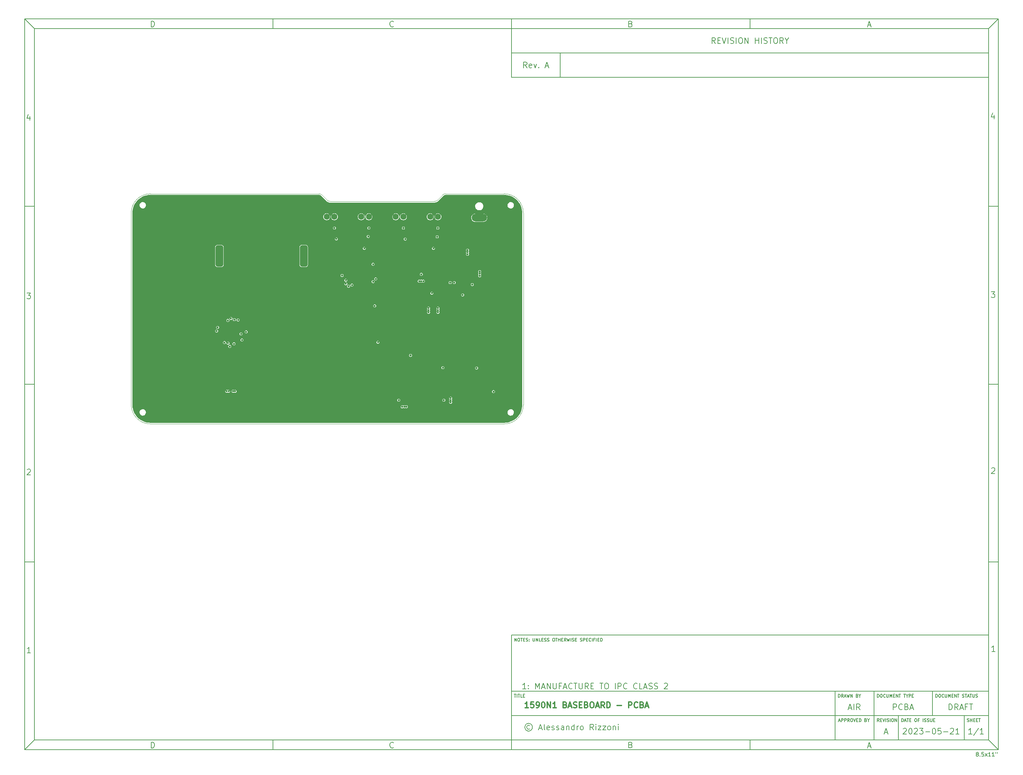
<source format=gbr>
%TF.GenerationSoftware,KiCad,Pcbnew,7.0.7*%
%TF.CreationDate,2023-08-19T17:10:16-04:00*%
%TF.ProjectId,baseboard,62617365-626f-4617-9264-2e6b69636164,A*%
%TF.SameCoordinates,Original*%
%TF.FileFunction,Copper,L4,Inr*%
%TF.FilePolarity,Positive*%
%FSLAX46Y46*%
G04 Gerber Fmt 4.6, Leading zero omitted, Abs format (unit mm)*
G04 Created by KiCad (PCBNEW 7.0.7) date 2023-08-19 17:10:16*
%MOMM*%
%LPD*%
G01*
G04 APERTURE LIST*
G04 Aperture macros list*
%AMRoundRect*
0 Rectangle with rounded corners*
0 $1 Rounding radius*
0 $2 $3 $4 $5 $6 $7 $8 $9 X,Y pos of 4 corners*
0 Add a 4 corners polygon primitive as box body*
4,1,4,$2,$3,$4,$5,$6,$7,$8,$9,$2,$3,0*
0 Add four circle primitives for the rounded corners*
1,1,$1+$1,$2,$3*
1,1,$1+$1,$4,$5*
1,1,$1+$1,$6,$7*
1,1,$1+$1,$8,$9*
0 Add four rect primitives between the rounded corners*
20,1,$1+$1,$2,$3,$4,$5,0*
20,1,$1+$1,$4,$5,$6,$7,0*
20,1,$1+$1,$6,$7,$8,$9,0*
20,1,$1+$1,$8,$9,$2,$3,0*%
G04 Aperture macros list end*
%ADD10C,0.100000*%
%ADD11C,0.150000*%
%ADD12C,0.300000*%
%TA.AperFunction,EtchedComponent*%
%ADD13C,0.200000*%
%TD*%
%TA.AperFunction,ComponentPad*%
%ADD14C,1.600000*%
%TD*%
%TA.AperFunction,ComponentPad*%
%ADD15O,4.500000X2.250000*%
%TD*%
%TA.AperFunction,ComponentPad*%
%ADD16O,4.000000X2.000000*%
%TD*%
%TA.AperFunction,ComponentPad*%
%ADD17O,2.000000X4.000000*%
%TD*%
%TA.AperFunction,ComponentPad*%
%ADD18RoundRect,0.500000X-0.500000X-2.300000X0.500000X-2.300000X0.500000X2.300000X-0.500000X2.300000X0*%
%TD*%
%TA.AperFunction,ComponentPad*%
%ADD19C,0.600000*%
%TD*%
%TA.AperFunction,ViaPad*%
%ADD20C,0.550000*%
%TD*%
%TA.AperFunction,Profile*%
%ADD21C,0.050000*%
%TD*%
G04 APERTURE END LIST*
D10*
D11*
X259813572Y-199154128D02*
X258956429Y-199154128D01*
X259385000Y-199154128D02*
X259385000Y-197654128D01*
X259385000Y-197654128D02*
X259242143Y-197868414D01*
X259242143Y-197868414D02*
X259099286Y-198011271D01*
X259099286Y-198011271D02*
X258956429Y-198082700D01*
X261527857Y-197582700D02*
X260242143Y-199511271D01*
X262813572Y-199154128D02*
X261956429Y-199154128D01*
X262385000Y-199154128D02*
X262385000Y-197654128D01*
X262385000Y-197654128D02*
X262242143Y-197868414D01*
X262242143Y-197868414D02*
X262099286Y-198011271D01*
X262099286Y-198011271D02*
X261956429Y-198082700D01*
D10*
D11*
X140409874Y-188759295D02*
X140867017Y-188759295D01*
X140638445Y-189559295D02*
X140638445Y-188759295D01*
X141133684Y-189559295D02*
X141133684Y-188759295D01*
X141400350Y-188759295D02*
X141857493Y-188759295D01*
X141628921Y-189559295D02*
X141628921Y-188759295D01*
X142505112Y-189559295D02*
X142124160Y-189559295D01*
X142124160Y-189559295D02*
X142124160Y-188759295D01*
X142771779Y-189140247D02*
X143038445Y-189140247D01*
X143152731Y-189559295D02*
X142771779Y-189559295D01*
X142771779Y-189559295D02*
X142771779Y-188759295D01*
X142771779Y-188759295D02*
X143152731Y-188759295D01*
D10*
D11*
X235596303Y-195909295D02*
X235329636Y-195528342D01*
X235139160Y-195909295D02*
X235139160Y-195109295D01*
X235139160Y-195109295D02*
X235443922Y-195109295D01*
X235443922Y-195109295D02*
X235520112Y-195147390D01*
X235520112Y-195147390D02*
X235558207Y-195185485D01*
X235558207Y-195185485D02*
X235596303Y-195261676D01*
X235596303Y-195261676D02*
X235596303Y-195375961D01*
X235596303Y-195375961D02*
X235558207Y-195452152D01*
X235558207Y-195452152D02*
X235520112Y-195490247D01*
X235520112Y-195490247D02*
X235443922Y-195528342D01*
X235443922Y-195528342D02*
X235139160Y-195528342D01*
X235939160Y-195490247D02*
X236205826Y-195490247D01*
X236320112Y-195909295D02*
X235939160Y-195909295D01*
X235939160Y-195909295D02*
X235939160Y-195109295D01*
X235939160Y-195109295D02*
X236320112Y-195109295D01*
X236548684Y-195109295D02*
X236815351Y-195909295D01*
X236815351Y-195909295D02*
X237082017Y-195109295D01*
X237348684Y-195909295D02*
X237348684Y-195109295D01*
X237691540Y-195871200D02*
X237805826Y-195909295D01*
X237805826Y-195909295D02*
X237996302Y-195909295D01*
X237996302Y-195909295D02*
X238072493Y-195871200D01*
X238072493Y-195871200D02*
X238110588Y-195833104D01*
X238110588Y-195833104D02*
X238148683Y-195756914D01*
X238148683Y-195756914D02*
X238148683Y-195680723D01*
X238148683Y-195680723D02*
X238110588Y-195604533D01*
X238110588Y-195604533D02*
X238072493Y-195566438D01*
X238072493Y-195566438D02*
X237996302Y-195528342D01*
X237996302Y-195528342D02*
X237843921Y-195490247D01*
X237843921Y-195490247D02*
X237767731Y-195452152D01*
X237767731Y-195452152D02*
X237729636Y-195414057D01*
X237729636Y-195414057D02*
X237691540Y-195337866D01*
X237691540Y-195337866D02*
X237691540Y-195261676D01*
X237691540Y-195261676D02*
X237729636Y-195185485D01*
X237729636Y-195185485D02*
X237767731Y-195147390D01*
X237767731Y-195147390D02*
X237843921Y-195109295D01*
X237843921Y-195109295D02*
X238034398Y-195109295D01*
X238034398Y-195109295D02*
X238148683Y-195147390D01*
X238491541Y-195909295D02*
X238491541Y-195109295D01*
X239024874Y-195109295D02*
X239177255Y-195109295D01*
X239177255Y-195109295D02*
X239253445Y-195147390D01*
X239253445Y-195147390D02*
X239329636Y-195223580D01*
X239329636Y-195223580D02*
X239367731Y-195375961D01*
X239367731Y-195375961D02*
X239367731Y-195642628D01*
X239367731Y-195642628D02*
X239329636Y-195795009D01*
X239329636Y-195795009D02*
X239253445Y-195871200D01*
X239253445Y-195871200D02*
X239177255Y-195909295D01*
X239177255Y-195909295D02*
X239024874Y-195909295D01*
X239024874Y-195909295D02*
X238948683Y-195871200D01*
X238948683Y-195871200D02*
X238872493Y-195795009D01*
X238872493Y-195795009D02*
X238834397Y-195642628D01*
X238834397Y-195642628D02*
X238834397Y-195375961D01*
X238834397Y-195375961D02*
X238872493Y-195223580D01*
X238872493Y-195223580D02*
X238948683Y-195147390D01*
X238948683Y-195147390D02*
X239024874Y-195109295D01*
X239710588Y-195909295D02*
X239710588Y-195109295D01*
X239710588Y-195109295D02*
X240167731Y-195909295D01*
X240167731Y-195909295D02*
X240167731Y-195109295D01*
D10*
D11*
X241489160Y-195909295D02*
X241489160Y-195109295D01*
X241489160Y-195109295D02*
X241679636Y-195109295D01*
X241679636Y-195109295D02*
X241793922Y-195147390D01*
X241793922Y-195147390D02*
X241870112Y-195223580D01*
X241870112Y-195223580D02*
X241908207Y-195299771D01*
X241908207Y-195299771D02*
X241946303Y-195452152D01*
X241946303Y-195452152D02*
X241946303Y-195566438D01*
X241946303Y-195566438D02*
X241908207Y-195718819D01*
X241908207Y-195718819D02*
X241870112Y-195795009D01*
X241870112Y-195795009D02*
X241793922Y-195871200D01*
X241793922Y-195871200D02*
X241679636Y-195909295D01*
X241679636Y-195909295D02*
X241489160Y-195909295D01*
X242251064Y-195680723D02*
X242632017Y-195680723D01*
X242174874Y-195909295D02*
X242441541Y-195109295D01*
X242441541Y-195109295D02*
X242708207Y-195909295D01*
X242860588Y-195109295D02*
X243317731Y-195109295D01*
X243089159Y-195909295D02*
X243089159Y-195109295D01*
X243584398Y-195490247D02*
X243851064Y-195490247D01*
X243965350Y-195909295D02*
X243584398Y-195909295D01*
X243584398Y-195909295D02*
X243584398Y-195109295D01*
X243584398Y-195109295D02*
X243965350Y-195109295D01*
X245070113Y-195109295D02*
X245222494Y-195109295D01*
X245222494Y-195109295D02*
X245298684Y-195147390D01*
X245298684Y-195147390D02*
X245374875Y-195223580D01*
X245374875Y-195223580D02*
X245412970Y-195375961D01*
X245412970Y-195375961D02*
X245412970Y-195642628D01*
X245412970Y-195642628D02*
X245374875Y-195795009D01*
X245374875Y-195795009D02*
X245298684Y-195871200D01*
X245298684Y-195871200D02*
X245222494Y-195909295D01*
X245222494Y-195909295D02*
X245070113Y-195909295D01*
X245070113Y-195909295D02*
X244993922Y-195871200D01*
X244993922Y-195871200D02*
X244917732Y-195795009D01*
X244917732Y-195795009D02*
X244879636Y-195642628D01*
X244879636Y-195642628D02*
X244879636Y-195375961D01*
X244879636Y-195375961D02*
X244917732Y-195223580D01*
X244917732Y-195223580D02*
X244993922Y-195147390D01*
X244993922Y-195147390D02*
X245070113Y-195109295D01*
X246022493Y-195490247D02*
X245755827Y-195490247D01*
X245755827Y-195909295D02*
X245755827Y-195109295D01*
X245755827Y-195109295D02*
X246136779Y-195109295D01*
X247051065Y-195909295D02*
X247051065Y-195109295D01*
X247393921Y-195871200D02*
X247508207Y-195909295D01*
X247508207Y-195909295D02*
X247698683Y-195909295D01*
X247698683Y-195909295D02*
X247774874Y-195871200D01*
X247774874Y-195871200D02*
X247812969Y-195833104D01*
X247812969Y-195833104D02*
X247851064Y-195756914D01*
X247851064Y-195756914D02*
X247851064Y-195680723D01*
X247851064Y-195680723D02*
X247812969Y-195604533D01*
X247812969Y-195604533D02*
X247774874Y-195566438D01*
X247774874Y-195566438D02*
X247698683Y-195528342D01*
X247698683Y-195528342D02*
X247546302Y-195490247D01*
X247546302Y-195490247D02*
X247470112Y-195452152D01*
X247470112Y-195452152D02*
X247432017Y-195414057D01*
X247432017Y-195414057D02*
X247393921Y-195337866D01*
X247393921Y-195337866D02*
X247393921Y-195261676D01*
X247393921Y-195261676D02*
X247432017Y-195185485D01*
X247432017Y-195185485D02*
X247470112Y-195147390D01*
X247470112Y-195147390D02*
X247546302Y-195109295D01*
X247546302Y-195109295D02*
X247736779Y-195109295D01*
X247736779Y-195109295D02*
X247851064Y-195147390D01*
X248155826Y-195871200D02*
X248270112Y-195909295D01*
X248270112Y-195909295D02*
X248460588Y-195909295D01*
X248460588Y-195909295D02*
X248536779Y-195871200D01*
X248536779Y-195871200D02*
X248574874Y-195833104D01*
X248574874Y-195833104D02*
X248612969Y-195756914D01*
X248612969Y-195756914D02*
X248612969Y-195680723D01*
X248612969Y-195680723D02*
X248574874Y-195604533D01*
X248574874Y-195604533D02*
X248536779Y-195566438D01*
X248536779Y-195566438D02*
X248460588Y-195528342D01*
X248460588Y-195528342D02*
X248308207Y-195490247D01*
X248308207Y-195490247D02*
X248232017Y-195452152D01*
X248232017Y-195452152D02*
X248193922Y-195414057D01*
X248193922Y-195414057D02*
X248155826Y-195337866D01*
X248155826Y-195337866D02*
X248155826Y-195261676D01*
X248155826Y-195261676D02*
X248193922Y-195185485D01*
X248193922Y-195185485D02*
X248232017Y-195147390D01*
X248232017Y-195147390D02*
X248308207Y-195109295D01*
X248308207Y-195109295D02*
X248498684Y-195109295D01*
X248498684Y-195109295D02*
X248612969Y-195147390D01*
X248955827Y-195109295D02*
X248955827Y-195756914D01*
X248955827Y-195756914D02*
X248993922Y-195833104D01*
X248993922Y-195833104D02*
X249032017Y-195871200D01*
X249032017Y-195871200D02*
X249108208Y-195909295D01*
X249108208Y-195909295D02*
X249260589Y-195909295D01*
X249260589Y-195909295D02*
X249336779Y-195871200D01*
X249336779Y-195871200D02*
X249374874Y-195833104D01*
X249374874Y-195833104D02*
X249412970Y-195756914D01*
X249412970Y-195756914D02*
X249412970Y-195109295D01*
X249793922Y-195490247D02*
X250060588Y-195490247D01*
X250174874Y-195909295D02*
X249793922Y-195909295D01*
X249793922Y-195909295D02*
X249793922Y-195109295D01*
X249793922Y-195109295D02*
X250174874Y-195109295D01*
D10*
D11*
X258596064Y-195871200D02*
X258710350Y-195909295D01*
X258710350Y-195909295D02*
X258900826Y-195909295D01*
X258900826Y-195909295D02*
X258977017Y-195871200D01*
X258977017Y-195871200D02*
X259015112Y-195833104D01*
X259015112Y-195833104D02*
X259053207Y-195756914D01*
X259053207Y-195756914D02*
X259053207Y-195680723D01*
X259053207Y-195680723D02*
X259015112Y-195604533D01*
X259015112Y-195604533D02*
X258977017Y-195566438D01*
X258977017Y-195566438D02*
X258900826Y-195528342D01*
X258900826Y-195528342D02*
X258748445Y-195490247D01*
X258748445Y-195490247D02*
X258672255Y-195452152D01*
X258672255Y-195452152D02*
X258634160Y-195414057D01*
X258634160Y-195414057D02*
X258596064Y-195337866D01*
X258596064Y-195337866D02*
X258596064Y-195261676D01*
X258596064Y-195261676D02*
X258634160Y-195185485D01*
X258634160Y-195185485D02*
X258672255Y-195147390D01*
X258672255Y-195147390D02*
X258748445Y-195109295D01*
X258748445Y-195109295D02*
X258938922Y-195109295D01*
X258938922Y-195109295D02*
X259053207Y-195147390D01*
X259396065Y-195909295D02*
X259396065Y-195109295D01*
X259396065Y-195490247D02*
X259853208Y-195490247D01*
X259853208Y-195909295D02*
X259853208Y-195109295D01*
X260234160Y-195490247D02*
X260500826Y-195490247D01*
X260615112Y-195909295D02*
X260234160Y-195909295D01*
X260234160Y-195909295D02*
X260234160Y-195109295D01*
X260234160Y-195109295D02*
X260615112Y-195109295D01*
X260957970Y-195490247D02*
X261224636Y-195490247D01*
X261338922Y-195909295D02*
X260957970Y-195909295D01*
X260957970Y-195909295D02*
X260957970Y-195109295D01*
X260957970Y-195109295D02*
X261338922Y-195109295D01*
X261567494Y-195109295D02*
X262024637Y-195109295D01*
X261796065Y-195909295D02*
X261796065Y-195109295D01*
D10*
D11*
X239299285Y-192804128D02*
X239299285Y-191304128D01*
X239299285Y-191304128D02*
X239870714Y-191304128D01*
X239870714Y-191304128D02*
X240013571Y-191375557D01*
X240013571Y-191375557D02*
X240085000Y-191446985D01*
X240085000Y-191446985D02*
X240156428Y-191589842D01*
X240156428Y-191589842D02*
X240156428Y-191804128D01*
X240156428Y-191804128D02*
X240085000Y-191946985D01*
X240085000Y-191946985D02*
X240013571Y-192018414D01*
X240013571Y-192018414D02*
X239870714Y-192089842D01*
X239870714Y-192089842D02*
X239299285Y-192089842D01*
X241656428Y-192661271D02*
X241585000Y-192732700D01*
X241585000Y-192732700D02*
X241370714Y-192804128D01*
X241370714Y-192804128D02*
X241227857Y-192804128D01*
X241227857Y-192804128D02*
X241013571Y-192732700D01*
X241013571Y-192732700D02*
X240870714Y-192589842D01*
X240870714Y-192589842D02*
X240799285Y-192446985D01*
X240799285Y-192446985D02*
X240727857Y-192161271D01*
X240727857Y-192161271D02*
X240727857Y-191946985D01*
X240727857Y-191946985D02*
X240799285Y-191661271D01*
X240799285Y-191661271D02*
X240870714Y-191518414D01*
X240870714Y-191518414D02*
X241013571Y-191375557D01*
X241013571Y-191375557D02*
X241227857Y-191304128D01*
X241227857Y-191304128D02*
X241370714Y-191304128D01*
X241370714Y-191304128D02*
X241585000Y-191375557D01*
X241585000Y-191375557D02*
X241656428Y-191446985D01*
X242799285Y-192018414D02*
X243013571Y-192089842D01*
X243013571Y-192089842D02*
X243085000Y-192161271D01*
X243085000Y-192161271D02*
X243156428Y-192304128D01*
X243156428Y-192304128D02*
X243156428Y-192518414D01*
X243156428Y-192518414D02*
X243085000Y-192661271D01*
X243085000Y-192661271D02*
X243013571Y-192732700D01*
X243013571Y-192732700D02*
X242870714Y-192804128D01*
X242870714Y-192804128D02*
X242299285Y-192804128D01*
X242299285Y-192804128D02*
X242299285Y-191304128D01*
X242299285Y-191304128D02*
X242799285Y-191304128D01*
X242799285Y-191304128D02*
X242942143Y-191375557D01*
X242942143Y-191375557D02*
X243013571Y-191446985D01*
X243013571Y-191446985D02*
X243085000Y-191589842D01*
X243085000Y-191589842D02*
X243085000Y-191732700D01*
X243085000Y-191732700D02*
X243013571Y-191875557D01*
X243013571Y-191875557D02*
X242942143Y-191946985D01*
X242942143Y-191946985D02*
X242799285Y-192018414D01*
X242799285Y-192018414D02*
X242299285Y-192018414D01*
X243727857Y-192375557D02*
X244442143Y-192375557D01*
X243585000Y-192804128D02*
X244085000Y-191304128D01*
X244085000Y-191304128D02*
X244585000Y-192804128D01*
D10*
D11*
X225068064Y-195680723D02*
X225449017Y-195680723D01*
X224991874Y-195909295D02*
X225258541Y-195109295D01*
X225258541Y-195109295D02*
X225525207Y-195909295D01*
X225791874Y-195909295D02*
X225791874Y-195109295D01*
X225791874Y-195109295D02*
X226096636Y-195109295D01*
X226096636Y-195109295D02*
X226172826Y-195147390D01*
X226172826Y-195147390D02*
X226210921Y-195185485D01*
X226210921Y-195185485D02*
X226249017Y-195261676D01*
X226249017Y-195261676D02*
X226249017Y-195375961D01*
X226249017Y-195375961D02*
X226210921Y-195452152D01*
X226210921Y-195452152D02*
X226172826Y-195490247D01*
X226172826Y-195490247D02*
X226096636Y-195528342D01*
X226096636Y-195528342D02*
X225791874Y-195528342D01*
X226591874Y-195909295D02*
X226591874Y-195109295D01*
X226591874Y-195109295D02*
X226896636Y-195109295D01*
X226896636Y-195109295D02*
X226972826Y-195147390D01*
X226972826Y-195147390D02*
X227010921Y-195185485D01*
X227010921Y-195185485D02*
X227049017Y-195261676D01*
X227049017Y-195261676D02*
X227049017Y-195375961D01*
X227049017Y-195375961D02*
X227010921Y-195452152D01*
X227010921Y-195452152D02*
X226972826Y-195490247D01*
X226972826Y-195490247D02*
X226896636Y-195528342D01*
X226896636Y-195528342D02*
X226591874Y-195528342D01*
X227849017Y-195909295D02*
X227582350Y-195528342D01*
X227391874Y-195909295D02*
X227391874Y-195109295D01*
X227391874Y-195109295D02*
X227696636Y-195109295D01*
X227696636Y-195109295D02*
X227772826Y-195147390D01*
X227772826Y-195147390D02*
X227810921Y-195185485D01*
X227810921Y-195185485D02*
X227849017Y-195261676D01*
X227849017Y-195261676D02*
X227849017Y-195375961D01*
X227849017Y-195375961D02*
X227810921Y-195452152D01*
X227810921Y-195452152D02*
X227772826Y-195490247D01*
X227772826Y-195490247D02*
X227696636Y-195528342D01*
X227696636Y-195528342D02*
X227391874Y-195528342D01*
X228344255Y-195109295D02*
X228496636Y-195109295D01*
X228496636Y-195109295D02*
X228572826Y-195147390D01*
X228572826Y-195147390D02*
X228649017Y-195223580D01*
X228649017Y-195223580D02*
X228687112Y-195375961D01*
X228687112Y-195375961D02*
X228687112Y-195642628D01*
X228687112Y-195642628D02*
X228649017Y-195795009D01*
X228649017Y-195795009D02*
X228572826Y-195871200D01*
X228572826Y-195871200D02*
X228496636Y-195909295D01*
X228496636Y-195909295D02*
X228344255Y-195909295D01*
X228344255Y-195909295D02*
X228268064Y-195871200D01*
X228268064Y-195871200D02*
X228191874Y-195795009D01*
X228191874Y-195795009D02*
X228153778Y-195642628D01*
X228153778Y-195642628D02*
X228153778Y-195375961D01*
X228153778Y-195375961D02*
X228191874Y-195223580D01*
X228191874Y-195223580D02*
X228268064Y-195147390D01*
X228268064Y-195147390D02*
X228344255Y-195109295D01*
X228915683Y-195109295D02*
X229182350Y-195909295D01*
X229182350Y-195909295D02*
X229449016Y-195109295D01*
X229715683Y-195490247D02*
X229982349Y-195490247D01*
X230096635Y-195909295D02*
X229715683Y-195909295D01*
X229715683Y-195909295D02*
X229715683Y-195109295D01*
X229715683Y-195109295D02*
X230096635Y-195109295D01*
X230439493Y-195909295D02*
X230439493Y-195109295D01*
X230439493Y-195109295D02*
X230629969Y-195109295D01*
X230629969Y-195109295D02*
X230744255Y-195147390D01*
X230744255Y-195147390D02*
X230820445Y-195223580D01*
X230820445Y-195223580D02*
X230858540Y-195299771D01*
X230858540Y-195299771D02*
X230896636Y-195452152D01*
X230896636Y-195452152D02*
X230896636Y-195566438D01*
X230896636Y-195566438D02*
X230858540Y-195718819D01*
X230858540Y-195718819D02*
X230820445Y-195795009D01*
X230820445Y-195795009D02*
X230744255Y-195871200D01*
X230744255Y-195871200D02*
X230629969Y-195909295D01*
X230629969Y-195909295D02*
X230439493Y-195909295D01*
X232115683Y-195490247D02*
X232229969Y-195528342D01*
X232229969Y-195528342D02*
X232268064Y-195566438D01*
X232268064Y-195566438D02*
X232306160Y-195642628D01*
X232306160Y-195642628D02*
X232306160Y-195756914D01*
X232306160Y-195756914D02*
X232268064Y-195833104D01*
X232268064Y-195833104D02*
X232229969Y-195871200D01*
X232229969Y-195871200D02*
X232153779Y-195909295D01*
X232153779Y-195909295D02*
X231849017Y-195909295D01*
X231849017Y-195909295D02*
X231849017Y-195109295D01*
X231849017Y-195109295D02*
X232115683Y-195109295D01*
X232115683Y-195109295D02*
X232191874Y-195147390D01*
X232191874Y-195147390D02*
X232229969Y-195185485D01*
X232229969Y-195185485D02*
X232268064Y-195261676D01*
X232268064Y-195261676D02*
X232268064Y-195337866D01*
X232268064Y-195337866D02*
X232229969Y-195414057D01*
X232229969Y-195414057D02*
X232191874Y-195452152D01*
X232191874Y-195452152D02*
X232115683Y-195490247D01*
X232115683Y-195490247D02*
X231849017Y-195490247D01*
X232801398Y-195528342D02*
X232801398Y-195909295D01*
X232534731Y-195109295D02*
X232801398Y-195528342D01*
X232801398Y-195528342D02*
X233068064Y-195109295D01*
D10*
D11*
X144445112Y-196918271D02*
X144302255Y-196846842D01*
X144302255Y-196846842D02*
X144016541Y-196846842D01*
X144016541Y-196846842D02*
X143873684Y-196918271D01*
X143873684Y-196918271D02*
X143730826Y-197061128D01*
X143730826Y-197061128D02*
X143659398Y-197203985D01*
X143659398Y-197203985D02*
X143659398Y-197489700D01*
X143659398Y-197489700D02*
X143730826Y-197632557D01*
X143730826Y-197632557D02*
X143873684Y-197775414D01*
X143873684Y-197775414D02*
X144016541Y-197846842D01*
X144016541Y-197846842D02*
X144302255Y-197846842D01*
X144302255Y-197846842D02*
X144445112Y-197775414D01*
X144159398Y-196346842D02*
X143802255Y-196418271D01*
X143802255Y-196418271D02*
X143445112Y-196632557D01*
X143445112Y-196632557D02*
X143230826Y-196989700D01*
X143230826Y-196989700D02*
X143159398Y-197346842D01*
X143159398Y-197346842D02*
X143230826Y-197703985D01*
X143230826Y-197703985D02*
X143445112Y-198061128D01*
X143445112Y-198061128D02*
X143802255Y-198275414D01*
X143802255Y-198275414D02*
X144159398Y-198346842D01*
X144159398Y-198346842D02*
X144516541Y-198275414D01*
X144516541Y-198275414D02*
X144873684Y-198061128D01*
X144873684Y-198061128D02*
X145087969Y-197703985D01*
X145087969Y-197703985D02*
X145159398Y-197346842D01*
X145159398Y-197346842D02*
X145087969Y-196989700D01*
X145087969Y-196989700D02*
X144873684Y-196632557D01*
X144873684Y-196632557D02*
X144516541Y-196418271D01*
X144516541Y-196418271D02*
X144159398Y-196346842D01*
X146873684Y-197632557D02*
X147587970Y-197632557D01*
X146730827Y-198061128D02*
X147230827Y-196561128D01*
X147230827Y-196561128D02*
X147730827Y-198061128D01*
X148445112Y-198061128D02*
X148302255Y-197989700D01*
X148302255Y-197989700D02*
X148230826Y-197846842D01*
X148230826Y-197846842D02*
X148230826Y-196561128D01*
X149587969Y-197989700D02*
X149445112Y-198061128D01*
X149445112Y-198061128D02*
X149159398Y-198061128D01*
X149159398Y-198061128D02*
X149016540Y-197989700D01*
X149016540Y-197989700D02*
X148945112Y-197846842D01*
X148945112Y-197846842D02*
X148945112Y-197275414D01*
X148945112Y-197275414D02*
X149016540Y-197132557D01*
X149016540Y-197132557D02*
X149159398Y-197061128D01*
X149159398Y-197061128D02*
X149445112Y-197061128D01*
X149445112Y-197061128D02*
X149587969Y-197132557D01*
X149587969Y-197132557D02*
X149659398Y-197275414D01*
X149659398Y-197275414D02*
X149659398Y-197418271D01*
X149659398Y-197418271D02*
X148945112Y-197561128D01*
X150230826Y-197989700D02*
X150373683Y-198061128D01*
X150373683Y-198061128D02*
X150659397Y-198061128D01*
X150659397Y-198061128D02*
X150802254Y-197989700D01*
X150802254Y-197989700D02*
X150873683Y-197846842D01*
X150873683Y-197846842D02*
X150873683Y-197775414D01*
X150873683Y-197775414D02*
X150802254Y-197632557D01*
X150802254Y-197632557D02*
X150659397Y-197561128D01*
X150659397Y-197561128D02*
X150445112Y-197561128D01*
X150445112Y-197561128D02*
X150302254Y-197489700D01*
X150302254Y-197489700D02*
X150230826Y-197346842D01*
X150230826Y-197346842D02*
X150230826Y-197275414D01*
X150230826Y-197275414D02*
X150302254Y-197132557D01*
X150302254Y-197132557D02*
X150445112Y-197061128D01*
X150445112Y-197061128D02*
X150659397Y-197061128D01*
X150659397Y-197061128D02*
X150802254Y-197132557D01*
X151445112Y-197989700D02*
X151587969Y-198061128D01*
X151587969Y-198061128D02*
X151873683Y-198061128D01*
X151873683Y-198061128D02*
X152016540Y-197989700D01*
X152016540Y-197989700D02*
X152087969Y-197846842D01*
X152087969Y-197846842D02*
X152087969Y-197775414D01*
X152087969Y-197775414D02*
X152016540Y-197632557D01*
X152016540Y-197632557D02*
X151873683Y-197561128D01*
X151873683Y-197561128D02*
X151659398Y-197561128D01*
X151659398Y-197561128D02*
X151516540Y-197489700D01*
X151516540Y-197489700D02*
X151445112Y-197346842D01*
X151445112Y-197346842D02*
X151445112Y-197275414D01*
X151445112Y-197275414D02*
X151516540Y-197132557D01*
X151516540Y-197132557D02*
X151659398Y-197061128D01*
X151659398Y-197061128D02*
X151873683Y-197061128D01*
X151873683Y-197061128D02*
X152016540Y-197132557D01*
X153373684Y-198061128D02*
X153373684Y-197275414D01*
X153373684Y-197275414D02*
X153302255Y-197132557D01*
X153302255Y-197132557D02*
X153159398Y-197061128D01*
X153159398Y-197061128D02*
X152873684Y-197061128D01*
X152873684Y-197061128D02*
X152730826Y-197132557D01*
X153373684Y-197989700D02*
X153230826Y-198061128D01*
X153230826Y-198061128D02*
X152873684Y-198061128D01*
X152873684Y-198061128D02*
X152730826Y-197989700D01*
X152730826Y-197989700D02*
X152659398Y-197846842D01*
X152659398Y-197846842D02*
X152659398Y-197703985D01*
X152659398Y-197703985D02*
X152730826Y-197561128D01*
X152730826Y-197561128D02*
X152873684Y-197489700D01*
X152873684Y-197489700D02*
X153230826Y-197489700D01*
X153230826Y-197489700D02*
X153373684Y-197418271D01*
X154087969Y-197061128D02*
X154087969Y-198061128D01*
X154087969Y-197203985D02*
X154159398Y-197132557D01*
X154159398Y-197132557D02*
X154302255Y-197061128D01*
X154302255Y-197061128D02*
X154516541Y-197061128D01*
X154516541Y-197061128D02*
X154659398Y-197132557D01*
X154659398Y-197132557D02*
X154730827Y-197275414D01*
X154730827Y-197275414D02*
X154730827Y-198061128D01*
X156087970Y-198061128D02*
X156087970Y-196561128D01*
X156087970Y-197989700D02*
X155945112Y-198061128D01*
X155945112Y-198061128D02*
X155659398Y-198061128D01*
X155659398Y-198061128D02*
X155516541Y-197989700D01*
X155516541Y-197989700D02*
X155445112Y-197918271D01*
X155445112Y-197918271D02*
X155373684Y-197775414D01*
X155373684Y-197775414D02*
X155373684Y-197346842D01*
X155373684Y-197346842D02*
X155445112Y-197203985D01*
X155445112Y-197203985D02*
X155516541Y-197132557D01*
X155516541Y-197132557D02*
X155659398Y-197061128D01*
X155659398Y-197061128D02*
X155945112Y-197061128D01*
X155945112Y-197061128D02*
X156087970Y-197132557D01*
X156802255Y-198061128D02*
X156802255Y-197061128D01*
X156802255Y-197346842D02*
X156873684Y-197203985D01*
X156873684Y-197203985D02*
X156945113Y-197132557D01*
X156945113Y-197132557D02*
X157087970Y-197061128D01*
X157087970Y-197061128D02*
X157230827Y-197061128D01*
X157945112Y-198061128D02*
X157802255Y-197989700D01*
X157802255Y-197989700D02*
X157730826Y-197918271D01*
X157730826Y-197918271D02*
X157659398Y-197775414D01*
X157659398Y-197775414D02*
X157659398Y-197346842D01*
X157659398Y-197346842D02*
X157730826Y-197203985D01*
X157730826Y-197203985D02*
X157802255Y-197132557D01*
X157802255Y-197132557D02*
X157945112Y-197061128D01*
X157945112Y-197061128D02*
X158159398Y-197061128D01*
X158159398Y-197061128D02*
X158302255Y-197132557D01*
X158302255Y-197132557D02*
X158373684Y-197203985D01*
X158373684Y-197203985D02*
X158445112Y-197346842D01*
X158445112Y-197346842D02*
X158445112Y-197775414D01*
X158445112Y-197775414D02*
X158373684Y-197918271D01*
X158373684Y-197918271D02*
X158302255Y-197989700D01*
X158302255Y-197989700D02*
X158159398Y-198061128D01*
X158159398Y-198061128D02*
X157945112Y-198061128D01*
X161087969Y-198061128D02*
X160587969Y-197346842D01*
X160230826Y-198061128D02*
X160230826Y-196561128D01*
X160230826Y-196561128D02*
X160802255Y-196561128D01*
X160802255Y-196561128D02*
X160945112Y-196632557D01*
X160945112Y-196632557D02*
X161016541Y-196703985D01*
X161016541Y-196703985D02*
X161087969Y-196846842D01*
X161087969Y-196846842D02*
X161087969Y-197061128D01*
X161087969Y-197061128D02*
X161016541Y-197203985D01*
X161016541Y-197203985D02*
X160945112Y-197275414D01*
X160945112Y-197275414D02*
X160802255Y-197346842D01*
X160802255Y-197346842D02*
X160230826Y-197346842D01*
X161730826Y-198061128D02*
X161730826Y-197061128D01*
X161730826Y-196561128D02*
X161659398Y-196632557D01*
X161659398Y-196632557D02*
X161730826Y-196703985D01*
X161730826Y-196703985D02*
X161802255Y-196632557D01*
X161802255Y-196632557D02*
X161730826Y-196561128D01*
X161730826Y-196561128D02*
X161730826Y-196703985D01*
X162302255Y-197061128D02*
X163087970Y-197061128D01*
X163087970Y-197061128D02*
X162302255Y-198061128D01*
X162302255Y-198061128D02*
X163087970Y-198061128D01*
X163516541Y-197061128D02*
X164302256Y-197061128D01*
X164302256Y-197061128D02*
X163516541Y-198061128D01*
X163516541Y-198061128D02*
X164302256Y-198061128D01*
X165087970Y-198061128D02*
X164945113Y-197989700D01*
X164945113Y-197989700D02*
X164873684Y-197918271D01*
X164873684Y-197918271D02*
X164802256Y-197775414D01*
X164802256Y-197775414D02*
X164802256Y-197346842D01*
X164802256Y-197346842D02*
X164873684Y-197203985D01*
X164873684Y-197203985D02*
X164945113Y-197132557D01*
X164945113Y-197132557D02*
X165087970Y-197061128D01*
X165087970Y-197061128D02*
X165302256Y-197061128D01*
X165302256Y-197061128D02*
X165445113Y-197132557D01*
X165445113Y-197132557D02*
X165516542Y-197203985D01*
X165516542Y-197203985D02*
X165587970Y-197346842D01*
X165587970Y-197346842D02*
X165587970Y-197775414D01*
X165587970Y-197775414D02*
X165516542Y-197918271D01*
X165516542Y-197918271D02*
X165445113Y-197989700D01*
X165445113Y-197989700D02*
X165302256Y-198061128D01*
X165302256Y-198061128D02*
X165087970Y-198061128D01*
X166230827Y-197061128D02*
X166230827Y-198061128D01*
X166230827Y-197203985D02*
X166302256Y-197132557D01*
X166302256Y-197132557D02*
X166445113Y-197061128D01*
X166445113Y-197061128D02*
X166659399Y-197061128D01*
X166659399Y-197061128D02*
X166802256Y-197132557D01*
X166802256Y-197132557D02*
X166873685Y-197275414D01*
X166873685Y-197275414D02*
X166873685Y-198061128D01*
X167587970Y-198061128D02*
X167587970Y-197061128D01*
X167587970Y-196561128D02*
X167516542Y-196632557D01*
X167516542Y-196632557D02*
X167587970Y-196703985D01*
X167587970Y-196703985D02*
X167659399Y-196632557D01*
X167659399Y-196632557D02*
X167587970Y-196561128D01*
X167587970Y-196561128D02*
X167587970Y-196703985D01*
D10*
D11*
X227670714Y-192375557D02*
X228385000Y-192375557D01*
X227527857Y-192804128D02*
X228027857Y-191304128D01*
X228027857Y-191304128D02*
X228527857Y-192804128D01*
X229027856Y-192804128D02*
X229027856Y-191304128D01*
X230599285Y-192804128D02*
X230099285Y-192089842D01*
X229742142Y-192804128D02*
X229742142Y-191304128D01*
X229742142Y-191304128D02*
X230313571Y-191304128D01*
X230313571Y-191304128D02*
X230456428Y-191375557D01*
X230456428Y-191375557D02*
X230527857Y-191446985D01*
X230527857Y-191446985D02*
X230599285Y-191589842D01*
X230599285Y-191589842D02*
X230599285Y-191804128D01*
X230599285Y-191804128D02*
X230527857Y-191946985D01*
X230527857Y-191946985D02*
X230456428Y-192018414D01*
X230456428Y-192018414D02*
X230313571Y-192089842D01*
X230313571Y-192089842D02*
X229742142Y-192089842D01*
D10*
D11*
D10*
D11*
X250379160Y-189559295D02*
X250379160Y-188759295D01*
X250379160Y-188759295D02*
X250569636Y-188759295D01*
X250569636Y-188759295D02*
X250683922Y-188797390D01*
X250683922Y-188797390D02*
X250760112Y-188873580D01*
X250760112Y-188873580D02*
X250798207Y-188949771D01*
X250798207Y-188949771D02*
X250836303Y-189102152D01*
X250836303Y-189102152D02*
X250836303Y-189216438D01*
X250836303Y-189216438D02*
X250798207Y-189368819D01*
X250798207Y-189368819D02*
X250760112Y-189445009D01*
X250760112Y-189445009D02*
X250683922Y-189521200D01*
X250683922Y-189521200D02*
X250569636Y-189559295D01*
X250569636Y-189559295D02*
X250379160Y-189559295D01*
X251331541Y-188759295D02*
X251483922Y-188759295D01*
X251483922Y-188759295D02*
X251560112Y-188797390D01*
X251560112Y-188797390D02*
X251636303Y-188873580D01*
X251636303Y-188873580D02*
X251674398Y-189025961D01*
X251674398Y-189025961D02*
X251674398Y-189292628D01*
X251674398Y-189292628D02*
X251636303Y-189445009D01*
X251636303Y-189445009D02*
X251560112Y-189521200D01*
X251560112Y-189521200D02*
X251483922Y-189559295D01*
X251483922Y-189559295D02*
X251331541Y-189559295D01*
X251331541Y-189559295D02*
X251255350Y-189521200D01*
X251255350Y-189521200D02*
X251179160Y-189445009D01*
X251179160Y-189445009D02*
X251141064Y-189292628D01*
X251141064Y-189292628D02*
X251141064Y-189025961D01*
X251141064Y-189025961D02*
X251179160Y-188873580D01*
X251179160Y-188873580D02*
X251255350Y-188797390D01*
X251255350Y-188797390D02*
X251331541Y-188759295D01*
X252474398Y-189483104D02*
X252436302Y-189521200D01*
X252436302Y-189521200D02*
X252322017Y-189559295D01*
X252322017Y-189559295D02*
X252245826Y-189559295D01*
X252245826Y-189559295D02*
X252131540Y-189521200D01*
X252131540Y-189521200D02*
X252055350Y-189445009D01*
X252055350Y-189445009D02*
X252017255Y-189368819D01*
X252017255Y-189368819D02*
X251979159Y-189216438D01*
X251979159Y-189216438D02*
X251979159Y-189102152D01*
X251979159Y-189102152D02*
X252017255Y-188949771D01*
X252017255Y-188949771D02*
X252055350Y-188873580D01*
X252055350Y-188873580D02*
X252131540Y-188797390D01*
X252131540Y-188797390D02*
X252245826Y-188759295D01*
X252245826Y-188759295D02*
X252322017Y-188759295D01*
X252322017Y-188759295D02*
X252436302Y-188797390D01*
X252436302Y-188797390D02*
X252474398Y-188835485D01*
X252817255Y-188759295D02*
X252817255Y-189406914D01*
X252817255Y-189406914D02*
X252855350Y-189483104D01*
X252855350Y-189483104D02*
X252893445Y-189521200D01*
X252893445Y-189521200D02*
X252969636Y-189559295D01*
X252969636Y-189559295D02*
X253122017Y-189559295D01*
X253122017Y-189559295D02*
X253198207Y-189521200D01*
X253198207Y-189521200D02*
X253236302Y-189483104D01*
X253236302Y-189483104D02*
X253274398Y-189406914D01*
X253274398Y-189406914D02*
X253274398Y-188759295D01*
X253655350Y-189559295D02*
X253655350Y-188759295D01*
X253655350Y-188759295D02*
X253922016Y-189330723D01*
X253922016Y-189330723D02*
X254188683Y-188759295D01*
X254188683Y-188759295D02*
X254188683Y-189559295D01*
X254569636Y-189140247D02*
X254836302Y-189140247D01*
X254950588Y-189559295D02*
X254569636Y-189559295D01*
X254569636Y-189559295D02*
X254569636Y-188759295D01*
X254569636Y-188759295D02*
X254950588Y-188759295D01*
X255293446Y-189559295D02*
X255293446Y-188759295D01*
X255293446Y-188759295D02*
X255750589Y-189559295D01*
X255750589Y-189559295D02*
X255750589Y-188759295D01*
X256017255Y-188759295D02*
X256474398Y-188759295D01*
X256245826Y-189559295D02*
X256245826Y-188759295D01*
X257312493Y-189521200D02*
X257426779Y-189559295D01*
X257426779Y-189559295D02*
X257617255Y-189559295D01*
X257617255Y-189559295D02*
X257693446Y-189521200D01*
X257693446Y-189521200D02*
X257731541Y-189483104D01*
X257731541Y-189483104D02*
X257769636Y-189406914D01*
X257769636Y-189406914D02*
X257769636Y-189330723D01*
X257769636Y-189330723D02*
X257731541Y-189254533D01*
X257731541Y-189254533D02*
X257693446Y-189216438D01*
X257693446Y-189216438D02*
X257617255Y-189178342D01*
X257617255Y-189178342D02*
X257464874Y-189140247D01*
X257464874Y-189140247D02*
X257388684Y-189102152D01*
X257388684Y-189102152D02*
X257350589Y-189064057D01*
X257350589Y-189064057D02*
X257312493Y-188987866D01*
X257312493Y-188987866D02*
X257312493Y-188911676D01*
X257312493Y-188911676D02*
X257350589Y-188835485D01*
X257350589Y-188835485D02*
X257388684Y-188797390D01*
X257388684Y-188797390D02*
X257464874Y-188759295D01*
X257464874Y-188759295D02*
X257655351Y-188759295D01*
X257655351Y-188759295D02*
X257769636Y-188797390D01*
X257998208Y-188759295D02*
X258455351Y-188759295D01*
X258226779Y-189559295D02*
X258226779Y-188759295D01*
X258683922Y-189330723D02*
X259064875Y-189330723D01*
X258607732Y-189559295D02*
X258874399Y-188759295D01*
X258874399Y-188759295D02*
X259141065Y-189559295D01*
X259293446Y-188759295D02*
X259750589Y-188759295D01*
X259522017Y-189559295D02*
X259522017Y-188759295D01*
X260017256Y-188759295D02*
X260017256Y-189406914D01*
X260017256Y-189406914D02*
X260055351Y-189483104D01*
X260055351Y-189483104D02*
X260093446Y-189521200D01*
X260093446Y-189521200D02*
X260169637Y-189559295D01*
X260169637Y-189559295D02*
X260322018Y-189559295D01*
X260322018Y-189559295D02*
X260398208Y-189521200D01*
X260398208Y-189521200D02*
X260436303Y-189483104D01*
X260436303Y-189483104D02*
X260474399Y-189406914D01*
X260474399Y-189406914D02*
X260474399Y-188759295D01*
X260817255Y-189521200D02*
X260931541Y-189559295D01*
X260931541Y-189559295D02*
X261122017Y-189559295D01*
X261122017Y-189559295D02*
X261198208Y-189521200D01*
X261198208Y-189521200D02*
X261236303Y-189483104D01*
X261236303Y-189483104D02*
X261274398Y-189406914D01*
X261274398Y-189406914D02*
X261274398Y-189330723D01*
X261274398Y-189330723D02*
X261236303Y-189254533D01*
X261236303Y-189254533D02*
X261198208Y-189216438D01*
X261198208Y-189216438D02*
X261122017Y-189178342D01*
X261122017Y-189178342D02*
X260969636Y-189140247D01*
X260969636Y-189140247D02*
X260893446Y-189102152D01*
X260893446Y-189102152D02*
X260855351Y-189064057D01*
X260855351Y-189064057D02*
X260817255Y-188987866D01*
X260817255Y-188987866D02*
X260817255Y-188911676D01*
X260817255Y-188911676D02*
X260855351Y-188835485D01*
X260855351Y-188835485D02*
X260893446Y-188797390D01*
X260893446Y-188797390D02*
X260969636Y-188759295D01*
X260969636Y-188759295D02*
X261160113Y-188759295D01*
X261160113Y-188759295D02*
X261274398Y-188797390D01*
D10*
D11*
X224979160Y-189559295D02*
X224979160Y-188759295D01*
X224979160Y-188759295D02*
X225169636Y-188759295D01*
X225169636Y-188759295D02*
X225283922Y-188797390D01*
X225283922Y-188797390D02*
X225360112Y-188873580D01*
X225360112Y-188873580D02*
X225398207Y-188949771D01*
X225398207Y-188949771D02*
X225436303Y-189102152D01*
X225436303Y-189102152D02*
X225436303Y-189216438D01*
X225436303Y-189216438D02*
X225398207Y-189368819D01*
X225398207Y-189368819D02*
X225360112Y-189445009D01*
X225360112Y-189445009D02*
X225283922Y-189521200D01*
X225283922Y-189521200D02*
X225169636Y-189559295D01*
X225169636Y-189559295D02*
X224979160Y-189559295D01*
X226236303Y-189559295D02*
X225969636Y-189178342D01*
X225779160Y-189559295D02*
X225779160Y-188759295D01*
X225779160Y-188759295D02*
X226083922Y-188759295D01*
X226083922Y-188759295D02*
X226160112Y-188797390D01*
X226160112Y-188797390D02*
X226198207Y-188835485D01*
X226198207Y-188835485D02*
X226236303Y-188911676D01*
X226236303Y-188911676D02*
X226236303Y-189025961D01*
X226236303Y-189025961D02*
X226198207Y-189102152D01*
X226198207Y-189102152D02*
X226160112Y-189140247D01*
X226160112Y-189140247D02*
X226083922Y-189178342D01*
X226083922Y-189178342D02*
X225779160Y-189178342D01*
X226541064Y-189330723D02*
X226922017Y-189330723D01*
X226464874Y-189559295D02*
X226731541Y-188759295D01*
X226731541Y-188759295D02*
X226998207Y-189559295D01*
X227188683Y-188759295D02*
X227379159Y-189559295D01*
X227379159Y-189559295D02*
X227531540Y-188987866D01*
X227531540Y-188987866D02*
X227683921Y-189559295D01*
X227683921Y-189559295D02*
X227874398Y-188759295D01*
X228179160Y-189559295D02*
X228179160Y-188759295D01*
X228179160Y-188759295D02*
X228636303Y-189559295D01*
X228636303Y-189559295D02*
X228636303Y-188759295D01*
X229893445Y-189140247D02*
X230007731Y-189178342D01*
X230007731Y-189178342D02*
X230045826Y-189216438D01*
X230045826Y-189216438D02*
X230083922Y-189292628D01*
X230083922Y-189292628D02*
X230083922Y-189406914D01*
X230083922Y-189406914D02*
X230045826Y-189483104D01*
X230045826Y-189483104D02*
X230007731Y-189521200D01*
X230007731Y-189521200D02*
X229931541Y-189559295D01*
X229931541Y-189559295D02*
X229626779Y-189559295D01*
X229626779Y-189559295D02*
X229626779Y-188759295D01*
X229626779Y-188759295D02*
X229893445Y-188759295D01*
X229893445Y-188759295D02*
X229969636Y-188797390D01*
X229969636Y-188797390D02*
X230007731Y-188835485D01*
X230007731Y-188835485D02*
X230045826Y-188911676D01*
X230045826Y-188911676D02*
X230045826Y-188987866D01*
X230045826Y-188987866D02*
X230007731Y-189064057D01*
X230007731Y-189064057D02*
X229969636Y-189102152D01*
X229969636Y-189102152D02*
X229893445Y-189140247D01*
X229893445Y-189140247D02*
X229626779Y-189140247D01*
X230579160Y-189178342D02*
X230579160Y-189559295D01*
X230312493Y-188759295D02*
X230579160Y-189178342D01*
X230579160Y-189178342D02*
X230845826Y-188759295D01*
D10*
D11*
X235139160Y-189559295D02*
X235139160Y-188759295D01*
X235139160Y-188759295D02*
X235329636Y-188759295D01*
X235329636Y-188759295D02*
X235443922Y-188797390D01*
X235443922Y-188797390D02*
X235520112Y-188873580D01*
X235520112Y-188873580D02*
X235558207Y-188949771D01*
X235558207Y-188949771D02*
X235596303Y-189102152D01*
X235596303Y-189102152D02*
X235596303Y-189216438D01*
X235596303Y-189216438D02*
X235558207Y-189368819D01*
X235558207Y-189368819D02*
X235520112Y-189445009D01*
X235520112Y-189445009D02*
X235443922Y-189521200D01*
X235443922Y-189521200D02*
X235329636Y-189559295D01*
X235329636Y-189559295D02*
X235139160Y-189559295D01*
X236091541Y-188759295D02*
X236243922Y-188759295D01*
X236243922Y-188759295D02*
X236320112Y-188797390D01*
X236320112Y-188797390D02*
X236396303Y-188873580D01*
X236396303Y-188873580D02*
X236434398Y-189025961D01*
X236434398Y-189025961D02*
X236434398Y-189292628D01*
X236434398Y-189292628D02*
X236396303Y-189445009D01*
X236396303Y-189445009D02*
X236320112Y-189521200D01*
X236320112Y-189521200D02*
X236243922Y-189559295D01*
X236243922Y-189559295D02*
X236091541Y-189559295D01*
X236091541Y-189559295D02*
X236015350Y-189521200D01*
X236015350Y-189521200D02*
X235939160Y-189445009D01*
X235939160Y-189445009D02*
X235901064Y-189292628D01*
X235901064Y-189292628D02*
X235901064Y-189025961D01*
X235901064Y-189025961D02*
X235939160Y-188873580D01*
X235939160Y-188873580D02*
X236015350Y-188797390D01*
X236015350Y-188797390D02*
X236091541Y-188759295D01*
X237234398Y-189483104D02*
X237196302Y-189521200D01*
X237196302Y-189521200D02*
X237082017Y-189559295D01*
X237082017Y-189559295D02*
X237005826Y-189559295D01*
X237005826Y-189559295D02*
X236891540Y-189521200D01*
X236891540Y-189521200D02*
X236815350Y-189445009D01*
X236815350Y-189445009D02*
X236777255Y-189368819D01*
X236777255Y-189368819D02*
X236739159Y-189216438D01*
X236739159Y-189216438D02*
X236739159Y-189102152D01*
X236739159Y-189102152D02*
X236777255Y-188949771D01*
X236777255Y-188949771D02*
X236815350Y-188873580D01*
X236815350Y-188873580D02*
X236891540Y-188797390D01*
X236891540Y-188797390D02*
X237005826Y-188759295D01*
X237005826Y-188759295D02*
X237082017Y-188759295D01*
X237082017Y-188759295D02*
X237196302Y-188797390D01*
X237196302Y-188797390D02*
X237234398Y-188835485D01*
X237577255Y-188759295D02*
X237577255Y-189406914D01*
X237577255Y-189406914D02*
X237615350Y-189483104D01*
X237615350Y-189483104D02*
X237653445Y-189521200D01*
X237653445Y-189521200D02*
X237729636Y-189559295D01*
X237729636Y-189559295D02*
X237882017Y-189559295D01*
X237882017Y-189559295D02*
X237958207Y-189521200D01*
X237958207Y-189521200D02*
X237996302Y-189483104D01*
X237996302Y-189483104D02*
X238034398Y-189406914D01*
X238034398Y-189406914D02*
X238034398Y-188759295D01*
X238415350Y-189559295D02*
X238415350Y-188759295D01*
X238415350Y-188759295D02*
X238682016Y-189330723D01*
X238682016Y-189330723D02*
X238948683Y-188759295D01*
X238948683Y-188759295D02*
X238948683Y-189559295D01*
X239329636Y-189140247D02*
X239596302Y-189140247D01*
X239710588Y-189559295D02*
X239329636Y-189559295D01*
X239329636Y-189559295D02*
X239329636Y-188759295D01*
X239329636Y-188759295D02*
X239710588Y-188759295D01*
X240053446Y-189559295D02*
X240053446Y-188759295D01*
X240053446Y-188759295D02*
X240510589Y-189559295D01*
X240510589Y-189559295D02*
X240510589Y-188759295D01*
X240777255Y-188759295D02*
X241234398Y-188759295D01*
X241005826Y-189559295D02*
X241005826Y-188759295D01*
X241996303Y-188759295D02*
X242453446Y-188759295D01*
X242224874Y-189559295D02*
X242224874Y-188759295D01*
X242872494Y-189178342D02*
X242872494Y-189559295D01*
X242605827Y-188759295D02*
X242872494Y-189178342D01*
X242872494Y-189178342D02*
X243139160Y-188759295D01*
X243405827Y-189559295D02*
X243405827Y-188759295D01*
X243405827Y-188759295D02*
X243710589Y-188759295D01*
X243710589Y-188759295D02*
X243786779Y-188797390D01*
X243786779Y-188797390D02*
X243824874Y-188835485D01*
X243824874Y-188835485D02*
X243862970Y-188911676D01*
X243862970Y-188911676D02*
X243862970Y-189025961D01*
X243862970Y-189025961D02*
X243824874Y-189102152D01*
X243824874Y-189102152D02*
X243786779Y-189140247D01*
X243786779Y-189140247D02*
X243710589Y-189178342D01*
X243710589Y-189178342D02*
X243405827Y-189178342D01*
X244205827Y-189140247D02*
X244472493Y-189140247D01*
X244586779Y-189559295D02*
X244205827Y-189559295D01*
X244205827Y-189559295D02*
X244205827Y-188759295D01*
X244205827Y-188759295D02*
X244586779Y-188759295D01*
D10*
D11*
X253821000Y-192804128D02*
X253821000Y-191304128D01*
X253821000Y-191304128D02*
X254178143Y-191304128D01*
X254178143Y-191304128D02*
X254392429Y-191375557D01*
X254392429Y-191375557D02*
X254535286Y-191518414D01*
X254535286Y-191518414D02*
X254606715Y-191661271D01*
X254606715Y-191661271D02*
X254678143Y-191946985D01*
X254678143Y-191946985D02*
X254678143Y-192161271D01*
X254678143Y-192161271D02*
X254606715Y-192446985D01*
X254606715Y-192446985D02*
X254535286Y-192589842D01*
X254535286Y-192589842D02*
X254392429Y-192732700D01*
X254392429Y-192732700D02*
X254178143Y-192804128D01*
X254178143Y-192804128D02*
X253821000Y-192804128D01*
X256178143Y-192804128D02*
X255678143Y-192089842D01*
X255321000Y-192804128D02*
X255321000Y-191304128D01*
X255321000Y-191304128D02*
X255892429Y-191304128D01*
X255892429Y-191304128D02*
X256035286Y-191375557D01*
X256035286Y-191375557D02*
X256106715Y-191446985D01*
X256106715Y-191446985D02*
X256178143Y-191589842D01*
X256178143Y-191589842D02*
X256178143Y-191804128D01*
X256178143Y-191804128D02*
X256106715Y-191946985D01*
X256106715Y-191946985D02*
X256035286Y-192018414D01*
X256035286Y-192018414D02*
X255892429Y-192089842D01*
X255892429Y-192089842D02*
X255321000Y-192089842D01*
X256749572Y-192375557D02*
X257463858Y-192375557D01*
X256606715Y-192804128D02*
X257106715Y-191304128D01*
X257106715Y-191304128D02*
X257606715Y-192804128D01*
X258606714Y-192018414D02*
X258106714Y-192018414D01*
X258106714Y-192804128D02*
X258106714Y-191304128D01*
X258106714Y-191304128D02*
X258821000Y-191304128D01*
X259178143Y-191304128D02*
X260035286Y-191304128D01*
X259606714Y-192804128D02*
X259606714Y-191304128D01*
D10*
D11*
X241915287Y-197796985D02*
X241986715Y-197725557D01*
X241986715Y-197725557D02*
X242129573Y-197654128D01*
X242129573Y-197654128D02*
X242486715Y-197654128D01*
X242486715Y-197654128D02*
X242629573Y-197725557D01*
X242629573Y-197725557D02*
X242701001Y-197796985D01*
X242701001Y-197796985D02*
X242772430Y-197939842D01*
X242772430Y-197939842D02*
X242772430Y-198082700D01*
X242772430Y-198082700D02*
X242701001Y-198296985D01*
X242701001Y-198296985D02*
X241843858Y-199154128D01*
X241843858Y-199154128D02*
X242772430Y-199154128D01*
X243701001Y-197654128D02*
X243843858Y-197654128D01*
X243843858Y-197654128D02*
X243986715Y-197725557D01*
X243986715Y-197725557D02*
X244058144Y-197796985D01*
X244058144Y-197796985D02*
X244129572Y-197939842D01*
X244129572Y-197939842D02*
X244201001Y-198225557D01*
X244201001Y-198225557D02*
X244201001Y-198582700D01*
X244201001Y-198582700D02*
X244129572Y-198868414D01*
X244129572Y-198868414D02*
X244058144Y-199011271D01*
X244058144Y-199011271D02*
X243986715Y-199082700D01*
X243986715Y-199082700D02*
X243843858Y-199154128D01*
X243843858Y-199154128D02*
X243701001Y-199154128D01*
X243701001Y-199154128D02*
X243558144Y-199082700D01*
X243558144Y-199082700D02*
X243486715Y-199011271D01*
X243486715Y-199011271D02*
X243415286Y-198868414D01*
X243415286Y-198868414D02*
X243343858Y-198582700D01*
X243343858Y-198582700D02*
X243343858Y-198225557D01*
X243343858Y-198225557D02*
X243415286Y-197939842D01*
X243415286Y-197939842D02*
X243486715Y-197796985D01*
X243486715Y-197796985D02*
X243558144Y-197725557D01*
X243558144Y-197725557D02*
X243701001Y-197654128D01*
X244772429Y-197796985D02*
X244843857Y-197725557D01*
X244843857Y-197725557D02*
X244986715Y-197654128D01*
X244986715Y-197654128D02*
X245343857Y-197654128D01*
X245343857Y-197654128D02*
X245486715Y-197725557D01*
X245486715Y-197725557D02*
X245558143Y-197796985D01*
X245558143Y-197796985D02*
X245629572Y-197939842D01*
X245629572Y-197939842D02*
X245629572Y-198082700D01*
X245629572Y-198082700D02*
X245558143Y-198296985D01*
X245558143Y-198296985D02*
X244701000Y-199154128D01*
X244701000Y-199154128D02*
X245629572Y-199154128D01*
X246129571Y-197654128D02*
X247058143Y-197654128D01*
X247058143Y-197654128D02*
X246558143Y-198225557D01*
X246558143Y-198225557D02*
X246772428Y-198225557D01*
X246772428Y-198225557D02*
X246915286Y-198296985D01*
X246915286Y-198296985D02*
X246986714Y-198368414D01*
X246986714Y-198368414D02*
X247058143Y-198511271D01*
X247058143Y-198511271D02*
X247058143Y-198868414D01*
X247058143Y-198868414D02*
X246986714Y-199011271D01*
X246986714Y-199011271D02*
X246915286Y-199082700D01*
X246915286Y-199082700D02*
X246772428Y-199154128D01*
X246772428Y-199154128D02*
X246343857Y-199154128D01*
X246343857Y-199154128D02*
X246201000Y-199082700D01*
X246201000Y-199082700D02*
X246129571Y-199011271D01*
X247700999Y-198582700D02*
X248843857Y-198582700D01*
X249843857Y-197654128D02*
X249986714Y-197654128D01*
X249986714Y-197654128D02*
X250129571Y-197725557D01*
X250129571Y-197725557D02*
X250201000Y-197796985D01*
X250201000Y-197796985D02*
X250272428Y-197939842D01*
X250272428Y-197939842D02*
X250343857Y-198225557D01*
X250343857Y-198225557D02*
X250343857Y-198582700D01*
X250343857Y-198582700D02*
X250272428Y-198868414D01*
X250272428Y-198868414D02*
X250201000Y-199011271D01*
X250201000Y-199011271D02*
X250129571Y-199082700D01*
X250129571Y-199082700D02*
X249986714Y-199154128D01*
X249986714Y-199154128D02*
X249843857Y-199154128D01*
X249843857Y-199154128D02*
X249701000Y-199082700D01*
X249701000Y-199082700D02*
X249629571Y-199011271D01*
X249629571Y-199011271D02*
X249558142Y-198868414D01*
X249558142Y-198868414D02*
X249486714Y-198582700D01*
X249486714Y-198582700D02*
X249486714Y-198225557D01*
X249486714Y-198225557D02*
X249558142Y-197939842D01*
X249558142Y-197939842D02*
X249629571Y-197796985D01*
X249629571Y-197796985D02*
X249701000Y-197725557D01*
X249701000Y-197725557D02*
X249843857Y-197654128D01*
X251700999Y-197654128D02*
X250986713Y-197654128D01*
X250986713Y-197654128D02*
X250915285Y-198368414D01*
X250915285Y-198368414D02*
X250986713Y-198296985D01*
X250986713Y-198296985D02*
X251129571Y-198225557D01*
X251129571Y-198225557D02*
X251486713Y-198225557D01*
X251486713Y-198225557D02*
X251629571Y-198296985D01*
X251629571Y-198296985D02*
X251700999Y-198368414D01*
X251700999Y-198368414D02*
X251772428Y-198511271D01*
X251772428Y-198511271D02*
X251772428Y-198868414D01*
X251772428Y-198868414D02*
X251700999Y-199011271D01*
X251700999Y-199011271D02*
X251629571Y-199082700D01*
X251629571Y-199082700D02*
X251486713Y-199154128D01*
X251486713Y-199154128D02*
X251129571Y-199154128D01*
X251129571Y-199154128D02*
X250986713Y-199082700D01*
X250986713Y-199082700D02*
X250915285Y-199011271D01*
X252415284Y-198582700D02*
X253558142Y-198582700D01*
X254200999Y-197796985D02*
X254272427Y-197725557D01*
X254272427Y-197725557D02*
X254415285Y-197654128D01*
X254415285Y-197654128D02*
X254772427Y-197654128D01*
X254772427Y-197654128D02*
X254915285Y-197725557D01*
X254915285Y-197725557D02*
X254986713Y-197796985D01*
X254986713Y-197796985D02*
X255058142Y-197939842D01*
X255058142Y-197939842D02*
X255058142Y-198082700D01*
X255058142Y-198082700D02*
X254986713Y-198296985D01*
X254986713Y-198296985D02*
X254129570Y-199154128D01*
X254129570Y-199154128D02*
X255058142Y-199154128D01*
X256486713Y-199154128D02*
X255629570Y-199154128D01*
X256058141Y-199154128D02*
X256058141Y-197654128D01*
X256058141Y-197654128D02*
X255915284Y-197868414D01*
X255915284Y-197868414D02*
X255772427Y-198011271D01*
X255772427Y-198011271D02*
X255629570Y-198082700D01*
D10*
D11*
X237032857Y-198725557D02*
X237747143Y-198725557D01*
X236890000Y-199154128D02*
X237390000Y-197654128D01*
X237390000Y-197654128D02*
X237890000Y-199154128D01*
D10*
D12*
X144115225Y-192288328D02*
X143258082Y-192288328D01*
X143686653Y-192288328D02*
X143686653Y-190788328D01*
X143686653Y-190788328D02*
X143543796Y-191002614D01*
X143543796Y-191002614D02*
X143400939Y-191145471D01*
X143400939Y-191145471D02*
X143258082Y-191216900D01*
X145472367Y-190788328D02*
X144758081Y-190788328D01*
X144758081Y-190788328D02*
X144686653Y-191502614D01*
X144686653Y-191502614D02*
X144758081Y-191431185D01*
X144758081Y-191431185D02*
X144900939Y-191359757D01*
X144900939Y-191359757D02*
X145258081Y-191359757D01*
X145258081Y-191359757D02*
X145400939Y-191431185D01*
X145400939Y-191431185D02*
X145472367Y-191502614D01*
X145472367Y-191502614D02*
X145543796Y-191645471D01*
X145543796Y-191645471D02*
X145543796Y-192002614D01*
X145543796Y-192002614D02*
X145472367Y-192145471D01*
X145472367Y-192145471D02*
X145400939Y-192216900D01*
X145400939Y-192216900D02*
X145258081Y-192288328D01*
X145258081Y-192288328D02*
X144900939Y-192288328D01*
X144900939Y-192288328D02*
X144758081Y-192216900D01*
X144758081Y-192216900D02*
X144686653Y-192145471D01*
X146258081Y-192288328D02*
X146543795Y-192288328D01*
X146543795Y-192288328D02*
X146686652Y-192216900D01*
X146686652Y-192216900D02*
X146758081Y-192145471D01*
X146758081Y-192145471D02*
X146900938Y-191931185D01*
X146900938Y-191931185D02*
X146972367Y-191645471D01*
X146972367Y-191645471D02*
X146972367Y-191074042D01*
X146972367Y-191074042D02*
X146900938Y-190931185D01*
X146900938Y-190931185D02*
X146829510Y-190859757D01*
X146829510Y-190859757D02*
X146686652Y-190788328D01*
X146686652Y-190788328D02*
X146400938Y-190788328D01*
X146400938Y-190788328D02*
X146258081Y-190859757D01*
X146258081Y-190859757D02*
X146186652Y-190931185D01*
X146186652Y-190931185D02*
X146115224Y-191074042D01*
X146115224Y-191074042D02*
X146115224Y-191431185D01*
X146115224Y-191431185D02*
X146186652Y-191574042D01*
X146186652Y-191574042D02*
X146258081Y-191645471D01*
X146258081Y-191645471D02*
X146400938Y-191716900D01*
X146400938Y-191716900D02*
X146686652Y-191716900D01*
X146686652Y-191716900D02*
X146829510Y-191645471D01*
X146829510Y-191645471D02*
X146900938Y-191574042D01*
X146900938Y-191574042D02*
X146972367Y-191431185D01*
X147900938Y-190788328D02*
X148043795Y-190788328D01*
X148043795Y-190788328D02*
X148186652Y-190859757D01*
X148186652Y-190859757D02*
X148258081Y-190931185D01*
X148258081Y-190931185D02*
X148329509Y-191074042D01*
X148329509Y-191074042D02*
X148400938Y-191359757D01*
X148400938Y-191359757D02*
X148400938Y-191716900D01*
X148400938Y-191716900D02*
X148329509Y-192002614D01*
X148329509Y-192002614D02*
X148258081Y-192145471D01*
X148258081Y-192145471D02*
X148186652Y-192216900D01*
X148186652Y-192216900D02*
X148043795Y-192288328D01*
X148043795Y-192288328D02*
X147900938Y-192288328D01*
X147900938Y-192288328D02*
X147758081Y-192216900D01*
X147758081Y-192216900D02*
X147686652Y-192145471D01*
X147686652Y-192145471D02*
X147615223Y-192002614D01*
X147615223Y-192002614D02*
X147543795Y-191716900D01*
X147543795Y-191716900D02*
X147543795Y-191359757D01*
X147543795Y-191359757D02*
X147615223Y-191074042D01*
X147615223Y-191074042D02*
X147686652Y-190931185D01*
X147686652Y-190931185D02*
X147758081Y-190859757D01*
X147758081Y-190859757D02*
X147900938Y-190788328D01*
X149043794Y-192288328D02*
X149043794Y-190788328D01*
X149043794Y-190788328D02*
X149900937Y-192288328D01*
X149900937Y-192288328D02*
X149900937Y-190788328D01*
X151400938Y-192288328D02*
X150543795Y-192288328D01*
X150972366Y-192288328D02*
X150972366Y-190788328D01*
X150972366Y-190788328D02*
X150829509Y-191002614D01*
X150829509Y-191002614D02*
X150686652Y-191145471D01*
X150686652Y-191145471D02*
X150543795Y-191216900D01*
X153686651Y-191502614D02*
X153900937Y-191574042D01*
X153900937Y-191574042D02*
X153972366Y-191645471D01*
X153972366Y-191645471D02*
X154043794Y-191788328D01*
X154043794Y-191788328D02*
X154043794Y-192002614D01*
X154043794Y-192002614D02*
X153972366Y-192145471D01*
X153972366Y-192145471D02*
X153900937Y-192216900D01*
X153900937Y-192216900D02*
X153758080Y-192288328D01*
X153758080Y-192288328D02*
X153186651Y-192288328D01*
X153186651Y-192288328D02*
X153186651Y-190788328D01*
X153186651Y-190788328D02*
X153686651Y-190788328D01*
X153686651Y-190788328D02*
X153829509Y-190859757D01*
X153829509Y-190859757D02*
X153900937Y-190931185D01*
X153900937Y-190931185D02*
X153972366Y-191074042D01*
X153972366Y-191074042D02*
X153972366Y-191216900D01*
X153972366Y-191216900D02*
X153900937Y-191359757D01*
X153900937Y-191359757D02*
X153829509Y-191431185D01*
X153829509Y-191431185D02*
X153686651Y-191502614D01*
X153686651Y-191502614D02*
X153186651Y-191502614D01*
X154615223Y-191859757D02*
X155329509Y-191859757D01*
X154472366Y-192288328D02*
X154972366Y-190788328D01*
X154972366Y-190788328D02*
X155472366Y-192288328D01*
X155900937Y-192216900D02*
X156115223Y-192288328D01*
X156115223Y-192288328D02*
X156472365Y-192288328D01*
X156472365Y-192288328D02*
X156615223Y-192216900D01*
X156615223Y-192216900D02*
X156686651Y-192145471D01*
X156686651Y-192145471D02*
X156758080Y-192002614D01*
X156758080Y-192002614D02*
X156758080Y-191859757D01*
X156758080Y-191859757D02*
X156686651Y-191716900D01*
X156686651Y-191716900D02*
X156615223Y-191645471D01*
X156615223Y-191645471D02*
X156472365Y-191574042D01*
X156472365Y-191574042D02*
X156186651Y-191502614D01*
X156186651Y-191502614D02*
X156043794Y-191431185D01*
X156043794Y-191431185D02*
X155972365Y-191359757D01*
X155972365Y-191359757D02*
X155900937Y-191216900D01*
X155900937Y-191216900D02*
X155900937Y-191074042D01*
X155900937Y-191074042D02*
X155972365Y-190931185D01*
X155972365Y-190931185D02*
X156043794Y-190859757D01*
X156043794Y-190859757D02*
X156186651Y-190788328D01*
X156186651Y-190788328D02*
X156543794Y-190788328D01*
X156543794Y-190788328D02*
X156758080Y-190859757D01*
X157400936Y-191502614D02*
X157900936Y-191502614D01*
X158115222Y-192288328D02*
X157400936Y-192288328D01*
X157400936Y-192288328D02*
X157400936Y-190788328D01*
X157400936Y-190788328D02*
X158115222Y-190788328D01*
X159258079Y-191502614D02*
X159472365Y-191574042D01*
X159472365Y-191574042D02*
X159543794Y-191645471D01*
X159543794Y-191645471D02*
X159615222Y-191788328D01*
X159615222Y-191788328D02*
X159615222Y-192002614D01*
X159615222Y-192002614D02*
X159543794Y-192145471D01*
X159543794Y-192145471D02*
X159472365Y-192216900D01*
X159472365Y-192216900D02*
X159329508Y-192288328D01*
X159329508Y-192288328D02*
X158758079Y-192288328D01*
X158758079Y-192288328D02*
X158758079Y-190788328D01*
X158758079Y-190788328D02*
X159258079Y-190788328D01*
X159258079Y-190788328D02*
X159400937Y-190859757D01*
X159400937Y-190859757D02*
X159472365Y-190931185D01*
X159472365Y-190931185D02*
X159543794Y-191074042D01*
X159543794Y-191074042D02*
X159543794Y-191216900D01*
X159543794Y-191216900D02*
X159472365Y-191359757D01*
X159472365Y-191359757D02*
X159400937Y-191431185D01*
X159400937Y-191431185D02*
X159258079Y-191502614D01*
X159258079Y-191502614D02*
X158758079Y-191502614D01*
X160543794Y-190788328D02*
X160829508Y-190788328D01*
X160829508Y-190788328D02*
X160972365Y-190859757D01*
X160972365Y-190859757D02*
X161115222Y-191002614D01*
X161115222Y-191002614D02*
X161186651Y-191288328D01*
X161186651Y-191288328D02*
X161186651Y-191788328D01*
X161186651Y-191788328D02*
X161115222Y-192074042D01*
X161115222Y-192074042D02*
X160972365Y-192216900D01*
X160972365Y-192216900D02*
X160829508Y-192288328D01*
X160829508Y-192288328D02*
X160543794Y-192288328D01*
X160543794Y-192288328D02*
X160400937Y-192216900D01*
X160400937Y-192216900D02*
X160258079Y-192074042D01*
X160258079Y-192074042D02*
X160186651Y-191788328D01*
X160186651Y-191788328D02*
X160186651Y-191288328D01*
X160186651Y-191288328D02*
X160258079Y-191002614D01*
X160258079Y-191002614D02*
X160400937Y-190859757D01*
X160400937Y-190859757D02*
X160543794Y-190788328D01*
X161758080Y-191859757D02*
X162472366Y-191859757D01*
X161615223Y-192288328D02*
X162115223Y-190788328D01*
X162115223Y-190788328D02*
X162615223Y-192288328D01*
X163972365Y-192288328D02*
X163472365Y-191574042D01*
X163115222Y-192288328D02*
X163115222Y-190788328D01*
X163115222Y-190788328D02*
X163686651Y-190788328D01*
X163686651Y-190788328D02*
X163829508Y-190859757D01*
X163829508Y-190859757D02*
X163900937Y-190931185D01*
X163900937Y-190931185D02*
X163972365Y-191074042D01*
X163972365Y-191074042D02*
X163972365Y-191288328D01*
X163972365Y-191288328D02*
X163900937Y-191431185D01*
X163900937Y-191431185D02*
X163829508Y-191502614D01*
X163829508Y-191502614D02*
X163686651Y-191574042D01*
X163686651Y-191574042D02*
X163115222Y-191574042D01*
X164615222Y-192288328D02*
X164615222Y-190788328D01*
X164615222Y-190788328D02*
X164972365Y-190788328D01*
X164972365Y-190788328D02*
X165186651Y-190859757D01*
X165186651Y-190859757D02*
X165329508Y-191002614D01*
X165329508Y-191002614D02*
X165400937Y-191145471D01*
X165400937Y-191145471D02*
X165472365Y-191431185D01*
X165472365Y-191431185D02*
X165472365Y-191645471D01*
X165472365Y-191645471D02*
X165400937Y-191931185D01*
X165400937Y-191931185D02*
X165329508Y-192074042D01*
X165329508Y-192074042D02*
X165186651Y-192216900D01*
X165186651Y-192216900D02*
X164972365Y-192288328D01*
X164972365Y-192288328D02*
X164615222Y-192288328D01*
X167258079Y-191716900D02*
X168400937Y-191716900D01*
X170258079Y-192288328D02*
X170258079Y-190788328D01*
X170258079Y-190788328D02*
X170829508Y-190788328D01*
X170829508Y-190788328D02*
X170972365Y-190859757D01*
X170972365Y-190859757D02*
X171043794Y-190931185D01*
X171043794Y-190931185D02*
X171115222Y-191074042D01*
X171115222Y-191074042D02*
X171115222Y-191288328D01*
X171115222Y-191288328D02*
X171043794Y-191431185D01*
X171043794Y-191431185D02*
X170972365Y-191502614D01*
X170972365Y-191502614D02*
X170829508Y-191574042D01*
X170829508Y-191574042D02*
X170258079Y-191574042D01*
X172615222Y-192145471D02*
X172543794Y-192216900D01*
X172543794Y-192216900D02*
X172329508Y-192288328D01*
X172329508Y-192288328D02*
X172186651Y-192288328D01*
X172186651Y-192288328D02*
X171972365Y-192216900D01*
X171972365Y-192216900D02*
X171829508Y-192074042D01*
X171829508Y-192074042D02*
X171758079Y-191931185D01*
X171758079Y-191931185D02*
X171686651Y-191645471D01*
X171686651Y-191645471D02*
X171686651Y-191431185D01*
X171686651Y-191431185D02*
X171758079Y-191145471D01*
X171758079Y-191145471D02*
X171829508Y-191002614D01*
X171829508Y-191002614D02*
X171972365Y-190859757D01*
X171972365Y-190859757D02*
X172186651Y-190788328D01*
X172186651Y-190788328D02*
X172329508Y-190788328D01*
X172329508Y-190788328D02*
X172543794Y-190859757D01*
X172543794Y-190859757D02*
X172615222Y-190931185D01*
X173758079Y-191502614D02*
X173972365Y-191574042D01*
X173972365Y-191574042D02*
X174043794Y-191645471D01*
X174043794Y-191645471D02*
X174115222Y-191788328D01*
X174115222Y-191788328D02*
X174115222Y-192002614D01*
X174115222Y-192002614D02*
X174043794Y-192145471D01*
X174043794Y-192145471D02*
X173972365Y-192216900D01*
X173972365Y-192216900D02*
X173829508Y-192288328D01*
X173829508Y-192288328D02*
X173258079Y-192288328D01*
X173258079Y-192288328D02*
X173258079Y-190788328D01*
X173258079Y-190788328D02*
X173758079Y-190788328D01*
X173758079Y-190788328D02*
X173900937Y-190859757D01*
X173900937Y-190859757D02*
X173972365Y-190931185D01*
X173972365Y-190931185D02*
X174043794Y-191074042D01*
X174043794Y-191074042D02*
X174043794Y-191216900D01*
X174043794Y-191216900D02*
X173972365Y-191359757D01*
X173972365Y-191359757D02*
X173900937Y-191431185D01*
X173900937Y-191431185D02*
X173758079Y-191502614D01*
X173758079Y-191502614D02*
X173258079Y-191502614D01*
X174686651Y-191859757D02*
X175400937Y-191859757D01*
X174543794Y-192288328D02*
X175043794Y-190788328D01*
X175043794Y-190788328D02*
X175543794Y-192288328D01*
D10*
D11*
X140524160Y-174954295D02*
X140524160Y-174154295D01*
X140524160Y-174154295D02*
X140981303Y-174954295D01*
X140981303Y-174954295D02*
X140981303Y-174154295D01*
X141514636Y-174154295D02*
X141667017Y-174154295D01*
X141667017Y-174154295D02*
X141743207Y-174192390D01*
X141743207Y-174192390D02*
X141819398Y-174268580D01*
X141819398Y-174268580D02*
X141857493Y-174420961D01*
X141857493Y-174420961D02*
X141857493Y-174687628D01*
X141857493Y-174687628D02*
X141819398Y-174840009D01*
X141819398Y-174840009D02*
X141743207Y-174916200D01*
X141743207Y-174916200D02*
X141667017Y-174954295D01*
X141667017Y-174954295D02*
X141514636Y-174954295D01*
X141514636Y-174954295D02*
X141438445Y-174916200D01*
X141438445Y-174916200D02*
X141362255Y-174840009D01*
X141362255Y-174840009D02*
X141324159Y-174687628D01*
X141324159Y-174687628D02*
X141324159Y-174420961D01*
X141324159Y-174420961D02*
X141362255Y-174268580D01*
X141362255Y-174268580D02*
X141438445Y-174192390D01*
X141438445Y-174192390D02*
X141514636Y-174154295D01*
X142086064Y-174154295D02*
X142543207Y-174154295D01*
X142314635Y-174954295D02*
X142314635Y-174154295D01*
X142809874Y-174535247D02*
X143076540Y-174535247D01*
X143190826Y-174954295D02*
X142809874Y-174954295D01*
X142809874Y-174954295D02*
X142809874Y-174154295D01*
X142809874Y-174154295D02*
X143190826Y-174154295D01*
X143495588Y-174916200D02*
X143609874Y-174954295D01*
X143609874Y-174954295D02*
X143800350Y-174954295D01*
X143800350Y-174954295D02*
X143876541Y-174916200D01*
X143876541Y-174916200D02*
X143914636Y-174878104D01*
X143914636Y-174878104D02*
X143952731Y-174801914D01*
X143952731Y-174801914D02*
X143952731Y-174725723D01*
X143952731Y-174725723D02*
X143914636Y-174649533D01*
X143914636Y-174649533D02*
X143876541Y-174611438D01*
X143876541Y-174611438D02*
X143800350Y-174573342D01*
X143800350Y-174573342D02*
X143647969Y-174535247D01*
X143647969Y-174535247D02*
X143571779Y-174497152D01*
X143571779Y-174497152D02*
X143533684Y-174459057D01*
X143533684Y-174459057D02*
X143495588Y-174382866D01*
X143495588Y-174382866D02*
X143495588Y-174306676D01*
X143495588Y-174306676D02*
X143533684Y-174230485D01*
X143533684Y-174230485D02*
X143571779Y-174192390D01*
X143571779Y-174192390D02*
X143647969Y-174154295D01*
X143647969Y-174154295D02*
X143838446Y-174154295D01*
X143838446Y-174154295D02*
X143952731Y-174192390D01*
X144295589Y-174878104D02*
X144333684Y-174916200D01*
X144333684Y-174916200D02*
X144295589Y-174954295D01*
X144295589Y-174954295D02*
X144257493Y-174916200D01*
X144257493Y-174916200D02*
X144295589Y-174878104D01*
X144295589Y-174878104D02*
X144295589Y-174954295D01*
X144295589Y-174459057D02*
X144333684Y-174497152D01*
X144333684Y-174497152D02*
X144295589Y-174535247D01*
X144295589Y-174535247D02*
X144257493Y-174497152D01*
X144257493Y-174497152D02*
X144295589Y-174459057D01*
X144295589Y-174459057D02*
X144295589Y-174535247D01*
X145286065Y-174154295D02*
X145286065Y-174801914D01*
X145286065Y-174801914D02*
X145324160Y-174878104D01*
X145324160Y-174878104D02*
X145362255Y-174916200D01*
X145362255Y-174916200D02*
X145438446Y-174954295D01*
X145438446Y-174954295D02*
X145590827Y-174954295D01*
X145590827Y-174954295D02*
X145667017Y-174916200D01*
X145667017Y-174916200D02*
X145705112Y-174878104D01*
X145705112Y-174878104D02*
X145743208Y-174801914D01*
X145743208Y-174801914D02*
X145743208Y-174154295D01*
X146124160Y-174954295D02*
X146124160Y-174154295D01*
X146124160Y-174154295D02*
X146581303Y-174954295D01*
X146581303Y-174954295D02*
X146581303Y-174154295D01*
X147343207Y-174954295D02*
X146962255Y-174954295D01*
X146962255Y-174954295D02*
X146962255Y-174154295D01*
X147609874Y-174535247D02*
X147876540Y-174535247D01*
X147990826Y-174954295D02*
X147609874Y-174954295D01*
X147609874Y-174954295D02*
X147609874Y-174154295D01*
X147609874Y-174154295D02*
X147990826Y-174154295D01*
X148295588Y-174916200D02*
X148409874Y-174954295D01*
X148409874Y-174954295D02*
X148600350Y-174954295D01*
X148600350Y-174954295D02*
X148676541Y-174916200D01*
X148676541Y-174916200D02*
X148714636Y-174878104D01*
X148714636Y-174878104D02*
X148752731Y-174801914D01*
X148752731Y-174801914D02*
X148752731Y-174725723D01*
X148752731Y-174725723D02*
X148714636Y-174649533D01*
X148714636Y-174649533D02*
X148676541Y-174611438D01*
X148676541Y-174611438D02*
X148600350Y-174573342D01*
X148600350Y-174573342D02*
X148447969Y-174535247D01*
X148447969Y-174535247D02*
X148371779Y-174497152D01*
X148371779Y-174497152D02*
X148333684Y-174459057D01*
X148333684Y-174459057D02*
X148295588Y-174382866D01*
X148295588Y-174382866D02*
X148295588Y-174306676D01*
X148295588Y-174306676D02*
X148333684Y-174230485D01*
X148333684Y-174230485D02*
X148371779Y-174192390D01*
X148371779Y-174192390D02*
X148447969Y-174154295D01*
X148447969Y-174154295D02*
X148638446Y-174154295D01*
X148638446Y-174154295D02*
X148752731Y-174192390D01*
X149057493Y-174916200D02*
X149171779Y-174954295D01*
X149171779Y-174954295D02*
X149362255Y-174954295D01*
X149362255Y-174954295D02*
X149438446Y-174916200D01*
X149438446Y-174916200D02*
X149476541Y-174878104D01*
X149476541Y-174878104D02*
X149514636Y-174801914D01*
X149514636Y-174801914D02*
X149514636Y-174725723D01*
X149514636Y-174725723D02*
X149476541Y-174649533D01*
X149476541Y-174649533D02*
X149438446Y-174611438D01*
X149438446Y-174611438D02*
X149362255Y-174573342D01*
X149362255Y-174573342D02*
X149209874Y-174535247D01*
X149209874Y-174535247D02*
X149133684Y-174497152D01*
X149133684Y-174497152D02*
X149095589Y-174459057D01*
X149095589Y-174459057D02*
X149057493Y-174382866D01*
X149057493Y-174382866D02*
X149057493Y-174306676D01*
X149057493Y-174306676D02*
X149095589Y-174230485D01*
X149095589Y-174230485D02*
X149133684Y-174192390D01*
X149133684Y-174192390D02*
X149209874Y-174154295D01*
X149209874Y-174154295D02*
X149400351Y-174154295D01*
X149400351Y-174154295D02*
X149514636Y-174192390D01*
X150619399Y-174154295D02*
X150771780Y-174154295D01*
X150771780Y-174154295D02*
X150847970Y-174192390D01*
X150847970Y-174192390D02*
X150924161Y-174268580D01*
X150924161Y-174268580D02*
X150962256Y-174420961D01*
X150962256Y-174420961D02*
X150962256Y-174687628D01*
X150962256Y-174687628D02*
X150924161Y-174840009D01*
X150924161Y-174840009D02*
X150847970Y-174916200D01*
X150847970Y-174916200D02*
X150771780Y-174954295D01*
X150771780Y-174954295D02*
X150619399Y-174954295D01*
X150619399Y-174954295D02*
X150543208Y-174916200D01*
X150543208Y-174916200D02*
X150467018Y-174840009D01*
X150467018Y-174840009D02*
X150428922Y-174687628D01*
X150428922Y-174687628D02*
X150428922Y-174420961D01*
X150428922Y-174420961D02*
X150467018Y-174268580D01*
X150467018Y-174268580D02*
X150543208Y-174192390D01*
X150543208Y-174192390D02*
X150619399Y-174154295D01*
X151190827Y-174154295D02*
X151647970Y-174154295D01*
X151419398Y-174954295D02*
X151419398Y-174154295D01*
X151914637Y-174954295D02*
X151914637Y-174154295D01*
X151914637Y-174535247D02*
X152371780Y-174535247D01*
X152371780Y-174954295D02*
X152371780Y-174154295D01*
X152752732Y-174535247D02*
X153019398Y-174535247D01*
X153133684Y-174954295D02*
X152752732Y-174954295D01*
X152752732Y-174954295D02*
X152752732Y-174154295D01*
X152752732Y-174154295D02*
X153133684Y-174154295D01*
X153933685Y-174954295D02*
X153667018Y-174573342D01*
X153476542Y-174954295D02*
X153476542Y-174154295D01*
X153476542Y-174154295D02*
X153781304Y-174154295D01*
X153781304Y-174154295D02*
X153857494Y-174192390D01*
X153857494Y-174192390D02*
X153895589Y-174230485D01*
X153895589Y-174230485D02*
X153933685Y-174306676D01*
X153933685Y-174306676D02*
X153933685Y-174420961D01*
X153933685Y-174420961D02*
X153895589Y-174497152D01*
X153895589Y-174497152D02*
X153857494Y-174535247D01*
X153857494Y-174535247D02*
X153781304Y-174573342D01*
X153781304Y-174573342D02*
X153476542Y-174573342D01*
X154200351Y-174154295D02*
X154390827Y-174954295D01*
X154390827Y-174954295D02*
X154543208Y-174382866D01*
X154543208Y-174382866D02*
X154695589Y-174954295D01*
X154695589Y-174954295D02*
X154886066Y-174154295D01*
X155190828Y-174954295D02*
X155190828Y-174154295D01*
X155533684Y-174916200D02*
X155647970Y-174954295D01*
X155647970Y-174954295D02*
X155838446Y-174954295D01*
X155838446Y-174954295D02*
X155914637Y-174916200D01*
X155914637Y-174916200D02*
X155952732Y-174878104D01*
X155952732Y-174878104D02*
X155990827Y-174801914D01*
X155990827Y-174801914D02*
X155990827Y-174725723D01*
X155990827Y-174725723D02*
X155952732Y-174649533D01*
X155952732Y-174649533D02*
X155914637Y-174611438D01*
X155914637Y-174611438D02*
X155838446Y-174573342D01*
X155838446Y-174573342D02*
X155686065Y-174535247D01*
X155686065Y-174535247D02*
X155609875Y-174497152D01*
X155609875Y-174497152D02*
X155571780Y-174459057D01*
X155571780Y-174459057D02*
X155533684Y-174382866D01*
X155533684Y-174382866D02*
X155533684Y-174306676D01*
X155533684Y-174306676D02*
X155571780Y-174230485D01*
X155571780Y-174230485D02*
X155609875Y-174192390D01*
X155609875Y-174192390D02*
X155686065Y-174154295D01*
X155686065Y-174154295D02*
X155876542Y-174154295D01*
X155876542Y-174154295D02*
X155990827Y-174192390D01*
X156333685Y-174535247D02*
X156600351Y-174535247D01*
X156714637Y-174954295D02*
X156333685Y-174954295D01*
X156333685Y-174954295D02*
X156333685Y-174154295D01*
X156333685Y-174154295D02*
X156714637Y-174154295D01*
X157628923Y-174916200D02*
X157743209Y-174954295D01*
X157743209Y-174954295D02*
X157933685Y-174954295D01*
X157933685Y-174954295D02*
X158009876Y-174916200D01*
X158009876Y-174916200D02*
X158047971Y-174878104D01*
X158047971Y-174878104D02*
X158086066Y-174801914D01*
X158086066Y-174801914D02*
X158086066Y-174725723D01*
X158086066Y-174725723D02*
X158047971Y-174649533D01*
X158047971Y-174649533D02*
X158009876Y-174611438D01*
X158009876Y-174611438D02*
X157933685Y-174573342D01*
X157933685Y-174573342D02*
X157781304Y-174535247D01*
X157781304Y-174535247D02*
X157705114Y-174497152D01*
X157705114Y-174497152D02*
X157667019Y-174459057D01*
X157667019Y-174459057D02*
X157628923Y-174382866D01*
X157628923Y-174382866D02*
X157628923Y-174306676D01*
X157628923Y-174306676D02*
X157667019Y-174230485D01*
X157667019Y-174230485D02*
X157705114Y-174192390D01*
X157705114Y-174192390D02*
X157781304Y-174154295D01*
X157781304Y-174154295D02*
X157971781Y-174154295D01*
X157971781Y-174154295D02*
X158086066Y-174192390D01*
X158428924Y-174954295D02*
X158428924Y-174154295D01*
X158428924Y-174154295D02*
X158733686Y-174154295D01*
X158733686Y-174154295D02*
X158809876Y-174192390D01*
X158809876Y-174192390D02*
X158847971Y-174230485D01*
X158847971Y-174230485D02*
X158886067Y-174306676D01*
X158886067Y-174306676D02*
X158886067Y-174420961D01*
X158886067Y-174420961D02*
X158847971Y-174497152D01*
X158847971Y-174497152D02*
X158809876Y-174535247D01*
X158809876Y-174535247D02*
X158733686Y-174573342D01*
X158733686Y-174573342D02*
X158428924Y-174573342D01*
X159228924Y-174535247D02*
X159495590Y-174535247D01*
X159609876Y-174954295D02*
X159228924Y-174954295D01*
X159228924Y-174954295D02*
X159228924Y-174154295D01*
X159228924Y-174154295D02*
X159609876Y-174154295D01*
X160409877Y-174878104D02*
X160371781Y-174916200D01*
X160371781Y-174916200D02*
X160257496Y-174954295D01*
X160257496Y-174954295D02*
X160181305Y-174954295D01*
X160181305Y-174954295D02*
X160067019Y-174916200D01*
X160067019Y-174916200D02*
X159990829Y-174840009D01*
X159990829Y-174840009D02*
X159952734Y-174763819D01*
X159952734Y-174763819D02*
X159914638Y-174611438D01*
X159914638Y-174611438D02*
X159914638Y-174497152D01*
X159914638Y-174497152D02*
X159952734Y-174344771D01*
X159952734Y-174344771D02*
X159990829Y-174268580D01*
X159990829Y-174268580D02*
X160067019Y-174192390D01*
X160067019Y-174192390D02*
X160181305Y-174154295D01*
X160181305Y-174154295D02*
X160257496Y-174154295D01*
X160257496Y-174154295D02*
X160371781Y-174192390D01*
X160371781Y-174192390D02*
X160409877Y-174230485D01*
X160752734Y-174954295D02*
X160752734Y-174154295D01*
X161400352Y-174535247D02*
X161133686Y-174535247D01*
X161133686Y-174954295D02*
X161133686Y-174154295D01*
X161133686Y-174154295D02*
X161514638Y-174154295D01*
X161819400Y-174954295D02*
X161819400Y-174154295D01*
X162200352Y-174535247D02*
X162467018Y-174535247D01*
X162581304Y-174954295D02*
X162200352Y-174954295D01*
X162200352Y-174954295D02*
X162200352Y-174154295D01*
X162200352Y-174154295D02*
X162581304Y-174154295D01*
X162924162Y-174954295D02*
X162924162Y-174154295D01*
X162924162Y-174154295D02*
X163114638Y-174154295D01*
X163114638Y-174154295D02*
X163228924Y-174192390D01*
X163228924Y-174192390D02*
X163305114Y-174268580D01*
X163305114Y-174268580D02*
X163343209Y-174344771D01*
X163343209Y-174344771D02*
X163381305Y-174497152D01*
X163381305Y-174497152D02*
X163381305Y-174611438D01*
X163381305Y-174611438D02*
X163343209Y-174763819D01*
X163343209Y-174763819D02*
X163305114Y-174840009D01*
X163305114Y-174840009D02*
X163228924Y-174916200D01*
X163228924Y-174916200D02*
X163114638Y-174954295D01*
X163114638Y-174954295D02*
X162924162Y-174954295D01*
D10*
D11*
X143481541Y-187376128D02*
X142624398Y-187376128D01*
X143052969Y-187376128D02*
X143052969Y-185876128D01*
X143052969Y-185876128D02*
X142910112Y-186090414D01*
X142910112Y-186090414D02*
X142767255Y-186233271D01*
X142767255Y-186233271D02*
X142624398Y-186304700D01*
X144124397Y-187233271D02*
X144195826Y-187304700D01*
X144195826Y-187304700D02*
X144124397Y-187376128D01*
X144124397Y-187376128D02*
X144052969Y-187304700D01*
X144052969Y-187304700D02*
X144124397Y-187233271D01*
X144124397Y-187233271D02*
X144124397Y-187376128D01*
X144124397Y-186447557D02*
X144195826Y-186518985D01*
X144195826Y-186518985D02*
X144124397Y-186590414D01*
X144124397Y-186590414D02*
X144052969Y-186518985D01*
X144052969Y-186518985D02*
X144124397Y-186447557D01*
X144124397Y-186447557D02*
X144124397Y-186590414D01*
X145981540Y-187376128D02*
X145981540Y-185876128D01*
X145981540Y-185876128D02*
X146481540Y-186947557D01*
X146481540Y-186947557D02*
X146981540Y-185876128D01*
X146981540Y-185876128D02*
X146981540Y-187376128D01*
X147624398Y-186947557D02*
X148338684Y-186947557D01*
X147481541Y-187376128D02*
X147981541Y-185876128D01*
X147981541Y-185876128D02*
X148481541Y-187376128D01*
X148981540Y-187376128D02*
X148981540Y-185876128D01*
X148981540Y-185876128D02*
X149838683Y-187376128D01*
X149838683Y-187376128D02*
X149838683Y-185876128D01*
X150552969Y-185876128D02*
X150552969Y-187090414D01*
X150552969Y-187090414D02*
X150624398Y-187233271D01*
X150624398Y-187233271D02*
X150695827Y-187304700D01*
X150695827Y-187304700D02*
X150838684Y-187376128D01*
X150838684Y-187376128D02*
X151124398Y-187376128D01*
X151124398Y-187376128D02*
X151267255Y-187304700D01*
X151267255Y-187304700D02*
X151338684Y-187233271D01*
X151338684Y-187233271D02*
X151410112Y-187090414D01*
X151410112Y-187090414D02*
X151410112Y-185876128D01*
X152624398Y-186590414D02*
X152124398Y-186590414D01*
X152124398Y-187376128D02*
X152124398Y-185876128D01*
X152124398Y-185876128D02*
X152838684Y-185876128D01*
X153338684Y-186947557D02*
X154052970Y-186947557D01*
X153195827Y-187376128D02*
X153695827Y-185876128D01*
X153695827Y-185876128D02*
X154195827Y-187376128D01*
X155552969Y-187233271D02*
X155481541Y-187304700D01*
X155481541Y-187304700D02*
X155267255Y-187376128D01*
X155267255Y-187376128D02*
X155124398Y-187376128D01*
X155124398Y-187376128D02*
X154910112Y-187304700D01*
X154910112Y-187304700D02*
X154767255Y-187161842D01*
X154767255Y-187161842D02*
X154695826Y-187018985D01*
X154695826Y-187018985D02*
X154624398Y-186733271D01*
X154624398Y-186733271D02*
X154624398Y-186518985D01*
X154624398Y-186518985D02*
X154695826Y-186233271D01*
X154695826Y-186233271D02*
X154767255Y-186090414D01*
X154767255Y-186090414D02*
X154910112Y-185947557D01*
X154910112Y-185947557D02*
X155124398Y-185876128D01*
X155124398Y-185876128D02*
X155267255Y-185876128D01*
X155267255Y-185876128D02*
X155481541Y-185947557D01*
X155481541Y-185947557D02*
X155552969Y-186018985D01*
X155981541Y-185876128D02*
X156838684Y-185876128D01*
X156410112Y-187376128D02*
X156410112Y-185876128D01*
X157338683Y-185876128D02*
X157338683Y-187090414D01*
X157338683Y-187090414D02*
X157410112Y-187233271D01*
X157410112Y-187233271D02*
X157481541Y-187304700D01*
X157481541Y-187304700D02*
X157624398Y-187376128D01*
X157624398Y-187376128D02*
X157910112Y-187376128D01*
X157910112Y-187376128D02*
X158052969Y-187304700D01*
X158052969Y-187304700D02*
X158124398Y-187233271D01*
X158124398Y-187233271D02*
X158195826Y-187090414D01*
X158195826Y-187090414D02*
X158195826Y-185876128D01*
X159767255Y-187376128D02*
X159267255Y-186661842D01*
X158910112Y-187376128D02*
X158910112Y-185876128D01*
X158910112Y-185876128D02*
X159481541Y-185876128D01*
X159481541Y-185876128D02*
X159624398Y-185947557D01*
X159624398Y-185947557D02*
X159695827Y-186018985D01*
X159695827Y-186018985D02*
X159767255Y-186161842D01*
X159767255Y-186161842D02*
X159767255Y-186376128D01*
X159767255Y-186376128D02*
X159695827Y-186518985D01*
X159695827Y-186518985D02*
X159624398Y-186590414D01*
X159624398Y-186590414D02*
X159481541Y-186661842D01*
X159481541Y-186661842D02*
X158910112Y-186661842D01*
X160410112Y-186590414D02*
X160910112Y-186590414D01*
X161124398Y-187376128D02*
X160410112Y-187376128D01*
X160410112Y-187376128D02*
X160410112Y-185876128D01*
X160410112Y-185876128D02*
X161124398Y-185876128D01*
X162695827Y-185876128D02*
X163552970Y-185876128D01*
X163124398Y-187376128D02*
X163124398Y-185876128D01*
X164338684Y-185876128D02*
X164624398Y-185876128D01*
X164624398Y-185876128D02*
X164767255Y-185947557D01*
X164767255Y-185947557D02*
X164910112Y-186090414D01*
X164910112Y-186090414D02*
X164981541Y-186376128D01*
X164981541Y-186376128D02*
X164981541Y-186876128D01*
X164981541Y-186876128D02*
X164910112Y-187161842D01*
X164910112Y-187161842D02*
X164767255Y-187304700D01*
X164767255Y-187304700D02*
X164624398Y-187376128D01*
X164624398Y-187376128D02*
X164338684Y-187376128D01*
X164338684Y-187376128D02*
X164195827Y-187304700D01*
X164195827Y-187304700D02*
X164052969Y-187161842D01*
X164052969Y-187161842D02*
X163981541Y-186876128D01*
X163981541Y-186876128D02*
X163981541Y-186376128D01*
X163981541Y-186376128D02*
X164052969Y-186090414D01*
X164052969Y-186090414D02*
X164195827Y-185947557D01*
X164195827Y-185947557D02*
X164338684Y-185876128D01*
X166767255Y-187376128D02*
X166767255Y-185876128D01*
X167481541Y-187376128D02*
X167481541Y-185876128D01*
X167481541Y-185876128D02*
X168052970Y-185876128D01*
X168052970Y-185876128D02*
X168195827Y-185947557D01*
X168195827Y-185947557D02*
X168267256Y-186018985D01*
X168267256Y-186018985D02*
X168338684Y-186161842D01*
X168338684Y-186161842D02*
X168338684Y-186376128D01*
X168338684Y-186376128D02*
X168267256Y-186518985D01*
X168267256Y-186518985D02*
X168195827Y-186590414D01*
X168195827Y-186590414D02*
X168052970Y-186661842D01*
X168052970Y-186661842D02*
X167481541Y-186661842D01*
X169838684Y-187233271D02*
X169767256Y-187304700D01*
X169767256Y-187304700D02*
X169552970Y-187376128D01*
X169552970Y-187376128D02*
X169410113Y-187376128D01*
X169410113Y-187376128D02*
X169195827Y-187304700D01*
X169195827Y-187304700D02*
X169052970Y-187161842D01*
X169052970Y-187161842D02*
X168981541Y-187018985D01*
X168981541Y-187018985D02*
X168910113Y-186733271D01*
X168910113Y-186733271D02*
X168910113Y-186518985D01*
X168910113Y-186518985D02*
X168981541Y-186233271D01*
X168981541Y-186233271D02*
X169052970Y-186090414D01*
X169052970Y-186090414D02*
X169195827Y-185947557D01*
X169195827Y-185947557D02*
X169410113Y-185876128D01*
X169410113Y-185876128D02*
X169552970Y-185876128D01*
X169552970Y-185876128D02*
X169767256Y-185947557D01*
X169767256Y-185947557D02*
X169838684Y-186018985D01*
X172481541Y-187233271D02*
X172410113Y-187304700D01*
X172410113Y-187304700D02*
X172195827Y-187376128D01*
X172195827Y-187376128D02*
X172052970Y-187376128D01*
X172052970Y-187376128D02*
X171838684Y-187304700D01*
X171838684Y-187304700D02*
X171695827Y-187161842D01*
X171695827Y-187161842D02*
X171624398Y-187018985D01*
X171624398Y-187018985D02*
X171552970Y-186733271D01*
X171552970Y-186733271D02*
X171552970Y-186518985D01*
X171552970Y-186518985D02*
X171624398Y-186233271D01*
X171624398Y-186233271D02*
X171695827Y-186090414D01*
X171695827Y-186090414D02*
X171838684Y-185947557D01*
X171838684Y-185947557D02*
X172052970Y-185876128D01*
X172052970Y-185876128D02*
X172195827Y-185876128D01*
X172195827Y-185876128D02*
X172410113Y-185947557D01*
X172410113Y-185947557D02*
X172481541Y-186018985D01*
X173838684Y-187376128D02*
X173124398Y-187376128D01*
X173124398Y-187376128D02*
X173124398Y-185876128D01*
X174267256Y-186947557D02*
X174981542Y-186947557D01*
X174124399Y-187376128D02*
X174624399Y-185876128D01*
X174624399Y-185876128D02*
X175124399Y-187376128D01*
X175552970Y-187304700D02*
X175767256Y-187376128D01*
X175767256Y-187376128D02*
X176124398Y-187376128D01*
X176124398Y-187376128D02*
X176267256Y-187304700D01*
X176267256Y-187304700D02*
X176338684Y-187233271D01*
X176338684Y-187233271D02*
X176410113Y-187090414D01*
X176410113Y-187090414D02*
X176410113Y-186947557D01*
X176410113Y-186947557D02*
X176338684Y-186804700D01*
X176338684Y-186804700D02*
X176267256Y-186733271D01*
X176267256Y-186733271D02*
X176124398Y-186661842D01*
X176124398Y-186661842D02*
X175838684Y-186590414D01*
X175838684Y-186590414D02*
X175695827Y-186518985D01*
X175695827Y-186518985D02*
X175624398Y-186447557D01*
X175624398Y-186447557D02*
X175552970Y-186304700D01*
X175552970Y-186304700D02*
X175552970Y-186161842D01*
X175552970Y-186161842D02*
X175624398Y-186018985D01*
X175624398Y-186018985D02*
X175695827Y-185947557D01*
X175695827Y-185947557D02*
X175838684Y-185876128D01*
X175838684Y-185876128D02*
X176195827Y-185876128D01*
X176195827Y-185876128D02*
X176410113Y-185947557D01*
X176981541Y-187304700D02*
X177195827Y-187376128D01*
X177195827Y-187376128D02*
X177552969Y-187376128D01*
X177552969Y-187376128D02*
X177695827Y-187304700D01*
X177695827Y-187304700D02*
X177767255Y-187233271D01*
X177767255Y-187233271D02*
X177838684Y-187090414D01*
X177838684Y-187090414D02*
X177838684Y-186947557D01*
X177838684Y-186947557D02*
X177767255Y-186804700D01*
X177767255Y-186804700D02*
X177695827Y-186733271D01*
X177695827Y-186733271D02*
X177552969Y-186661842D01*
X177552969Y-186661842D02*
X177267255Y-186590414D01*
X177267255Y-186590414D02*
X177124398Y-186518985D01*
X177124398Y-186518985D02*
X177052969Y-186447557D01*
X177052969Y-186447557D02*
X176981541Y-186304700D01*
X176981541Y-186304700D02*
X176981541Y-186161842D01*
X176981541Y-186161842D02*
X177052969Y-186018985D01*
X177052969Y-186018985D02*
X177124398Y-185947557D01*
X177124398Y-185947557D02*
X177267255Y-185876128D01*
X177267255Y-185876128D02*
X177624398Y-185876128D01*
X177624398Y-185876128D02*
X177838684Y-185947557D01*
X179552969Y-186018985D02*
X179624397Y-185947557D01*
X179624397Y-185947557D02*
X179767255Y-185876128D01*
X179767255Y-185876128D02*
X180124397Y-185876128D01*
X180124397Y-185876128D02*
X180267255Y-185947557D01*
X180267255Y-185947557D02*
X180338683Y-186018985D01*
X180338683Y-186018985D02*
X180410112Y-186161842D01*
X180410112Y-186161842D02*
X180410112Y-186304700D01*
X180410112Y-186304700D02*
X180338683Y-186518985D01*
X180338683Y-186518985D02*
X179481540Y-187376128D01*
X179481540Y-187376128D02*
X180410112Y-187376128D01*
D10*
D11*
D10*
D11*
D10*
D11*
D10*
D11*
D10*
D11*
X12700000Y-12700000D02*
X266700000Y-12700000D01*
X266700000Y-203200000D01*
X12700000Y-203200000D01*
X12700000Y-12700000D01*
D10*
D11*
X15240000Y-15240000D02*
X264160000Y-15240000D01*
X264160000Y-200660000D01*
X15240000Y-200660000D01*
X15240000Y-15240000D01*
D10*
D11*
X15240000Y-200660000D02*
X12700000Y-203200000D01*
D10*
D11*
X264160000Y-200660000D02*
X266700000Y-203200000D01*
D10*
D11*
X264160000Y-15240000D02*
X266700000Y-12700000D01*
D10*
D11*
X15240000Y-15240000D02*
X12700000Y-12700000D01*
D10*
D11*
X139700000Y-15240000D02*
X139700000Y-12700000D01*
D10*
D11*
X139700000Y-203200000D02*
X139700000Y-200660000D01*
D10*
D11*
X12700000Y-107950000D02*
X15240000Y-107950000D01*
D10*
D11*
X266700000Y-107950000D02*
X264160000Y-107950000D01*
D10*
D11*
X77470000Y-12700000D02*
X77470000Y-15240000D01*
D10*
D11*
X201930000Y-12700000D02*
X201930000Y-15240000D01*
D10*
D11*
X77470000Y-200660000D02*
X77470000Y-203200000D01*
D10*
D11*
X201930000Y-200660000D02*
X201930000Y-203200000D01*
D10*
D11*
X12700000Y-61595000D02*
X15240000Y-61595000D01*
D10*
D11*
X15240000Y-154305000D02*
X12700000Y-154305000D01*
D10*
D11*
X264160000Y-154305000D02*
X266700000Y-154305000D01*
D10*
D11*
X264160000Y-61595000D02*
X266700000Y-61595000D01*
D10*
D11*
X139700000Y-187960000D02*
X139700000Y-173355000D01*
D10*
D11*
X264160000Y-173355000D02*
X139700000Y-173355000D01*
D10*
D11*
X139700000Y-194310000D02*
X264160000Y-194310000D01*
D10*
D11*
X139700000Y-187960000D02*
X264160000Y-187960000D01*
D10*
D11*
X257810000Y-194310000D02*
X257810000Y-200660000D01*
D10*
D11*
X240665000Y-194310000D02*
X240665000Y-200660000D01*
D10*
D11*
X234315000Y-194310000D02*
X234315000Y-200660000D01*
D10*
D11*
X249555000Y-187960000D02*
X249555000Y-194310000D01*
D10*
D11*
X234315000Y-187960000D02*
X234315000Y-194310000D01*
D10*
D11*
X224155000Y-187960000D02*
X224155000Y-194310000D01*
D10*
D11*
X224155000Y-194310000D02*
X224155000Y-200660000D01*
D10*
D11*
D10*
D11*
X232687857Y-14354557D02*
X233402143Y-14354557D01*
X232545000Y-14783128D02*
X233045000Y-13283128D01*
X233045000Y-13283128D02*
X233545000Y-14783128D01*
D10*
D11*
X170795142Y-13997414D02*
X171009428Y-14068842D01*
X171009428Y-14068842D02*
X171080857Y-14140271D01*
X171080857Y-14140271D02*
X171152285Y-14283128D01*
X171152285Y-14283128D02*
X171152285Y-14497414D01*
X171152285Y-14497414D02*
X171080857Y-14640271D01*
X171080857Y-14640271D02*
X171009428Y-14711700D01*
X171009428Y-14711700D02*
X170866571Y-14783128D01*
X170866571Y-14783128D02*
X170295142Y-14783128D01*
X170295142Y-14783128D02*
X170295142Y-13283128D01*
X170295142Y-13283128D02*
X170795142Y-13283128D01*
X170795142Y-13283128D02*
X170938000Y-13354557D01*
X170938000Y-13354557D02*
X171009428Y-13425985D01*
X171009428Y-13425985D02*
X171080857Y-13568842D01*
X171080857Y-13568842D02*
X171080857Y-13711700D01*
X171080857Y-13711700D02*
X171009428Y-13854557D01*
X171009428Y-13854557D02*
X170938000Y-13925985D01*
X170938000Y-13925985D02*
X170795142Y-13997414D01*
X170795142Y-13997414D02*
X170295142Y-13997414D01*
D10*
D11*
X108922285Y-14640271D02*
X108850857Y-14711700D01*
X108850857Y-14711700D02*
X108636571Y-14783128D01*
X108636571Y-14783128D02*
X108493714Y-14783128D01*
X108493714Y-14783128D02*
X108279428Y-14711700D01*
X108279428Y-14711700D02*
X108136571Y-14568842D01*
X108136571Y-14568842D02*
X108065142Y-14425985D01*
X108065142Y-14425985D02*
X107993714Y-14140271D01*
X107993714Y-14140271D02*
X107993714Y-13925985D01*
X107993714Y-13925985D02*
X108065142Y-13640271D01*
X108065142Y-13640271D02*
X108136571Y-13497414D01*
X108136571Y-13497414D02*
X108279428Y-13354557D01*
X108279428Y-13354557D02*
X108493714Y-13283128D01*
X108493714Y-13283128D02*
X108636571Y-13283128D01*
X108636571Y-13283128D02*
X108850857Y-13354557D01*
X108850857Y-13354557D02*
X108922285Y-13425985D01*
D10*
D11*
X45708142Y-14783128D02*
X45708142Y-13283128D01*
X45708142Y-13283128D02*
X46065285Y-13283128D01*
X46065285Y-13283128D02*
X46279571Y-13354557D01*
X46279571Y-13354557D02*
X46422428Y-13497414D01*
X46422428Y-13497414D02*
X46493857Y-13640271D01*
X46493857Y-13640271D02*
X46565285Y-13925985D01*
X46565285Y-13925985D02*
X46565285Y-14140271D01*
X46565285Y-14140271D02*
X46493857Y-14425985D01*
X46493857Y-14425985D02*
X46422428Y-14568842D01*
X46422428Y-14568842D02*
X46279571Y-14711700D01*
X46279571Y-14711700D02*
X46065285Y-14783128D01*
X46065285Y-14783128D02*
X45708142Y-14783128D01*
D10*
D11*
X13389429Y-130238985D02*
X13460857Y-130167557D01*
X13460857Y-130167557D02*
X13603715Y-130096128D01*
X13603715Y-130096128D02*
X13960857Y-130096128D01*
X13960857Y-130096128D02*
X14103715Y-130167557D01*
X14103715Y-130167557D02*
X14175143Y-130238985D01*
X14175143Y-130238985D02*
X14246572Y-130381842D01*
X14246572Y-130381842D02*
X14246572Y-130524700D01*
X14246572Y-130524700D02*
X14175143Y-130738985D01*
X14175143Y-130738985D02*
X13318000Y-131596128D01*
X13318000Y-131596128D02*
X14246572Y-131596128D01*
D10*
D11*
X13316000Y-84172128D02*
X14244572Y-84172128D01*
X14244572Y-84172128D02*
X13744572Y-84743557D01*
X13744572Y-84743557D02*
X13958857Y-84743557D01*
X13958857Y-84743557D02*
X14101715Y-84814985D01*
X14101715Y-84814985D02*
X14173143Y-84886414D01*
X14173143Y-84886414D02*
X14244572Y-85029271D01*
X14244572Y-85029271D02*
X14244572Y-85386414D01*
X14244572Y-85386414D02*
X14173143Y-85529271D01*
X14173143Y-85529271D02*
X14101715Y-85600700D01*
X14101715Y-85600700D02*
X13958857Y-85672128D01*
X13958857Y-85672128D02*
X13530286Y-85672128D01*
X13530286Y-85672128D02*
X13387429Y-85600700D01*
X13387429Y-85600700D02*
X13316000Y-85529271D01*
D10*
D11*
X45708142Y-202743128D02*
X45708142Y-201243128D01*
X45708142Y-201243128D02*
X46065285Y-201243128D01*
X46065285Y-201243128D02*
X46279571Y-201314557D01*
X46279571Y-201314557D02*
X46422428Y-201457414D01*
X46422428Y-201457414D02*
X46493857Y-201600271D01*
X46493857Y-201600271D02*
X46565285Y-201885985D01*
X46565285Y-201885985D02*
X46565285Y-202100271D01*
X46565285Y-202100271D02*
X46493857Y-202385985D01*
X46493857Y-202385985D02*
X46422428Y-202528842D01*
X46422428Y-202528842D02*
X46279571Y-202671700D01*
X46279571Y-202671700D02*
X46065285Y-202743128D01*
X46065285Y-202743128D02*
X45708142Y-202743128D01*
D10*
D11*
X232687857Y-202314557D02*
X233402143Y-202314557D01*
X232545000Y-202743128D02*
X233045000Y-201243128D01*
X233045000Y-201243128D02*
X233545000Y-202743128D01*
D10*
D11*
X170795142Y-201932414D02*
X171009428Y-202003842D01*
X171009428Y-202003842D02*
X171080857Y-202075271D01*
X171080857Y-202075271D02*
X171152285Y-202218128D01*
X171152285Y-202218128D02*
X171152285Y-202432414D01*
X171152285Y-202432414D02*
X171080857Y-202575271D01*
X171080857Y-202575271D02*
X171009428Y-202646700D01*
X171009428Y-202646700D02*
X170866571Y-202718128D01*
X170866571Y-202718128D02*
X170295142Y-202718128D01*
X170295142Y-202718128D02*
X170295142Y-201218128D01*
X170295142Y-201218128D02*
X170795142Y-201218128D01*
X170795142Y-201218128D02*
X170938000Y-201289557D01*
X170938000Y-201289557D02*
X171009428Y-201360985D01*
X171009428Y-201360985D02*
X171080857Y-201503842D01*
X171080857Y-201503842D02*
X171080857Y-201646700D01*
X171080857Y-201646700D02*
X171009428Y-201789557D01*
X171009428Y-201789557D02*
X170938000Y-201860985D01*
X170938000Y-201860985D02*
X170795142Y-201932414D01*
X170795142Y-201932414D02*
X170295142Y-201932414D01*
D10*
D11*
X108922285Y-202600271D02*
X108850857Y-202671700D01*
X108850857Y-202671700D02*
X108636571Y-202743128D01*
X108636571Y-202743128D02*
X108493714Y-202743128D01*
X108493714Y-202743128D02*
X108279428Y-202671700D01*
X108279428Y-202671700D02*
X108136571Y-202528842D01*
X108136571Y-202528842D02*
X108065142Y-202385985D01*
X108065142Y-202385985D02*
X107993714Y-202100271D01*
X107993714Y-202100271D02*
X107993714Y-201885985D01*
X107993714Y-201885985D02*
X108065142Y-201600271D01*
X108065142Y-201600271D02*
X108136571Y-201457414D01*
X108136571Y-201457414D02*
X108279428Y-201314557D01*
X108279428Y-201314557D02*
X108493714Y-201243128D01*
X108493714Y-201243128D02*
X108636571Y-201243128D01*
X108636571Y-201243128D02*
X108850857Y-201314557D01*
X108850857Y-201314557D02*
X108922285Y-201385985D01*
D10*
D11*
X14026715Y-38138128D02*
X14026715Y-39138128D01*
X13669572Y-37566700D02*
X13312429Y-38638128D01*
X13312429Y-38638128D02*
X14241000Y-38638128D01*
D10*
D11*
X14271572Y-177953128D02*
X13414429Y-177953128D01*
X13843000Y-177953128D02*
X13843000Y-176453128D01*
X13843000Y-176453128D02*
X13700143Y-176667414D01*
X13700143Y-176667414D02*
X13557286Y-176810271D01*
X13557286Y-176810271D02*
X13414429Y-176881700D01*
D10*
D11*
X15240000Y-154305000D02*
X12700000Y-154305000D01*
D10*
D11*
X12700000Y-107950000D02*
X15240000Y-107950000D01*
D10*
D11*
X12700000Y-61595000D02*
X15240000Y-61595000D01*
D10*
D11*
X264878000Y-83820128D02*
X265806572Y-83820128D01*
X265806572Y-83820128D02*
X265306572Y-84391557D01*
X265306572Y-84391557D02*
X265520857Y-84391557D01*
X265520857Y-84391557D02*
X265663715Y-84462985D01*
X265663715Y-84462985D02*
X265735143Y-84534414D01*
X265735143Y-84534414D02*
X265806572Y-84677271D01*
X265806572Y-84677271D02*
X265806572Y-85034414D01*
X265806572Y-85034414D02*
X265735143Y-85177271D01*
X265735143Y-85177271D02*
X265663715Y-85248700D01*
X265663715Y-85248700D02*
X265520857Y-85320128D01*
X265520857Y-85320128D02*
X265092286Y-85320128D01*
X265092286Y-85320128D02*
X264949429Y-85248700D01*
X264949429Y-85248700D02*
X264878000Y-85177271D01*
D10*
D11*
X265833572Y-177601128D02*
X264976429Y-177601128D01*
X265405000Y-177601128D02*
X265405000Y-176101128D01*
X265405000Y-176101128D02*
X265262143Y-176315414D01*
X265262143Y-176315414D02*
X265119286Y-176458271D01*
X265119286Y-176458271D02*
X264976429Y-176529700D01*
D10*
D11*
X265588715Y-37786128D02*
X265588715Y-38786128D01*
X265231572Y-37214700D02*
X264874429Y-38286128D01*
X264874429Y-38286128D02*
X265803000Y-38286128D01*
D10*
D11*
X264951429Y-129886985D02*
X265022857Y-129815557D01*
X265022857Y-129815557D02*
X265165715Y-129744128D01*
X265165715Y-129744128D02*
X265522857Y-129744128D01*
X265522857Y-129744128D02*
X265665715Y-129815557D01*
X265665715Y-129815557D02*
X265737143Y-129886985D01*
X265737143Y-129886985D02*
X265808572Y-130029842D01*
X265808572Y-130029842D02*
X265808572Y-130172700D01*
X265808572Y-130172700D02*
X265737143Y-130386985D01*
X265737143Y-130386985D02*
X264880000Y-131244128D01*
X264880000Y-131244128D02*
X265808572Y-131244128D01*
D10*
D11*
X139700000Y-27940000D02*
X139700000Y-14986000D01*
D10*
D11*
X264160000Y-21590000D02*
X139700000Y-21590000D01*
D10*
D11*
X192894285Y-19101128D02*
X192394285Y-18386842D01*
X192037142Y-19101128D02*
X192037142Y-17601128D01*
X192037142Y-17601128D02*
X192608571Y-17601128D01*
X192608571Y-17601128D02*
X192751428Y-17672557D01*
X192751428Y-17672557D02*
X192822857Y-17743985D01*
X192822857Y-17743985D02*
X192894285Y-17886842D01*
X192894285Y-17886842D02*
X192894285Y-18101128D01*
X192894285Y-18101128D02*
X192822857Y-18243985D01*
X192822857Y-18243985D02*
X192751428Y-18315414D01*
X192751428Y-18315414D02*
X192608571Y-18386842D01*
X192608571Y-18386842D02*
X192037142Y-18386842D01*
X193537142Y-18315414D02*
X194037142Y-18315414D01*
X194251428Y-19101128D02*
X193537142Y-19101128D01*
X193537142Y-19101128D02*
X193537142Y-17601128D01*
X193537142Y-17601128D02*
X194251428Y-17601128D01*
X194680000Y-17601128D02*
X195180000Y-19101128D01*
X195180000Y-19101128D02*
X195680000Y-17601128D01*
X196179999Y-19101128D02*
X196179999Y-17601128D01*
X196822857Y-19029700D02*
X197037143Y-19101128D01*
X197037143Y-19101128D02*
X197394285Y-19101128D01*
X197394285Y-19101128D02*
X197537143Y-19029700D01*
X197537143Y-19029700D02*
X197608571Y-18958271D01*
X197608571Y-18958271D02*
X197680000Y-18815414D01*
X197680000Y-18815414D02*
X197680000Y-18672557D01*
X197680000Y-18672557D02*
X197608571Y-18529700D01*
X197608571Y-18529700D02*
X197537143Y-18458271D01*
X197537143Y-18458271D02*
X197394285Y-18386842D01*
X197394285Y-18386842D02*
X197108571Y-18315414D01*
X197108571Y-18315414D02*
X196965714Y-18243985D01*
X196965714Y-18243985D02*
X196894285Y-18172557D01*
X196894285Y-18172557D02*
X196822857Y-18029700D01*
X196822857Y-18029700D02*
X196822857Y-17886842D01*
X196822857Y-17886842D02*
X196894285Y-17743985D01*
X196894285Y-17743985D02*
X196965714Y-17672557D01*
X196965714Y-17672557D02*
X197108571Y-17601128D01*
X197108571Y-17601128D02*
X197465714Y-17601128D01*
X197465714Y-17601128D02*
X197680000Y-17672557D01*
X198322856Y-19101128D02*
X198322856Y-17601128D01*
X199322857Y-17601128D02*
X199608571Y-17601128D01*
X199608571Y-17601128D02*
X199751428Y-17672557D01*
X199751428Y-17672557D02*
X199894285Y-17815414D01*
X199894285Y-17815414D02*
X199965714Y-18101128D01*
X199965714Y-18101128D02*
X199965714Y-18601128D01*
X199965714Y-18601128D02*
X199894285Y-18886842D01*
X199894285Y-18886842D02*
X199751428Y-19029700D01*
X199751428Y-19029700D02*
X199608571Y-19101128D01*
X199608571Y-19101128D02*
X199322857Y-19101128D01*
X199322857Y-19101128D02*
X199180000Y-19029700D01*
X199180000Y-19029700D02*
X199037142Y-18886842D01*
X199037142Y-18886842D02*
X198965714Y-18601128D01*
X198965714Y-18601128D02*
X198965714Y-18101128D01*
X198965714Y-18101128D02*
X199037142Y-17815414D01*
X199037142Y-17815414D02*
X199180000Y-17672557D01*
X199180000Y-17672557D02*
X199322857Y-17601128D01*
X200608571Y-19101128D02*
X200608571Y-17601128D01*
X200608571Y-17601128D02*
X201465714Y-19101128D01*
X201465714Y-19101128D02*
X201465714Y-17601128D01*
X203322857Y-19101128D02*
X203322857Y-17601128D01*
X203322857Y-18315414D02*
X204180000Y-18315414D01*
X204180000Y-19101128D02*
X204180000Y-17601128D01*
X204894286Y-19101128D02*
X204894286Y-17601128D01*
X205537144Y-19029700D02*
X205751430Y-19101128D01*
X205751430Y-19101128D02*
X206108572Y-19101128D01*
X206108572Y-19101128D02*
X206251430Y-19029700D01*
X206251430Y-19029700D02*
X206322858Y-18958271D01*
X206322858Y-18958271D02*
X206394287Y-18815414D01*
X206394287Y-18815414D02*
X206394287Y-18672557D01*
X206394287Y-18672557D02*
X206322858Y-18529700D01*
X206322858Y-18529700D02*
X206251430Y-18458271D01*
X206251430Y-18458271D02*
X206108572Y-18386842D01*
X206108572Y-18386842D02*
X205822858Y-18315414D01*
X205822858Y-18315414D02*
X205680001Y-18243985D01*
X205680001Y-18243985D02*
X205608572Y-18172557D01*
X205608572Y-18172557D02*
X205537144Y-18029700D01*
X205537144Y-18029700D02*
X205537144Y-17886842D01*
X205537144Y-17886842D02*
X205608572Y-17743985D01*
X205608572Y-17743985D02*
X205680001Y-17672557D01*
X205680001Y-17672557D02*
X205822858Y-17601128D01*
X205822858Y-17601128D02*
X206180001Y-17601128D01*
X206180001Y-17601128D02*
X206394287Y-17672557D01*
X206822858Y-17601128D02*
X207680001Y-17601128D01*
X207251429Y-19101128D02*
X207251429Y-17601128D01*
X208465715Y-17601128D02*
X208751429Y-17601128D01*
X208751429Y-17601128D02*
X208894286Y-17672557D01*
X208894286Y-17672557D02*
X209037143Y-17815414D01*
X209037143Y-17815414D02*
X209108572Y-18101128D01*
X209108572Y-18101128D02*
X209108572Y-18601128D01*
X209108572Y-18601128D02*
X209037143Y-18886842D01*
X209037143Y-18886842D02*
X208894286Y-19029700D01*
X208894286Y-19029700D02*
X208751429Y-19101128D01*
X208751429Y-19101128D02*
X208465715Y-19101128D01*
X208465715Y-19101128D02*
X208322858Y-19029700D01*
X208322858Y-19029700D02*
X208180000Y-18886842D01*
X208180000Y-18886842D02*
X208108572Y-18601128D01*
X208108572Y-18601128D02*
X208108572Y-18101128D01*
X208108572Y-18101128D02*
X208180000Y-17815414D01*
X208180000Y-17815414D02*
X208322858Y-17672557D01*
X208322858Y-17672557D02*
X208465715Y-17601128D01*
X210608572Y-19101128D02*
X210108572Y-18386842D01*
X209751429Y-19101128D02*
X209751429Y-17601128D01*
X209751429Y-17601128D02*
X210322858Y-17601128D01*
X210322858Y-17601128D02*
X210465715Y-17672557D01*
X210465715Y-17672557D02*
X210537144Y-17743985D01*
X210537144Y-17743985D02*
X210608572Y-17886842D01*
X210608572Y-17886842D02*
X210608572Y-18101128D01*
X210608572Y-18101128D02*
X210537144Y-18243985D01*
X210537144Y-18243985D02*
X210465715Y-18315414D01*
X210465715Y-18315414D02*
X210322858Y-18386842D01*
X210322858Y-18386842D02*
X209751429Y-18386842D01*
X211537144Y-18386842D02*
X211537144Y-19101128D01*
X211037144Y-17601128D02*
X211537144Y-18386842D01*
X211537144Y-18386842D02*
X212037144Y-17601128D01*
D10*
D11*
X264160000Y-27940000D02*
X139700000Y-27940000D01*
D10*
D11*
X152400000Y-21590000D02*
X152400000Y-27940000D01*
D10*
D11*
X139700000Y-200660000D02*
X139700000Y-187960000D01*
D10*
D11*
X143728571Y-25451128D02*
X143228571Y-24736842D01*
X142871428Y-25451128D02*
X142871428Y-23951128D01*
X142871428Y-23951128D02*
X143442857Y-23951128D01*
X143442857Y-23951128D02*
X143585714Y-24022557D01*
X143585714Y-24022557D02*
X143657143Y-24093985D01*
X143657143Y-24093985D02*
X143728571Y-24236842D01*
X143728571Y-24236842D02*
X143728571Y-24451128D01*
X143728571Y-24451128D02*
X143657143Y-24593985D01*
X143657143Y-24593985D02*
X143585714Y-24665414D01*
X143585714Y-24665414D02*
X143442857Y-24736842D01*
X143442857Y-24736842D02*
X142871428Y-24736842D01*
X144942857Y-25379700D02*
X144800000Y-25451128D01*
X144800000Y-25451128D02*
X144514286Y-25451128D01*
X144514286Y-25451128D02*
X144371428Y-25379700D01*
X144371428Y-25379700D02*
X144300000Y-25236842D01*
X144300000Y-25236842D02*
X144300000Y-24665414D01*
X144300000Y-24665414D02*
X144371428Y-24522557D01*
X144371428Y-24522557D02*
X144514286Y-24451128D01*
X144514286Y-24451128D02*
X144800000Y-24451128D01*
X144800000Y-24451128D02*
X144942857Y-24522557D01*
X144942857Y-24522557D02*
X145014286Y-24665414D01*
X145014286Y-24665414D02*
X145014286Y-24808271D01*
X145014286Y-24808271D02*
X144300000Y-24951128D01*
X145514285Y-24451128D02*
X145871428Y-25451128D01*
X145871428Y-25451128D02*
X146228571Y-24451128D01*
X146799999Y-25308271D02*
X146871428Y-25379700D01*
X146871428Y-25379700D02*
X146799999Y-25451128D01*
X146799999Y-25451128D02*
X146728571Y-25379700D01*
X146728571Y-25379700D02*
X146799999Y-25308271D01*
X146799999Y-25308271D02*
X146799999Y-25451128D01*
X148585714Y-25022557D02*
X149300000Y-25022557D01*
X148442857Y-25451128D02*
X148942857Y-23951128D01*
X148942857Y-23951128D02*
X149442857Y-25451128D01*
D10*
D11*
X261125125Y-204353390D02*
X261029887Y-204305771D01*
X261029887Y-204305771D02*
X260982268Y-204258152D01*
X260982268Y-204258152D02*
X260934649Y-204162914D01*
X260934649Y-204162914D02*
X260934649Y-204115295D01*
X260934649Y-204115295D02*
X260982268Y-204020057D01*
X260982268Y-204020057D02*
X261029887Y-203972438D01*
X261029887Y-203972438D02*
X261125125Y-203924819D01*
X261125125Y-203924819D02*
X261315601Y-203924819D01*
X261315601Y-203924819D02*
X261410839Y-203972438D01*
X261410839Y-203972438D02*
X261458458Y-204020057D01*
X261458458Y-204020057D02*
X261506077Y-204115295D01*
X261506077Y-204115295D02*
X261506077Y-204162914D01*
X261506077Y-204162914D02*
X261458458Y-204258152D01*
X261458458Y-204258152D02*
X261410839Y-204305771D01*
X261410839Y-204305771D02*
X261315601Y-204353390D01*
X261315601Y-204353390D02*
X261125125Y-204353390D01*
X261125125Y-204353390D02*
X261029887Y-204401009D01*
X261029887Y-204401009D02*
X260982268Y-204448628D01*
X260982268Y-204448628D02*
X260934649Y-204543866D01*
X260934649Y-204543866D02*
X260934649Y-204734342D01*
X260934649Y-204734342D02*
X260982268Y-204829580D01*
X260982268Y-204829580D02*
X261029887Y-204877200D01*
X261029887Y-204877200D02*
X261125125Y-204924819D01*
X261125125Y-204924819D02*
X261315601Y-204924819D01*
X261315601Y-204924819D02*
X261410839Y-204877200D01*
X261410839Y-204877200D02*
X261458458Y-204829580D01*
X261458458Y-204829580D02*
X261506077Y-204734342D01*
X261506077Y-204734342D02*
X261506077Y-204543866D01*
X261506077Y-204543866D02*
X261458458Y-204448628D01*
X261458458Y-204448628D02*
X261410839Y-204401009D01*
X261410839Y-204401009D02*
X261315601Y-204353390D01*
X261934649Y-204829580D02*
X261982268Y-204877200D01*
X261982268Y-204877200D02*
X261934649Y-204924819D01*
X261934649Y-204924819D02*
X261887030Y-204877200D01*
X261887030Y-204877200D02*
X261934649Y-204829580D01*
X261934649Y-204829580D02*
X261934649Y-204924819D01*
X262887029Y-203924819D02*
X262410839Y-203924819D01*
X262410839Y-203924819D02*
X262363220Y-204401009D01*
X262363220Y-204401009D02*
X262410839Y-204353390D01*
X262410839Y-204353390D02*
X262506077Y-204305771D01*
X262506077Y-204305771D02*
X262744172Y-204305771D01*
X262744172Y-204305771D02*
X262839410Y-204353390D01*
X262839410Y-204353390D02*
X262887029Y-204401009D01*
X262887029Y-204401009D02*
X262934648Y-204496247D01*
X262934648Y-204496247D02*
X262934648Y-204734342D01*
X262934648Y-204734342D02*
X262887029Y-204829580D01*
X262887029Y-204829580D02*
X262839410Y-204877200D01*
X262839410Y-204877200D02*
X262744172Y-204924819D01*
X262744172Y-204924819D02*
X262506077Y-204924819D01*
X262506077Y-204924819D02*
X262410839Y-204877200D01*
X262410839Y-204877200D02*
X262363220Y-204829580D01*
X263267982Y-204924819D02*
X263791791Y-204258152D01*
X263267982Y-204258152D02*
X263791791Y-204924819D01*
X264696553Y-204924819D02*
X264125125Y-204924819D01*
X264410839Y-204924819D02*
X264410839Y-203924819D01*
X264410839Y-203924819D02*
X264315601Y-204067676D01*
X264315601Y-204067676D02*
X264220363Y-204162914D01*
X264220363Y-204162914D02*
X264125125Y-204210533D01*
X265648934Y-204924819D02*
X265077506Y-204924819D01*
X265363220Y-204924819D02*
X265363220Y-203924819D01*
X265363220Y-203924819D02*
X265267982Y-204067676D01*
X265267982Y-204067676D02*
X265172744Y-204162914D01*
X265172744Y-204162914D02*
X265077506Y-204210533D01*
X266029887Y-203924819D02*
X266029887Y-204115295D01*
X266410839Y-203924819D02*
X266410839Y-204115295D01*
D13*
%TO.C,NT301*%
X126325000Y-90900000D02*
X124425000Y-90900000D01*
X124425000Y-90900000D02*
X124425000Y-90200000D01*
X124425000Y-90200000D02*
X126325000Y-90200000D01*
X126325000Y-90200000D02*
X126325000Y-90900000D01*
G36*
X126325000Y-90900000D02*
G01*
X124425000Y-90900000D01*
X124425000Y-90200000D01*
X126325000Y-90200000D01*
X126325000Y-90900000D01*
G37*
%TD*%
D14*
%TO.N,/MICROCONTROLLER/V_FTSW_RAW_B*%
%TO.C,J401*%
X109500000Y-64300000D03*
%TO.N,+3V3*%
X111500000Y-64300000D03*
%TD*%
D15*
%TO.N,GND*%
%TO.C,J301*%
X131300000Y-70562100D03*
D16*
%TO.N,/POWER/DC_IN_RAW*%
X131300000Y-64562100D03*
D17*
%TO.N,GND*%
X126800000Y-63562100D03*
X135800000Y-63562100D03*
%TD*%
D14*
%TO.N,/MICROCONTROLLER/V_LEDA*%
%TO.C,J408*%
X100500000Y-64300000D03*
%TO.N,+3V3*%
X102500000Y-64300000D03*
%TD*%
%TO.N,/MICROCONTROLLER/V_FTSW_RAW_A*%
%TO.C,J406*%
X91500000Y-64300000D03*
%TO.N,+3V3*%
X93500000Y-64300000D03*
%TD*%
D18*
%TO.N,GND*%
%TO.C,J203*%
X85500000Y-68650000D03*
X69500000Y-68650000D03*
X85500000Y-62800000D03*
X69500000Y-62800000D03*
%TO.N,/AUDIO/AUDIO_OUT*%
X85500000Y-74500000D03*
%TO.N,GND*%
X69500000Y-74500000D03*
%TD*%
D14*
%TO.N,/MICROCONTROLLER/V_LEDB*%
%TO.C,J404*%
X118500000Y-64300000D03*
%TO.N,+3V3*%
X120500000Y-64300000D03*
%TD*%
D18*
%TO.N,GND*%
%TO.C,J201*%
X63500000Y-68650000D03*
X47500000Y-68650000D03*
X63500000Y-62800000D03*
X47500000Y-62800000D03*
%TO.N,/AUDIO/AUDIO_IN-*%
X63500000Y-74500000D03*
%TO.N,GND*%
X47500000Y-74500000D03*
%TD*%
D19*
%TO.N,GND1*%
%TO.C,NT301*%
X126000000Y-90550000D03*
X124750000Y-90550000D03*
%TO.N,GND*%
X125375000Y-90550000D03*
%TD*%
D20*
%TO.N,DC_IN*%
X131400000Y-79125000D03*
X131400000Y-78575000D03*
X118050000Y-88650000D03*
X131400000Y-79675000D03*
X120525000Y-88100000D03*
X118050000Y-89200000D03*
X120525000Y-89200000D03*
X126950000Y-84675000D03*
X120525000Y-88650000D03*
X118050000Y-88100000D03*
%TO.N,+9V*%
X122050000Y-112100000D03*
X65925000Y-109750000D03*
X65400000Y-109750000D03*
X123825000Y-112650000D03*
X123825000Y-111550000D03*
X70465000Y-94300000D03*
X123825000Y-112100000D03*
X135025000Y-109875000D03*
%TO.N,-9V*%
X67600000Y-109750000D03*
X67075000Y-109750000D03*
X111730000Y-113810000D03*
X113375000Y-100425000D03*
X112280000Y-113810000D03*
X110300000Y-112100000D03*
X111180000Y-113820000D03*
X62775000Y-94075000D03*
%TO.N,+3V3*%
X104000000Y-87525000D03*
X111500000Y-67225000D03*
X115625000Y-81075000D03*
X104875000Y-96975000D03*
X116175000Y-79300000D03*
X119350000Y-72512500D03*
X120500000Y-67225000D03*
X116725000Y-81075000D03*
X102500000Y-67225000D03*
X101319999Y-72497500D03*
X116175000Y-81075000D03*
X93500000Y-67225000D03*
X103600000Y-76675000D03*
%TO.N,+12V_RAW*%
X129475000Y-81975000D03*
X130600000Y-103725000D03*
%TO.N,-12V_RAW*%
X121825000Y-103625000D03*
X118925000Y-84200000D03*
%TO.N,/AUDIO/AUDIO_A_TO_B*%
X69410000Y-96425000D03*
X64800000Y-97100000D03*
%TO.N,-9V_EN*%
X123700000Y-81450000D03*
X103600000Y-81200000D03*
%TO.N,+9V_EN*%
X124750000Y-81450000D03*
X104300000Y-80500000D03*
%TO.N,GND*%
X119830000Y-67230000D03*
X94450000Y-67237500D03*
X136674999Y-76175000D03*
X102925000Y-76000000D03*
X130620000Y-79675000D03*
X130620000Y-78575000D03*
X126850000Y-112100000D03*
X80250000Y-84300000D03*
X110750000Y-70825000D03*
X111180000Y-114490000D03*
X106500000Y-80300000D03*
X124225000Y-79225000D03*
X67630000Y-109090000D03*
X124490000Y-111540000D03*
X120325000Y-71712500D03*
X119750000Y-89210000D03*
X69875000Y-95825000D03*
X120020000Y-72510000D03*
X63250000Y-114500000D03*
X68750000Y-114500000D03*
X62110000Y-94080000D03*
X109960000Y-111520000D03*
X79150000Y-85800000D03*
X66500000Y-114500000D03*
X92830000Y-67230000D03*
X136350000Y-107975000D03*
X69750000Y-114500000D03*
X121500000Y-84175000D03*
X125225000Y-76300000D03*
X99599999Y-68700000D03*
X119750000Y-88660000D03*
X112280000Y-114490000D03*
X68875000Y-109850000D03*
X118175000Y-85375000D03*
X137975000Y-103925000D03*
X105625000Y-96975000D03*
X116675000Y-68425000D03*
X119650000Y-71550000D03*
X118820000Y-88660000D03*
X135550000Y-110270000D03*
X130620000Y-79125000D03*
X101830000Y-67220000D03*
X124490000Y-112640000D03*
X116760000Y-78990000D03*
X104000000Y-86850000D03*
X95975000Y-94430000D03*
X101630000Y-71560000D03*
X118820000Y-88110000D03*
X114075000Y-101675000D03*
X112750000Y-103600000D03*
X69100000Y-111925000D03*
X109500000Y-70100000D03*
X116175000Y-92525000D03*
X136674999Y-73849999D03*
X116170000Y-81740000D03*
X136879504Y-79119758D03*
X102324999Y-71712500D03*
X71075000Y-94750000D03*
X136980000Y-97070000D03*
X106750000Y-87500000D03*
X127450000Y-72980000D03*
X101990000Y-72500000D03*
X126950000Y-83675000D03*
X58250000Y-84300000D03*
X115100000Y-112100000D03*
X92750000Y-70762500D03*
X111730000Y-114490000D03*
X115620000Y-81740000D03*
X115225000Y-101800000D03*
X127450000Y-73530000D03*
X104100000Y-76200000D03*
X124490000Y-112090000D03*
X116175000Y-84100000D03*
X65390000Y-109080000D03*
X67080000Y-109090000D03*
X116720000Y-81740000D03*
X127250000Y-81975000D03*
X123225000Y-76300000D03*
X127450000Y-74080000D03*
X98674999Y-68412500D03*
X57150000Y-85800000D03*
X91500000Y-70062500D03*
X100360000Y-91690000D03*
X62250000Y-114500000D03*
X70750000Y-114500000D03*
X65940000Y-109080000D03*
X110830000Y-67220000D03*
X105250000Y-86800000D03*
X64125000Y-109850000D03*
X117600000Y-68675000D03*
X103450000Y-67237500D03*
X113370000Y-99750000D03*
X121740000Y-111520000D03*
X62770000Y-95030000D03*
X112450000Y-67237500D03*
X64250000Y-114500000D03*
X63900000Y-111925000D03*
X121450000Y-67237500D03*
X135650000Y-106725000D03*
%TO.N,/POWER/DC_IN_RAW*%
X128225000Y-73525000D03*
X128225000Y-72975000D03*
X128225000Y-74075000D03*
%TO.N,/MICROCONTROLLER/VG_FTSW_B*%
X112000000Y-70112500D03*
X120325000Y-69512500D03*
%TO.N,/MICROCONTROLLER/VG_FTSW_A*%
X102324999Y-69437500D03*
X94000000Y-70062500D03*
%TO.N,/AUDIO/BYPASS_B*%
X69160000Y-94825000D03*
X68400000Y-91200000D03*
%TO.N,/AUDIO/BYPASS_A*%
X63030000Y-93130000D03*
X65735000Y-97225000D03*
%TO.N,SW_IN2*%
X66210000Y-98100000D03*
X98100000Y-82100000D03*
%TO.N,SW_IN3*%
X67310000Y-97425000D03*
X97200000Y-82400000D03*
%TO.N,SW_IN4*%
X96475000Y-81725000D03*
X67400000Y-91100000D03*
%TO.N,~{SW_EN}*%
X96500000Y-80800000D03*
X66500000Y-90800000D03*
%TO.N,SW_IN1*%
X65710000Y-91325000D03*
X95500000Y-79600000D03*
%TD*%
%TA.AperFunction,Conductor*%
%TO.N,GND*%
G36*
X89501448Y-58600614D02*
G01*
X89515765Y-58601740D01*
X89619269Y-58609886D01*
X89630731Y-58611702D01*
X89741401Y-58638271D01*
X89752429Y-58641854D01*
X89824956Y-58671896D01*
X89857586Y-58685412D01*
X89867932Y-58690684D01*
X89964967Y-58750147D01*
X89974361Y-58756972D01*
X90064132Y-58833643D01*
X90066375Y-58835725D01*
X91371307Y-60151595D01*
X91373111Y-60153715D01*
X91376042Y-60156646D01*
X91376043Y-60156648D01*
X91409328Y-60189934D01*
X91426809Y-60207561D01*
X91428645Y-60209413D01*
X91430559Y-60211166D01*
X91454180Y-60234786D01*
X91474605Y-60255211D01*
X91620254Y-60366972D01*
X91779246Y-60458765D01*
X91948858Y-60529021D01*
X92126190Y-60576537D01*
X92126196Y-60576537D01*
X92126197Y-60576538D01*
X92126196Y-60576538D01*
X92206969Y-60587171D01*
X92308206Y-60600500D01*
X92308208Y-60600500D01*
X119629645Y-60600500D01*
X119629665Y-60600499D01*
X119691792Y-60600499D01*
X119691794Y-60600499D01*
X119873795Y-60576538D01*
X119873803Y-60576537D01*
X119873803Y-60576536D01*
X119873810Y-60576536D01*
X120051142Y-60529020D01*
X120220754Y-60458764D01*
X120379745Y-60366971D01*
X120525394Y-60255210D01*
X120545823Y-60234779D01*
X120547977Y-60232985D01*
X120551630Y-60229301D01*
X120551633Y-60229300D01*
X120590647Y-60189958D01*
X120623957Y-60156648D01*
X120623958Y-60156645D01*
X120626914Y-60153690D01*
X120628722Y-60151563D01*
X121933623Y-58835725D01*
X121935836Y-58833670D01*
X122025650Y-58756963D01*
X122035009Y-58750162D01*
X122132080Y-58690677D01*
X122142409Y-58685414D01*
X122247573Y-58641854D01*
X122258594Y-58638273D01*
X122369270Y-58611702D01*
X122380730Y-58609887D01*
X122432822Y-58605787D01*
X122498569Y-58600614D01*
X122501473Y-58600500D01*
X122547595Y-58600500D01*
X137752405Y-58600500D01*
X137800000Y-58600500D01*
X138207977Y-58618313D01*
X138211184Y-58618593D01*
X138500709Y-58656709D01*
X138614456Y-58671685D01*
X138617636Y-58672246D01*
X139014745Y-58760283D01*
X139017846Y-58761113D01*
X139405804Y-58883435D01*
X139408803Y-58884527D01*
X139628544Y-58975547D01*
X139784602Y-59040189D01*
X139787529Y-59041554D01*
X140148317Y-59229368D01*
X140151107Y-59230978D01*
X140183814Y-59251815D01*
X140494161Y-59449528D01*
X140496802Y-59451377D01*
X140819506Y-59698996D01*
X140821964Y-59701059D01*
X141121864Y-59975867D01*
X141124132Y-59978135D01*
X141378024Y-60255209D01*
X141398935Y-60278029D01*
X141401004Y-60280495D01*
X141586976Y-60522858D01*
X141648619Y-60603193D01*
X141650471Y-60605838D01*
X141869017Y-60948886D01*
X141870631Y-60951682D01*
X142058445Y-61312470D01*
X142059810Y-61315397D01*
X142215467Y-61691184D01*
X142216568Y-61694208D01*
X142302766Y-61967592D01*
X142338881Y-62082135D01*
X142339716Y-62085254D01*
X142427753Y-62482363D01*
X142428314Y-62485543D01*
X142481405Y-62888805D01*
X142481686Y-62892022D01*
X142499500Y-63299999D01*
X142499500Y-113300000D01*
X142481686Y-113707977D01*
X142481405Y-113711194D01*
X142428314Y-114114456D01*
X142427753Y-114117636D01*
X142339716Y-114514745D01*
X142338881Y-114517864D01*
X142216572Y-114905780D01*
X142215467Y-114908815D01*
X142059810Y-115284602D01*
X142058445Y-115287529D01*
X141870631Y-115648317D01*
X141869017Y-115651113D01*
X141650471Y-115994161D01*
X141648619Y-115996806D01*
X141401011Y-116319496D01*
X141398935Y-116321970D01*
X141124140Y-116621856D01*
X141121856Y-116624140D01*
X140821970Y-116898935D01*
X140819496Y-116901011D01*
X140496806Y-117148619D01*
X140494161Y-117150471D01*
X140151113Y-117369017D01*
X140148317Y-117370631D01*
X139787529Y-117558445D01*
X139784602Y-117559810D01*
X139408815Y-117715467D01*
X139405783Y-117716570D01*
X139211821Y-117777726D01*
X139017864Y-117838881D01*
X139014745Y-117839716D01*
X138617636Y-117927753D01*
X138614456Y-117928314D01*
X138211194Y-117981405D01*
X138207977Y-117981686D01*
X137800000Y-117999500D01*
X45500000Y-117999500D01*
X45092022Y-117981686D01*
X45088805Y-117981405D01*
X44685543Y-117928314D01*
X44682363Y-117927753D01*
X44285254Y-117839716D01*
X44282135Y-117838881D01*
X43894208Y-117716568D01*
X43891184Y-117715467D01*
X43515397Y-117559810D01*
X43512470Y-117558445D01*
X43151682Y-117370631D01*
X43148886Y-117369017D01*
X42805838Y-117150471D01*
X42803193Y-117148619D01*
X42676265Y-117051224D01*
X42480495Y-116901004D01*
X42478029Y-116898935D01*
X42292183Y-116728638D01*
X42178135Y-116624132D01*
X42175867Y-116621864D01*
X41901059Y-116321964D01*
X41898996Y-116319506D01*
X41651377Y-115996802D01*
X41649528Y-115994161D01*
X41456589Y-115691308D01*
X41430978Y-115651107D01*
X41429368Y-115648317D01*
X41241554Y-115287529D01*
X41240189Y-115284602D01*
X41227835Y-115254777D01*
X42665827Y-115254777D01*
X42675607Y-115435149D01*
X42723936Y-115609212D01*
X42808550Y-115768813D01*
X42808551Y-115768814D01*
X42925494Y-115906491D01*
X43069308Y-116015816D01*
X43069310Y-116015817D01*
X43160888Y-116058186D01*
X43233256Y-116091667D01*
X43409678Y-116130500D01*
X43409683Y-116130500D01*
X43545019Y-116130500D01*
X43545028Y-116130500D01*
X43679586Y-116115866D01*
X43850774Y-116058186D01*
X44005561Y-115965054D01*
X44136708Y-115840825D01*
X44238083Y-115691307D01*
X44304947Y-115523492D01*
X44334172Y-115345227D01*
X44329268Y-115254777D01*
X138665827Y-115254777D01*
X138675607Y-115435149D01*
X138723936Y-115609212D01*
X138808550Y-115768813D01*
X138808551Y-115768814D01*
X138925494Y-115906491D01*
X139069308Y-116015816D01*
X139069310Y-116015817D01*
X139160888Y-116058186D01*
X139233256Y-116091667D01*
X139409678Y-116130500D01*
X139409683Y-116130500D01*
X139545019Y-116130500D01*
X139545028Y-116130500D01*
X139679586Y-116115866D01*
X139850774Y-116058186D01*
X140005561Y-115965054D01*
X140136708Y-115840825D01*
X140238083Y-115691307D01*
X140304947Y-115523492D01*
X140334172Y-115345227D01*
X140324392Y-115164848D01*
X140276064Y-114990788D01*
X140191449Y-114831186D01*
X140179317Y-114816904D01*
X140074505Y-114693508D01*
X139930691Y-114584183D01*
X139930689Y-114584182D01*
X139766754Y-114508337D01*
X139766749Y-114508335D01*
X139766744Y-114508333D01*
X139590322Y-114469500D01*
X139454972Y-114469500D01*
X139454966Y-114469500D01*
X139454958Y-114469501D01*
X139343591Y-114481613D01*
X139320414Y-114484134D01*
X139320411Y-114484134D01*
X139320411Y-114484135D01*
X139149228Y-114541813D01*
X138994438Y-114634946D01*
X138863288Y-114759178D01*
X138761917Y-114908691D01*
X138695053Y-115076507D01*
X138695052Y-115076508D01*
X138665828Y-115254773D01*
X138665827Y-115254777D01*
X44329268Y-115254777D01*
X44324392Y-115164848D01*
X44276064Y-114990788D01*
X44191449Y-114831186D01*
X44179317Y-114816904D01*
X44074505Y-114693508D01*
X43930691Y-114584183D01*
X43930689Y-114584182D01*
X43766754Y-114508337D01*
X43766749Y-114508335D01*
X43766744Y-114508333D01*
X43590322Y-114469500D01*
X43454972Y-114469500D01*
X43454966Y-114469500D01*
X43454958Y-114469501D01*
X43343591Y-114481613D01*
X43320414Y-114484134D01*
X43320411Y-114484134D01*
X43320411Y-114484135D01*
X43149228Y-114541813D01*
X42994438Y-114634946D01*
X42863288Y-114759178D01*
X42761917Y-114908691D01*
X42695053Y-115076507D01*
X42695052Y-115076508D01*
X42665828Y-115254773D01*
X42665827Y-115254777D01*
X41227835Y-115254777D01*
X41118486Y-114990787D01*
X41084527Y-114908803D01*
X41083435Y-114905804D01*
X40961113Y-114517846D01*
X40960283Y-114514745D01*
X40872246Y-114117636D01*
X40871685Y-114114456D01*
X40847234Y-113928731D01*
X40832919Y-113820000D01*
X110795769Y-113820000D01*
X110814574Y-113938730D01*
X110814574Y-113938731D01*
X110814574Y-113938732D01*
X110814575Y-113938734D01*
X110869151Y-114045845D01*
X110954155Y-114130849D01*
X111061266Y-114185425D01*
X111180000Y-114204231D01*
X111298734Y-114185425D01*
X111405845Y-114130849D01*
X111408310Y-114128383D01*
X111454180Y-114106986D01*
X111498617Y-114118885D01*
X111498965Y-114118204D01*
X111502167Y-114119835D01*
X111503076Y-114120079D01*
X111504139Y-114120837D01*
X111504151Y-114120845D01*
X111504155Y-114120849D01*
X111611266Y-114175425D01*
X111730000Y-114194231D01*
X111848734Y-114175425D01*
X111955845Y-114120849D01*
X111955847Y-114120846D01*
X111960558Y-114117425D01*
X111962146Y-114119610D01*
X111998512Y-114102630D01*
X112047413Y-114115705D01*
X112049596Y-114117536D01*
X112054151Y-114120846D01*
X112054153Y-114120847D01*
X112054155Y-114120849D01*
X112161266Y-114175425D01*
X112280000Y-114194231D01*
X112398734Y-114175425D01*
X112505845Y-114120849D01*
X112590849Y-114035845D01*
X112645425Y-113928734D01*
X112664231Y-113810000D01*
X112645425Y-113691266D01*
X112590849Y-113584155D01*
X112505845Y-113499151D01*
X112398734Y-113444575D01*
X112398731Y-113444574D01*
X112398730Y-113444574D01*
X112280000Y-113425769D01*
X112161269Y-113444574D01*
X112161268Y-113444574D01*
X112054151Y-113499153D01*
X112049442Y-113502575D01*
X112047858Y-113500394D01*
X112011450Y-113517372D01*
X111962555Y-113504271D01*
X111960377Y-113502443D01*
X111955848Y-113499153D01*
X111955845Y-113499151D01*
X111848734Y-113444575D01*
X111848731Y-113444574D01*
X111848730Y-113444574D01*
X111730000Y-113425769D01*
X111611269Y-113444574D01*
X111611268Y-113444574D01*
X111504152Y-113499152D01*
X111501680Y-113501625D01*
X111455802Y-113523014D01*
X111411385Y-113511108D01*
X111411035Y-113511796D01*
X111407800Y-113510147D01*
X111406909Y-113509909D01*
X111405871Y-113509169D01*
X111405851Y-113509154D01*
X111386219Y-113499151D01*
X111298734Y-113454575D01*
X111298731Y-113454574D01*
X111298730Y-113454574D01*
X111180000Y-113435769D01*
X111061269Y-113454574D01*
X111061268Y-113454574D01*
X110954153Y-113509152D01*
X110869152Y-113594153D01*
X110814574Y-113701268D01*
X110814574Y-113701269D01*
X110795769Y-113820000D01*
X40832919Y-113820000D01*
X40818593Y-113711184D01*
X40818313Y-113707977D01*
X40800500Y-113300000D01*
X40800500Y-112650000D01*
X123440769Y-112650000D01*
X123459574Y-112768730D01*
X123459574Y-112768731D01*
X123459574Y-112768732D01*
X123459575Y-112768734D01*
X123514151Y-112875845D01*
X123599155Y-112960849D01*
X123706266Y-113015425D01*
X123825000Y-113034231D01*
X123943734Y-113015425D01*
X124050845Y-112960849D01*
X124135849Y-112875845D01*
X124190425Y-112768734D01*
X124209231Y-112650000D01*
X124190425Y-112531266D01*
X124135849Y-112424155D01*
X124135847Y-112424153D01*
X124135846Y-112424151D01*
X124132425Y-112419442D01*
X124134598Y-112417862D01*
X124117624Y-112381410D01*
X124130751Y-112332522D01*
X124132579Y-112330345D01*
X124135846Y-112325848D01*
X124135845Y-112325848D01*
X124135849Y-112325845D01*
X124190425Y-112218734D01*
X124209231Y-112100000D01*
X124190425Y-111981266D01*
X124135849Y-111874155D01*
X124135847Y-111874153D01*
X124135846Y-111874151D01*
X124132425Y-111869442D01*
X124134598Y-111867862D01*
X124117624Y-111831410D01*
X124130751Y-111782522D01*
X124132579Y-111780345D01*
X124135846Y-111775848D01*
X124135845Y-111775848D01*
X124135849Y-111775845D01*
X124190425Y-111668734D01*
X124209231Y-111550000D01*
X124190425Y-111431266D01*
X124135849Y-111324155D01*
X124050845Y-111239151D01*
X123943734Y-111184575D01*
X123943731Y-111184574D01*
X123943730Y-111184574D01*
X123825000Y-111165769D01*
X123706269Y-111184574D01*
X123706268Y-111184574D01*
X123599153Y-111239152D01*
X123514152Y-111324153D01*
X123459574Y-111431268D01*
X123459574Y-111431269D01*
X123440769Y-111549999D01*
X123459574Y-111668730D01*
X123459574Y-111668731D01*
X123459574Y-111668732D01*
X123459575Y-111668734D01*
X123493123Y-111734575D01*
X123514153Y-111775848D01*
X123517575Y-111780558D01*
X123515394Y-111782141D01*
X123532372Y-111818550D01*
X123519271Y-111867445D01*
X123517443Y-111869622D01*
X123514153Y-111874151D01*
X123459574Y-111981268D01*
X123459574Y-111981269D01*
X123440769Y-112100000D01*
X123459574Y-112218730D01*
X123459574Y-112218731D01*
X123459574Y-112218732D01*
X123459575Y-112218734D01*
X123514151Y-112325845D01*
X123514153Y-112325848D01*
X123517575Y-112330558D01*
X123515394Y-112332141D01*
X123532372Y-112368550D01*
X123519271Y-112417445D01*
X123517443Y-112419622D01*
X123514153Y-112424151D01*
X123459574Y-112531268D01*
X123459574Y-112531269D01*
X123440769Y-112650000D01*
X40800500Y-112650000D01*
X40800500Y-112100000D01*
X109915769Y-112100000D01*
X109934574Y-112218730D01*
X109934574Y-112218731D01*
X109934574Y-112218732D01*
X109934575Y-112218734D01*
X109989151Y-112325845D01*
X110074155Y-112410849D01*
X110181266Y-112465425D01*
X110300000Y-112484231D01*
X110418734Y-112465425D01*
X110525845Y-112410849D01*
X110610849Y-112325845D01*
X110665425Y-112218734D01*
X110684231Y-112100000D01*
X121665769Y-112100000D01*
X121684574Y-112218730D01*
X121684574Y-112218731D01*
X121684574Y-112218732D01*
X121684575Y-112218734D01*
X121739151Y-112325845D01*
X121824155Y-112410849D01*
X121931266Y-112465425D01*
X122050000Y-112484231D01*
X122168734Y-112465425D01*
X122275845Y-112410849D01*
X122360849Y-112325845D01*
X122415425Y-112218734D01*
X122434231Y-112100000D01*
X122415425Y-111981266D01*
X122360849Y-111874155D01*
X122275845Y-111789151D01*
X122168734Y-111734575D01*
X122168731Y-111734574D01*
X122168730Y-111734574D01*
X122050000Y-111715769D01*
X121931269Y-111734574D01*
X121931268Y-111734574D01*
X121824153Y-111789152D01*
X121739152Y-111874153D01*
X121684574Y-111981268D01*
X121684574Y-111981269D01*
X121665769Y-112100000D01*
X110684231Y-112100000D01*
X110665425Y-111981266D01*
X110610849Y-111874155D01*
X110525845Y-111789151D01*
X110418734Y-111734575D01*
X110418731Y-111734574D01*
X110418730Y-111734574D01*
X110300000Y-111715769D01*
X110181269Y-111734574D01*
X110181268Y-111734574D01*
X110074153Y-111789152D01*
X109989152Y-111874153D01*
X109934574Y-111981268D01*
X109934574Y-111981269D01*
X109915769Y-112100000D01*
X40800500Y-112100000D01*
X40800500Y-109750000D01*
X65015769Y-109750000D01*
X65034574Y-109868730D01*
X65034574Y-109868731D01*
X65034574Y-109868732D01*
X65034575Y-109868734D01*
X65089151Y-109975845D01*
X65174155Y-110060849D01*
X65281266Y-110115425D01*
X65400000Y-110134231D01*
X65518734Y-110115425D01*
X65625845Y-110060849D01*
X65625846Y-110060847D01*
X65628903Y-110059290D01*
X65679145Y-110053121D01*
X65696094Y-110059289D01*
X65699154Y-110060848D01*
X65699155Y-110060849D01*
X65806266Y-110115425D01*
X65925000Y-110134231D01*
X66043734Y-110115425D01*
X66150845Y-110060849D01*
X66235849Y-109975845D01*
X66290425Y-109868734D01*
X66309231Y-109750000D01*
X66690769Y-109750000D01*
X66709574Y-109868730D01*
X66709574Y-109868731D01*
X66709574Y-109868732D01*
X66709575Y-109868734D01*
X66764151Y-109975845D01*
X66849155Y-110060849D01*
X66956266Y-110115425D01*
X67075000Y-110134231D01*
X67193734Y-110115425D01*
X67300845Y-110060849D01*
X67300844Y-110060849D01*
X67303905Y-110059290D01*
X67354146Y-110053121D01*
X67371095Y-110059290D01*
X67374155Y-110060849D01*
X67481266Y-110115425D01*
X67600000Y-110134231D01*
X67718734Y-110115425D01*
X67825845Y-110060849D01*
X67910849Y-109975845D01*
X67962233Y-109874999D01*
X134640769Y-109874999D01*
X134659574Y-109993730D01*
X134659574Y-109993731D01*
X134659574Y-109993732D01*
X134659575Y-109993734D01*
X134714151Y-110100845D01*
X134799155Y-110185849D01*
X134906266Y-110240425D01*
X135025000Y-110259231D01*
X135143734Y-110240425D01*
X135250845Y-110185849D01*
X135335849Y-110100845D01*
X135390425Y-109993734D01*
X135409231Y-109875000D01*
X135390425Y-109756266D01*
X135335849Y-109649155D01*
X135250845Y-109564151D01*
X135143734Y-109509575D01*
X135143731Y-109509574D01*
X135143730Y-109509574D01*
X135025000Y-109490769D01*
X134906269Y-109509574D01*
X134906268Y-109509574D01*
X134799153Y-109564152D01*
X134714152Y-109649153D01*
X134659574Y-109756268D01*
X134659574Y-109756269D01*
X134640769Y-109874999D01*
X67962233Y-109874999D01*
X67965425Y-109868734D01*
X67984231Y-109750000D01*
X67965425Y-109631266D01*
X67910849Y-109524155D01*
X67825845Y-109439151D01*
X67718734Y-109384575D01*
X67718731Y-109384574D01*
X67718730Y-109384574D01*
X67600000Y-109365769D01*
X67481269Y-109384574D01*
X67481268Y-109384574D01*
X67371094Y-109440710D01*
X67320852Y-109446878D01*
X67303904Y-109440710D01*
X67300845Y-109439151D01*
X67193734Y-109384575D01*
X67193731Y-109384574D01*
X67193730Y-109384574D01*
X67075000Y-109365769D01*
X66956269Y-109384574D01*
X66956268Y-109384574D01*
X66849153Y-109439152D01*
X66764152Y-109524153D01*
X66709574Y-109631268D01*
X66709574Y-109631269D01*
X66690769Y-109750000D01*
X66309231Y-109750000D01*
X66290425Y-109631266D01*
X66235849Y-109524155D01*
X66150845Y-109439151D01*
X66043734Y-109384575D01*
X66043731Y-109384574D01*
X66043730Y-109384574D01*
X65925000Y-109365769D01*
X65806269Y-109384574D01*
X65806268Y-109384574D01*
X65696095Y-109440710D01*
X65645853Y-109446878D01*
X65628905Y-109440710D01*
X65614660Y-109433452D01*
X65518734Y-109384575D01*
X65518731Y-109384574D01*
X65518730Y-109384574D01*
X65400000Y-109365769D01*
X65281269Y-109384574D01*
X65281268Y-109384574D01*
X65174153Y-109439152D01*
X65089152Y-109524153D01*
X65034574Y-109631268D01*
X65034574Y-109631269D01*
X65015769Y-109750000D01*
X40800500Y-109750000D01*
X40800500Y-103624999D01*
X121440769Y-103624999D01*
X121459574Y-103743730D01*
X121459574Y-103743731D01*
X121459574Y-103743732D01*
X121459575Y-103743734D01*
X121514151Y-103850845D01*
X121599155Y-103935849D01*
X121706266Y-103990425D01*
X121825000Y-104009231D01*
X121943734Y-103990425D01*
X122050845Y-103935849D01*
X122135849Y-103850845D01*
X122190425Y-103743734D01*
X122193392Y-103725000D01*
X130215769Y-103725000D01*
X130234574Y-103843730D01*
X130234574Y-103843731D01*
X130234574Y-103843732D01*
X130234575Y-103843734D01*
X130289151Y-103950845D01*
X130374155Y-104035849D01*
X130481266Y-104090425D01*
X130600000Y-104109231D01*
X130718734Y-104090425D01*
X130825845Y-104035849D01*
X130910849Y-103950845D01*
X130965425Y-103843734D01*
X130984231Y-103725000D01*
X130965425Y-103606266D01*
X130910849Y-103499155D01*
X130825845Y-103414151D01*
X130718734Y-103359575D01*
X130718731Y-103359574D01*
X130718730Y-103359574D01*
X130600000Y-103340769D01*
X130481269Y-103359574D01*
X130481268Y-103359574D01*
X130374153Y-103414152D01*
X130289152Y-103499153D01*
X130234574Y-103606268D01*
X130234574Y-103606269D01*
X130215769Y-103725000D01*
X122193392Y-103725000D01*
X122209231Y-103625000D01*
X122190425Y-103506266D01*
X122135849Y-103399155D01*
X122050845Y-103314151D01*
X121943734Y-103259575D01*
X121943731Y-103259574D01*
X121943730Y-103259574D01*
X121825000Y-103240769D01*
X121706269Y-103259574D01*
X121706268Y-103259574D01*
X121599153Y-103314152D01*
X121514152Y-103399153D01*
X121459574Y-103506268D01*
X121459574Y-103506269D01*
X121440769Y-103624999D01*
X40800500Y-103624999D01*
X40800500Y-100425000D01*
X112990769Y-100425000D01*
X113009574Y-100543730D01*
X113009574Y-100543731D01*
X113009574Y-100543732D01*
X113009575Y-100543734D01*
X113064151Y-100650845D01*
X113149155Y-100735849D01*
X113256266Y-100790425D01*
X113375000Y-100809231D01*
X113493734Y-100790425D01*
X113600845Y-100735849D01*
X113685849Y-100650845D01*
X113740425Y-100543734D01*
X113759231Y-100425000D01*
X113740425Y-100306266D01*
X113685849Y-100199155D01*
X113600845Y-100114151D01*
X113493734Y-100059575D01*
X113493731Y-100059574D01*
X113493730Y-100059574D01*
X113375000Y-100040769D01*
X113256269Y-100059574D01*
X113256268Y-100059574D01*
X113149153Y-100114152D01*
X113064152Y-100199153D01*
X113009574Y-100306268D01*
X113009574Y-100306269D01*
X112990769Y-100425000D01*
X40800500Y-100425000D01*
X40800500Y-98099999D01*
X65825769Y-98099999D01*
X65844574Y-98218730D01*
X65844574Y-98218731D01*
X65844574Y-98218732D01*
X65844575Y-98218734D01*
X65899151Y-98325845D01*
X65984155Y-98410849D01*
X66091266Y-98465425D01*
X66210000Y-98484231D01*
X66328734Y-98465425D01*
X66435845Y-98410849D01*
X66520849Y-98325845D01*
X66575425Y-98218734D01*
X66594231Y-98100000D01*
X66575425Y-97981266D01*
X66520849Y-97874155D01*
X66435845Y-97789151D01*
X66328734Y-97734575D01*
X66328731Y-97734574D01*
X66328730Y-97734574D01*
X66210000Y-97715769D01*
X66091269Y-97734574D01*
X66091268Y-97734574D01*
X65984153Y-97789152D01*
X65899152Y-97874153D01*
X65844574Y-97981268D01*
X65844574Y-97981269D01*
X65825769Y-98099999D01*
X40800500Y-98099999D01*
X40800500Y-97100000D01*
X64415769Y-97100000D01*
X64434574Y-97218730D01*
X64434574Y-97218731D01*
X64434574Y-97218732D01*
X64434575Y-97218734D01*
X64489151Y-97325845D01*
X64574155Y-97410849D01*
X64681266Y-97465425D01*
X64800000Y-97484231D01*
X64918734Y-97465425D01*
X65025845Y-97410849D01*
X65110849Y-97325845D01*
X65162233Y-97224999D01*
X65350769Y-97224999D01*
X65369574Y-97343730D01*
X65369574Y-97343731D01*
X65369574Y-97343732D01*
X65369575Y-97343734D01*
X65424151Y-97450845D01*
X65509155Y-97535849D01*
X65616266Y-97590425D01*
X65735000Y-97609231D01*
X65853734Y-97590425D01*
X65960845Y-97535849D01*
X66045849Y-97450845D01*
X66059018Y-97425000D01*
X66925769Y-97425000D01*
X66944574Y-97543730D01*
X66944574Y-97543731D01*
X66944574Y-97543732D01*
X66944575Y-97543734D01*
X66999151Y-97650845D01*
X67084155Y-97735849D01*
X67191266Y-97790425D01*
X67310000Y-97809231D01*
X67428734Y-97790425D01*
X67535845Y-97735849D01*
X67620849Y-97650845D01*
X67675425Y-97543734D01*
X67694231Y-97425000D01*
X67675425Y-97306266D01*
X67620849Y-97199155D01*
X67535845Y-97114151D01*
X67428734Y-97059575D01*
X67428731Y-97059574D01*
X67428730Y-97059574D01*
X67310000Y-97040769D01*
X67191269Y-97059574D01*
X67191268Y-97059574D01*
X67084153Y-97114152D01*
X66999152Y-97199153D01*
X66944574Y-97306268D01*
X66944574Y-97306269D01*
X66925769Y-97425000D01*
X66059018Y-97425000D01*
X66100425Y-97343734D01*
X66119231Y-97225000D01*
X66100425Y-97106266D01*
X66045849Y-96999155D01*
X66021694Y-96975000D01*
X104490769Y-96975000D01*
X104491762Y-96981268D01*
X104509574Y-97093730D01*
X104509574Y-97093731D01*
X104509574Y-97093732D01*
X104509575Y-97093734D01*
X104564151Y-97200845D01*
X104649155Y-97285849D01*
X104756266Y-97340425D01*
X104875000Y-97359231D01*
X104993734Y-97340425D01*
X105100845Y-97285849D01*
X105185849Y-97200845D01*
X105240425Y-97093734D01*
X105259231Y-96975000D01*
X105240425Y-96856266D01*
X105185849Y-96749155D01*
X105100845Y-96664151D01*
X104993734Y-96609575D01*
X104993731Y-96609574D01*
X104993730Y-96609574D01*
X104875000Y-96590769D01*
X104756269Y-96609574D01*
X104756268Y-96609574D01*
X104649153Y-96664152D01*
X104564152Y-96749153D01*
X104509574Y-96856268D01*
X104509574Y-96856269D01*
X104490769Y-96974999D01*
X104490769Y-96975000D01*
X66021694Y-96975000D01*
X65960845Y-96914151D01*
X65853734Y-96859575D01*
X65853731Y-96859574D01*
X65853730Y-96859574D01*
X65735000Y-96840769D01*
X65616269Y-96859574D01*
X65616268Y-96859574D01*
X65509153Y-96914152D01*
X65424152Y-96999153D01*
X65369574Y-97106268D01*
X65369574Y-97106269D01*
X65350769Y-97224999D01*
X65162233Y-97224999D01*
X65165425Y-97218734D01*
X65184231Y-97100000D01*
X65165425Y-96981266D01*
X65110849Y-96874155D01*
X65025845Y-96789151D01*
X64918734Y-96734575D01*
X64918731Y-96734574D01*
X64918730Y-96734574D01*
X64800000Y-96715769D01*
X64681269Y-96734574D01*
X64681268Y-96734574D01*
X64574153Y-96789152D01*
X64489152Y-96874153D01*
X64434574Y-96981268D01*
X64434574Y-96981269D01*
X64415769Y-97100000D01*
X40800500Y-97100000D01*
X40800500Y-96425000D01*
X69025769Y-96425000D01*
X69044574Y-96543730D01*
X69044574Y-96543731D01*
X69044574Y-96543732D01*
X69044575Y-96543734D01*
X69099151Y-96650845D01*
X69184155Y-96735849D01*
X69291266Y-96790425D01*
X69410000Y-96809231D01*
X69528734Y-96790425D01*
X69635845Y-96735849D01*
X69720849Y-96650845D01*
X69775425Y-96543734D01*
X69794231Y-96425000D01*
X69775425Y-96306266D01*
X69720849Y-96199155D01*
X69635845Y-96114151D01*
X69528734Y-96059575D01*
X69528731Y-96059574D01*
X69528730Y-96059574D01*
X69410000Y-96040769D01*
X69291269Y-96059574D01*
X69291268Y-96059574D01*
X69184153Y-96114152D01*
X69099152Y-96199153D01*
X69044574Y-96306268D01*
X69044574Y-96306269D01*
X69025769Y-96425000D01*
X40800500Y-96425000D01*
X40800500Y-94824999D01*
X68775769Y-94824999D01*
X68794574Y-94943730D01*
X68794574Y-94943731D01*
X68794574Y-94943732D01*
X68794575Y-94943734D01*
X68849151Y-95050845D01*
X68934155Y-95135849D01*
X69041266Y-95190425D01*
X69160000Y-95209231D01*
X69278734Y-95190425D01*
X69385845Y-95135849D01*
X69470849Y-95050845D01*
X69525425Y-94943734D01*
X69544231Y-94825000D01*
X69525425Y-94706266D01*
X69470849Y-94599155D01*
X69385845Y-94514151D01*
X69278734Y-94459575D01*
X69278731Y-94459574D01*
X69278730Y-94459574D01*
X69160000Y-94440769D01*
X69041269Y-94459574D01*
X69041268Y-94459574D01*
X68934153Y-94514152D01*
X68849152Y-94599153D01*
X68794574Y-94706268D01*
X68794574Y-94706269D01*
X68775769Y-94824999D01*
X40800500Y-94824999D01*
X40800500Y-94075000D01*
X62390769Y-94075000D01*
X62409574Y-94193730D01*
X62409574Y-94193731D01*
X62409574Y-94193732D01*
X62409575Y-94193734D01*
X62464151Y-94300845D01*
X62549155Y-94385849D01*
X62656266Y-94440425D01*
X62775000Y-94459231D01*
X62893734Y-94440425D01*
X63000845Y-94385849D01*
X63085849Y-94300845D01*
X63086280Y-94300000D01*
X70080769Y-94300000D01*
X70099574Y-94418730D01*
X70099574Y-94418731D01*
X70099574Y-94418732D01*
X70099575Y-94418734D01*
X70154151Y-94525845D01*
X70239155Y-94610849D01*
X70346266Y-94665425D01*
X70465000Y-94684231D01*
X70583734Y-94665425D01*
X70690845Y-94610849D01*
X70775849Y-94525845D01*
X70830425Y-94418734D01*
X70849231Y-94300000D01*
X70830425Y-94181266D01*
X70775849Y-94074155D01*
X70690845Y-93989151D01*
X70583734Y-93934575D01*
X70583731Y-93934574D01*
X70583730Y-93934574D01*
X70465000Y-93915769D01*
X70346269Y-93934574D01*
X70346268Y-93934574D01*
X70239153Y-93989152D01*
X70154152Y-94074153D01*
X70099574Y-94181268D01*
X70099574Y-94181269D01*
X70080769Y-94300000D01*
X63086280Y-94300000D01*
X63140425Y-94193734D01*
X63159231Y-94075000D01*
X63140425Y-93956266D01*
X63085849Y-93849155D01*
X63000845Y-93764151D01*
X62893734Y-93709575D01*
X62893731Y-93709574D01*
X62893730Y-93709574D01*
X62775000Y-93690769D01*
X62656269Y-93709574D01*
X62656268Y-93709574D01*
X62549153Y-93764152D01*
X62464152Y-93849153D01*
X62409574Y-93956268D01*
X62409574Y-93956269D01*
X62390769Y-94075000D01*
X40800500Y-94075000D01*
X40800500Y-93130000D01*
X62645769Y-93130000D01*
X62664574Y-93248730D01*
X62664574Y-93248731D01*
X62664574Y-93248732D01*
X62664575Y-93248734D01*
X62719151Y-93355845D01*
X62804155Y-93440849D01*
X62911266Y-93495425D01*
X63030000Y-93514231D01*
X63148734Y-93495425D01*
X63255845Y-93440849D01*
X63340849Y-93355845D01*
X63395425Y-93248734D01*
X63414231Y-93130000D01*
X63395425Y-93011266D01*
X63340849Y-92904155D01*
X63255845Y-92819151D01*
X63148734Y-92764575D01*
X63148731Y-92764574D01*
X63148730Y-92764574D01*
X63030000Y-92745769D01*
X62911269Y-92764574D01*
X62911268Y-92764574D01*
X62804153Y-92819152D01*
X62719152Y-92904153D01*
X62664574Y-93011268D01*
X62664574Y-93011269D01*
X62645769Y-93130000D01*
X40800500Y-93130000D01*
X40800500Y-91324999D01*
X65325769Y-91324999D01*
X65344574Y-91443730D01*
X65344574Y-91443731D01*
X65344574Y-91443732D01*
X65344575Y-91443734D01*
X65399151Y-91550845D01*
X65484155Y-91635849D01*
X65591266Y-91690425D01*
X65710000Y-91709231D01*
X65828734Y-91690425D01*
X65935845Y-91635849D01*
X66020849Y-91550845D01*
X66075425Y-91443734D01*
X66094231Y-91325000D01*
X66075425Y-91206266D01*
X66020849Y-91099155D01*
X65935845Y-91014151D01*
X65828734Y-90959575D01*
X65828731Y-90959574D01*
X65828730Y-90959574D01*
X65710000Y-90940769D01*
X65591269Y-90959574D01*
X65591268Y-90959574D01*
X65484153Y-91014152D01*
X65399152Y-91099153D01*
X65344574Y-91206268D01*
X65344574Y-91206269D01*
X65325769Y-91324999D01*
X40800500Y-91324999D01*
X40800500Y-90800000D01*
X66115769Y-90800000D01*
X66134574Y-90918730D01*
X66134574Y-90918731D01*
X66134574Y-90918732D01*
X66134575Y-90918734D01*
X66189151Y-91025845D01*
X66274155Y-91110849D01*
X66381266Y-91165425D01*
X66500000Y-91184231D01*
X66618734Y-91165425D01*
X66725845Y-91110849D01*
X66736694Y-91100000D01*
X67015769Y-91100000D01*
X67034574Y-91218730D01*
X67034574Y-91218731D01*
X67034574Y-91218732D01*
X67034575Y-91218734D01*
X67089151Y-91325845D01*
X67174155Y-91410849D01*
X67281266Y-91465425D01*
X67400000Y-91484231D01*
X67518734Y-91465425D01*
X67625845Y-91410849D01*
X67710849Y-91325845D01*
X67765425Y-91218734D01*
X67768392Y-91200000D01*
X68015769Y-91200000D01*
X68034574Y-91318730D01*
X68034574Y-91318731D01*
X68034574Y-91318732D01*
X68034575Y-91318734D01*
X68089151Y-91425845D01*
X68174155Y-91510849D01*
X68281266Y-91565425D01*
X68400000Y-91584231D01*
X68518734Y-91565425D01*
X68625845Y-91510849D01*
X68710849Y-91425845D01*
X68765425Y-91318734D01*
X68784231Y-91200000D01*
X68765425Y-91081266D01*
X68710849Y-90974155D01*
X68625845Y-90889151D01*
X68518734Y-90834575D01*
X68518731Y-90834574D01*
X68518730Y-90834574D01*
X68400000Y-90815769D01*
X68281269Y-90834574D01*
X68281268Y-90834574D01*
X68174153Y-90889152D01*
X68089152Y-90974153D01*
X68034574Y-91081268D01*
X68034574Y-91081269D01*
X68015769Y-91200000D01*
X67768392Y-91200000D01*
X67784231Y-91100000D01*
X67765425Y-90981266D01*
X67710849Y-90874155D01*
X67625845Y-90789151D01*
X67518734Y-90734575D01*
X67518731Y-90734574D01*
X67518730Y-90734574D01*
X67400000Y-90715769D01*
X67281269Y-90734574D01*
X67281268Y-90734574D01*
X67174153Y-90789152D01*
X67089152Y-90874153D01*
X67034574Y-90981268D01*
X67034574Y-90981269D01*
X67015769Y-91100000D01*
X66736694Y-91100000D01*
X66810849Y-91025845D01*
X66865425Y-90918734D01*
X66884231Y-90800000D01*
X66865425Y-90681266D01*
X66810849Y-90574155D01*
X66786694Y-90550000D01*
X124354632Y-90550000D01*
X124373982Y-90672171D01*
X124373982Y-90672172D01*
X124373982Y-90672173D01*
X124373983Y-90672175D01*
X124430141Y-90782391D01*
X124517609Y-90869859D01*
X124627825Y-90926017D01*
X124750000Y-90945368D01*
X124872175Y-90926017D01*
X124982391Y-90869859D01*
X125069859Y-90782391D01*
X125126017Y-90672175D01*
X125145368Y-90550000D01*
X125604632Y-90550000D01*
X125623982Y-90672171D01*
X125623982Y-90672172D01*
X125623982Y-90672173D01*
X125623983Y-90672175D01*
X125680141Y-90782391D01*
X125767609Y-90869859D01*
X125877825Y-90926017D01*
X126000000Y-90945368D01*
X126122175Y-90926017D01*
X126232391Y-90869859D01*
X126319859Y-90782391D01*
X126376017Y-90672175D01*
X126395368Y-90550000D01*
X126376017Y-90427825D01*
X126319859Y-90317609D01*
X126232391Y-90230141D01*
X126122175Y-90173983D01*
X126122172Y-90173982D01*
X126122171Y-90173982D01*
X126000000Y-90154632D01*
X125877828Y-90173982D01*
X125877827Y-90173982D01*
X125767607Y-90230142D01*
X125680142Y-90317607D01*
X125623982Y-90427827D01*
X125623982Y-90427828D01*
X125604632Y-90550000D01*
X125145368Y-90550000D01*
X125126017Y-90427825D01*
X125069859Y-90317609D01*
X124982391Y-90230141D01*
X124872175Y-90173983D01*
X124872172Y-90173982D01*
X124872171Y-90173982D01*
X124750000Y-90154632D01*
X124627828Y-90173982D01*
X124627827Y-90173982D01*
X124517607Y-90230142D01*
X124430142Y-90317607D01*
X124373982Y-90427827D01*
X124373982Y-90427828D01*
X124354632Y-90550000D01*
X66786694Y-90550000D01*
X66725845Y-90489151D01*
X66618734Y-90434575D01*
X66618731Y-90434574D01*
X66618730Y-90434574D01*
X66500000Y-90415769D01*
X66381269Y-90434574D01*
X66381268Y-90434574D01*
X66274153Y-90489152D01*
X66189152Y-90574153D01*
X66134574Y-90681268D01*
X66134574Y-90681269D01*
X66115769Y-90800000D01*
X40800500Y-90800000D01*
X40800500Y-89200000D01*
X117665769Y-89200000D01*
X117684574Y-89318730D01*
X117684574Y-89318731D01*
X117684574Y-89318732D01*
X117684575Y-89318734D01*
X117739151Y-89425845D01*
X117824155Y-89510849D01*
X117931266Y-89565425D01*
X118050000Y-89584231D01*
X118168734Y-89565425D01*
X118275845Y-89510849D01*
X118360849Y-89425845D01*
X118415425Y-89318734D01*
X118434231Y-89200000D01*
X120140769Y-89200000D01*
X120159574Y-89318730D01*
X120159574Y-89318731D01*
X120159574Y-89318732D01*
X120159575Y-89318734D01*
X120214151Y-89425845D01*
X120299155Y-89510849D01*
X120406266Y-89565425D01*
X120525000Y-89584231D01*
X120643734Y-89565425D01*
X120750845Y-89510849D01*
X120835849Y-89425845D01*
X120890425Y-89318734D01*
X120909231Y-89200000D01*
X120890425Y-89081266D01*
X120835849Y-88974155D01*
X120835847Y-88974153D01*
X120835846Y-88974151D01*
X120832425Y-88969442D01*
X120834605Y-88967858D01*
X120817628Y-88931450D01*
X120830729Y-88882555D01*
X120832556Y-88880377D01*
X120835846Y-88875848D01*
X120835845Y-88875848D01*
X120835849Y-88875845D01*
X120890425Y-88768734D01*
X120909231Y-88650000D01*
X120890425Y-88531266D01*
X120835849Y-88424155D01*
X120835847Y-88424153D01*
X120835846Y-88424151D01*
X120832425Y-88419442D01*
X120834598Y-88417862D01*
X120817624Y-88381410D01*
X120830751Y-88332522D01*
X120832579Y-88330345D01*
X120835846Y-88325848D01*
X120835846Y-88325847D01*
X120835849Y-88325845D01*
X120890425Y-88218734D01*
X120909231Y-88100000D01*
X120890425Y-87981266D01*
X120835849Y-87874155D01*
X120750845Y-87789151D01*
X120643734Y-87734575D01*
X120643731Y-87734574D01*
X120643730Y-87734574D01*
X120525000Y-87715769D01*
X120406269Y-87734574D01*
X120406268Y-87734574D01*
X120406266Y-87734574D01*
X120406266Y-87734575D01*
X120352710Y-87761862D01*
X120299153Y-87789152D01*
X120214152Y-87874153D01*
X120159574Y-87981268D01*
X120159574Y-87981269D01*
X120140769Y-88100000D01*
X120159574Y-88218730D01*
X120159574Y-88218731D01*
X120159574Y-88218732D01*
X120159575Y-88218734D01*
X120214151Y-88325845D01*
X120214153Y-88325848D01*
X120217575Y-88330558D01*
X120215394Y-88332142D01*
X120232371Y-88368549D01*
X120219270Y-88417444D01*
X120217442Y-88419623D01*
X120214153Y-88424151D01*
X120159574Y-88531268D01*
X120159574Y-88531269D01*
X120140769Y-88650000D01*
X120159574Y-88768730D01*
X120159574Y-88768731D01*
X120159574Y-88768732D01*
X120159575Y-88768734D01*
X120214151Y-88875845D01*
X120214153Y-88875848D01*
X120217575Y-88880558D01*
X120215400Y-88882137D01*
X120232375Y-88918589D01*
X120219248Y-88967477D01*
X120217419Y-88969656D01*
X120214153Y-88974151D01*
X120159574Y-89081268D01*
X120159574Y-89081269D01*
X120140769Y-89200000D01*
X118434231Y-89200000D01*
X118415425Y-89081266D01*
X118360849Y-88974155D01*
X118360847Y-88974153D01*
X118360846Y-88974151D01*
X118357425Y-88969442D01*
X118359604Y-88967858D01*
X118342627Y-88931449D01*
X118355728Y-88882554D01*
X118357555Y-88880378D01*
X118360846Y-88875848D01*
X118360846Y-88875847D01*
X118360849Y-88875845D01*
X118415425Y-88768734D01*
X118434231Y-88650000D01*
X118415425Y-88531266D01*
X118360849Y-88424155D01*
X118360847Y-88424153D01*
X118360846Y-88424151D01*
X118357425Y-88419442D01*
X118359610Y-88417853D01*
X118342630Y-88381488D01*
X118355705Y-88332587D01*
X118357536Y-88330403D01*
X118360846Y-88325848D01*
X118360846Y-88325847D01*
X118360849Y-88325845D01*
X118415425Y-88218734D01*
X118434231Y-88100000D01*
X118415425Y-87981266D01*
X118360849Y-87874155D01*
X118275845Y-87789151D01*
X118168734Y-87734575D01*
X118168731Y-87734574D01*
X118168730Y-87734574D01*
X118050000Y-87715769D01*
X117931269Y-87734574D01*
X117931268Y-87734574D01*
X117931266Y-87734574D01*
X117931266Y-87734575D01*
X117877710Y-87761862D01*
X117824153Y-87789152D01*
X117739152Y-87874153D01*
X117684574Y-87981268D01*
X117684574Y-87981269D01*
X117665769Y-88100000D01*
X117684574Y-88218730D01*
X117684574Y-88218731D01*
X117684574Y-88218732D01*
X117684575Y-88218734D01*
X117739151Y-88325845D01*
X117739153Y-88325848D01*
X117742575Y-88330558D01*
X117740394Y-88332142D01*
X117757371Y-88368549D01*
X117744270Y-88417444D01*
X117742442Y-88419623D01*
X117739153Y-88424151D01*
X117684574Y-88531268D01*
X117684574Y-88531269D01*
X117665769Y-88650000D01*
X117684574Y-88768730D01*
X117684574Y-88768731D01*
X117684574Y-88768732D01*
X117684575Y-88768734D01*
X117739151Y-88875845D01*
X117739153Y-88875848D01*
X117742575Y-88880558D01*
X117740400Y-88882137D01*
X117757375Y-88918589D01*
X117744248Y-88967477D01*
X117742419Y-88969656D01*
X117739153Y-88974151D01*
X117684574Y-89081268D01*
X117684574Y-89081269D01*
X117665769Y-89200000D01*
X40800500Y-89200000D01*
X40800500Y-87525000D01*
X103615769Y-87525000D01*
X103634574Y-87643730D01*
X103634574Y-87643731D01*
X103634574Y-87643732D01*
X103634575Y-87643734D01*
X103689151Y-87750845D01*
X103774155Y-87835849D01*
X103881266Y-87890425D01*
X104000000Y-87909231D01*
X104118734Y-87890425D01*
X104225845Y-87835849D01*
X104310849Y-87750845D01*
X104365425Y-87643734D01*
X104384231Y-87525000D01*
X104365425Y-87406266D01*
X104310849Y-87299155D01*
X104225845Y-87214151D01*
X104118734Y-87159575D01*
X104118731Y-87159574D01*
X104118730Y-87159574D01*
X104000000Y-87140769D01*
X103881269Y-87159574D01*
X103881268Y-87159574D01*
X103774153Y-87214152D01*
X103689152Y-87299153D01*
X103634574Y-87406268D01*
X103634574Y-87406269D01*
X103615769Y-87525000D01*
X40800500Y-87525000D01*
X40800500Y-84675000D01*
X126565769Y-84675000D01*
X126584574Y-84793730D01*
X126584574Y-84793731D01*
X126584574Y-84793732D01*
X126584575Y-84793734D01*
X126639151Y-84900845D01*
X126724155Y-84985849D01*
X126831266Y-85040425D01*
X126950000Y-85059231D01*
X127068734Y-85040425D01*
X127175845Y-84985849D01*
X127260849Y-84900845D01*
X127315425Y-84793734D01*
X127334231Y-84675000D01*
X127315425Y-84556266D01*
X127260849Y-84449155D01*
X127175845Y-84364151D01*
X127068734Y-84309575D01*
X127068731Y-84309574D01*
X127068730Y-84309574D01*
X126950000Y-84290769D01*
X126831269Y-84309574D01*
X126831268Y-84309574D01*
X126724153Y-84364152D01*
X126639152Y-84449153D01*
X126584574Y-84556268D01*
X126584574Y-84556269D01*
X126565769Y-84675000D01*
X40800500Y-84675000D01*
X40800500Y-84200000D01*
X118540769Y-84200000D01*
X118559574Y-84318730D01*
X118559574Y-84318731D01*
X118559574Y-84318732D01*
X118559575Y-84318734D01*
X118614151Y-84425845D01*
X118699155Y-84510849D01*
X118806266Y-84565425D01*
X118925000Y-84584231D01*
X119043734Y-84565425D01*
X119150845Y-84510849D01*
X119235849Y-84425845D01*
X119290425Y-84318734D01*
X119309231Y-84200000D01*
X119290425Y-84081266D01*
X119235849Y-83974155D01*
X119150845Y-83889151D01*
X119043734Y-83834575D01*
X119043731Y-83834574D01*
X119043730Y-83834574D01*
X118925000Y-83815769D01*
X118806269Y-83834574D01*
X118806268Y-83834574D01*
X118699153Y-83889152D01*
X118614152Y-83974153D01*
X118559574Y-84081268D01*
X118559574Y-84081269D01*
X118540769Y-84200000D01*
X40800500Y-84200000D01*
X40800500Y-82400000D01*
X96815769Y-82400000D01*
X96834574Y-82518730D01*
X96834574Y-82518731D01*
X96834574Y-82518732D01*
X96834575Y-82518734D01*
X96889151Y-82625845D01*
X96974155Y-82710849D01*
X97081266Y-82765425D01*
X97200000Y-82784231D01*
X97318734Y-82765425D01*
X97425845Y-82710849D01*
X97510849Y-82625845D01*
X97565425Y-82518734D01*
X97584231Y-82400000D01*
X97565425Y-82281266D01*
X97510849Y-82174155D01*
X97436694Y-82100000D01*
X97715769Y-82100000D01*
X97734574Y-82218730D01*
X97734574Y-82218731D01*
X97734574Y-82218732D01*
X97734575Y-82218734D01*
X97789151Y-82325845D01*
X97874155Y-82410849D01*
X97981266Y-82465425D01*
X98100000Y-82484231D01*
X98218734Y-82465425D01*
X98325845Y-82410849D01*
X98410849Y-82325845D01*
X98465425Y-82218734D01*
X98484231Y-82100000D01*
X98465425Y-81981266D01*
X98462232Y-81975000D01*
X129090769Y-81975000D01*
X129091762Y-81981268D01*
X129109574Y-82093730D01*
X129109574Y-82093731D01*
X129109574Y-82093732D01*
X129109575Y-82093734D01*
X129164151Y-82200845D01*
X129249155Y-82285849D01*
X129356266Y-82340425D01*
X129475000Y-82359231D01*
X129593734Y-82340425D01*
X129700845Y-82285849D01*
X129785849Y-82200845D01*
X129840425Y-82093734D01*
X129859231Y-81975000D01*
X129840425Y-81856266D01*
X129785849Y-81749155D01*
X129700845Y-81664151D01*
X129593734Y-81609575D01*
X129593731Y-81609574D01*
X129593730Y-81609574D01*
X129475000Y-81590769D01*
X129356269Y-81609574D01*
X129356268Y-81609574D01*
X129249153Y-81664152D01*
X129164152Y-81749153D01*
X129109574Y-81856268D01*
X129109574Y-81856269D01*
X129090769Y-81974999D01*
X129090769Y-81975000D01*
X98462232Y-81975000D01*
X98410849Y-81874155D01*
X98325845Y-81789151D01*
X98218734Y-81734575D01*
X98218731Y-81734574D01*
X98218730Y-81734574D01*
X98100000Y-81715769D01*
X97981269Y-81734574D01*
X97981268Y-81734574D01*
X97874153Y-81789152D01*
X97789152Y-81874153D01*
X97734574Y-81981268D01*
X97734574Y-81981269D01*
X97715769Y-82100000D01*
X97436694Y-82100000D01*
X97425845Y-82089151D01*
X97318734Y-82034575D01*
X97318731Y-82034574D01*
X97318730Y-82034574D01*
X97200000Y-82015769D01*
X97081269Y-82034574D01*
X97081268Y-82034574D01*
X96974153Y-82089152D01*
X96889152Y-82174153D01*
X96834574Y-82281268D01*
X96834574Y-82281269D01*
X96815769Y-82400000D01*
X40800500Y-82400000D01*
X40800500Y-81725000D01*
X96090769Y-81725000D01*
X96109574Y-81843730D01*
X96109574Y-81843731D01*
X96109574Y-81843732D01*
X96109575Y-81843734D01*
X96164151Y-81950845D01*
X96249155Y-82035849D01*
X96356266Y-82090425D01*
X96475000Y-82109231D01*
X96593734Y-82090425D01*
X96700845Y-82035849D01*
X96785849Y-81950845D01*
X96840425Y-81843734D01*
X96859231Y-81725000D01*
X96840425Y-81606266D01*
X96785849Y-81499155D01*
X96700845Y-81414151D01*
X96593734Y-81359575D01*
X96593731Y-81359574D01*
X96593730Y-81359574D01*
X96475000Y-81340769D01*
X96356269Y-81359574D01*
X96356268Y-81359574D01*
X96249153Y-81414152D01*
X96164152Y-81499153D01*
X96109574Y-81606268D01*
X96109574Y-81606269D01*
X96090769Y-81725000D01*
X40800500Y-81725000D01*
X40800500Y-81200000D01*
X103215769Y-81200000D01*
X103234574Y-81318730D01*
X103234574Y-81318731D01*
X103234574Y-81318732D01*
X103234575Y-81318734D01*
X103289151Y-81425845D01*
X103374155Y-81510849D01*
X103481266Y-81565425D01*
X103600000Y-81584231D01*
X103718734Y-81565425D01*
X103825845Y-81510849D01*
X103910849Y-81425845D01*
X103965425Y-81318734D01*
X103984231Y-81200000D01*
X103965425Y-81081266D01*
X103962232Y-81075000D01*
X115240769Y-81075000D01*
X115242286Y-81084575D01*
X115259574Y-81193730D01*
X115259574Y-81193731D01*
X115259574Y-81193732D01*
X115259575Y-81193734D01*
X115314151Y-81300845D01*
X115399155Y-81385849D01*
X115506266Y-81440425D01*
X115625000Y-81459231D01*
X115743734Y-81440425D01*
X115850845Y-81385849D01*
X115850847Y-81385846D01*
X115855558Y-81382425D01*
X115857150Y-81384616D01*
X115893472Y-81367633D01*
X115942380Y-81380683D01*
X115944563Y-81382513D01*
X115949151Y-81385846D01*
X115949153Y-81385847D01*
X115949155Y-81385849D01*
X116056266Y-81440425D01*
X116175000Y-81459231D01*
X116293734Y-81440425D01*
X116400845Y-81385849D01*
X116400847Y-81385846D01*
X116405558Y-81382425D01*
X116407146Y-81384610D01*
X116443512Y-81367630D01*
X116492413Y-81380705D01*
X116494596Y-81382536D01*
X116499151Y-81385846D01*
X116499153Y-81385847D01*
X116499155Y-81385849D01*
X116606266Y-81440425D01*
X116725000Y-81459231D01*
X116783281Y-81450000D01*
X123315769Y-81450000D01*
X123334574Y-81568730D01*
X123334574Y-81568731D01*
X123334574Y-81568732D01*
X123334575Y-81568734D01*
X123389151Y-81675845D01*
X123474155Y-81760849D01*
X123581266Y-81815425D01*
X123700000Y-81834231D01*
X123818734Y-81815425D01*
X123925845Y-81760849D01*
X124010849Y-81675845D01*
X124065425Y-81568734D01*
X124084231Y-81450000D01*
X124084231Y-81449999D01*
X124365769Y-81449999D01*
X124384574Y-81568730D01*
X124384574Y-81568731D01*
X124384574Y-81568732D01*
X124384575Y-81568734D01*
X124439151Y-81675845D01*
X124524155Y-81760849D01*
X124631266Y-81815425D01*
X124750000Y-81834231D01*
X124868734Y-81815425D01*
X124975845Y-81760849D01*
X125060849Y-81675845D01*
X125115425Y-81568734D01*
X125134231Y-81450000D01*
X125115425Y-81331266D01*
X125060849Y-81224155D01*
X124975845Y-81139151D01*
X124868734Y-81084575D01*
X124868731Y-81084574D01*
X124868730Y-81084574D01*
X124750000Y-81065769D01*
X124631269Y-81084574D01*
X124631268Y-81084574D01*
X124524153Y-81139152D01*
X124439152Y-81224153D01*
X124384574Y-81331268D01*
X124384574Y-81331269D01*
X124365769Y-81449999D01*
X124084231Y-81449999D01*
X124065425Y-81331266D01*
X124010849Y-81224155D01*
X123925845Y-81139151D01*
X123818734Y-81084575D01*
X123818731Y-81084574D01*
X123818730Y-81084574D01*
X123700000Y-81065769D01*
X123581269Y-81084574D01*
X123581268Y-81084574D01*
X123474153Y-81139152D01*
X123389152Y-81224153D01*
X123334574Y-81331268D01*
X123334574Y-81331269D01*
X123315769Y-81450000D01*
X116783281Y-81450000D01*
X116843734Y-81440425D01*
X116950845Y-81385849D01*
X117035849Y-81300845D01*
X117090425Y-81193734D01*
X117109231Y-81075000D01*
X117090425Y-80956266D01*
X117035849Y-80849155D01*
X116950845Y-80764151D01*
X116843734Y-80709575D01*
X116843731Y-80709574D01*
X116843730Y-80709574D01*
X116725000Y-80690769D01*
X116606269Y-80709574D01*
X116606268Y-80709574D01*
X116499151Y-80764153D01*
X116494442Y-80767575D01*
X116492858Y-80765394D01*
X116456450Y-80782372D01*
X116407555Y-80769271D01*
X116405377Y-80767443D01*
X116400848Y-80764153D01*
X116400845Y-80764151D01*
X116293734Y-80709575D01*
X116293731Y-80709574D01*
X116293730Y-80709574D01*
X116175000Y-80690769D01*
X116056269Y-80709574D01*
X116056268Y-80709574D01*
X115949151Y-80764153D01*
X115944442Y-80767575D01*
X115942858Y-80765394D01*
X115906450Y-80782372D01*
X115857555Y-80769271D01*
X115855377Y-80767443D01*
X115850848Y-80764153D01*
X115850845Y-80764151D01*
X115743734Y-80709575D01*
X115743731Y-80709574D01*
X115743730Y-80709574D01*
X115625000Y-80690769D01*
X115506269Y-80709574D01*
X115506268Y-80709574D01*
X115506266Y-80709574D01*
X115506266Y-80709575D01*
X115452710Y-80736863D01*
X115399153Y-80764152D01*
X115314152Y-80849153D01*
X115259574Y-80956268D01*
X115259574Y-80956269D01*
X115248554Y-81025846D01*
X115240769Y-81075000D01*
X103962232Y-81075000D01*
X103910849Y-80974155D01*
X103825845Y-80889151D01*
X103718734Y-80834575D01*
X103718731Y-80834574D01*
X103718730Y-80834574D01*
X103600000Y-80815769D01*
X103481269Y-80834574D01*
X103481268Y-80834574D01*
X103374153Y-80889152D01*
X103289152Y-80974153D01*
X103234574Y-81081268D01*
X103234574Y-81081269D01*
X103215769Y-81200000D01*
X40800500Y-81200000D01*
X40800500Y-80800000D01*
X96115769Y-80800000D01*
X96134574Y-80918730D01*
X96134574Y-80918731D01*
X96134574Y-80918732D01*
X96134575Y-80918734D01*
X96189151Y-81025845D01*
X96274155Y-81110849D01*
X96381266Y-81165425D01*
X96500000Y-81184231D01*
X96618734Y-81165425D01*
X96725845Y-81110849D01*
X96810849Y-81025845D01*
X96865425Y-80918734D01*
X96884231Y-80800000D01*
X96865425Y-80681266D01*
X96810849Y-80574155D01*
X96736694Y-80500000D01*
X103915769Y-80500000D01*
X103934574Y-80618730D01*
X103934574Y-80618731D01*
X103934574Y-80618732D01*
X103934575Y-80618734D01*
X103989151Y-80725845D01*
X104074155Y-80810849D01*
X104181266Y-80865425D01*
X104300000Y-80884231D01*
X104418734Y-80865425D01*
X104525845Y-80810849D01*
X104610849Y-80725845D01*
X104665425Y-80618734D01*
X104684231Y-80500000D01*
X104665425Y-80381266D01*
X104610849Y-80274155D01*
X104525845Y-80189151D01*
X104418734Y-80134575D01*
X104418731Y-80134574D01*
X104418730Y-80134574D01*
X104300000Y-80115769D01*
X104181269Y-80134574D01*
X104181268Y-80134574D01*
X104074153Y-80189152D01*
X103989152Y-80274153D01*
X103934574Y-80381268D01*
X103934574Y-80381269D01*
X103915769Y-80500000D01*
X96736694Y-80500000D01*
X96725845Y-80489151D01*
X96618734Y-80434575D01*
X96618731Y-80434574D01*
X96618730Y-80434574D01*
X96500000Y-80415769D01*
X96381269Y-80434574D01*
X96381268Y-80434574D01*
X96274153Y-80489152D01*
X96189152Y-80574153D01*
X96134574Y-80681268D01*
X96134574Y-80681269D01*
X96115769Y-80800000D01*
X40800500Y-80800000D01*
X40800500Y-79600000D01*
X95115769Y-79600000D01*
X95134574Y-79718730D01*
X95134574Y-79718731D01*
X95134574Y-79718732D01*
X95134575Y-79718734D01*
X95189151Y-79825845D01*
X95274155Y-79910849D01*
X95381266Y-79965425D01*
X95500000Y-79984231D01*
X95618734Y-79965425D01*
X95725845Y-79910849D01*
X95810849Y-79825845D01*
X95865425Y-79718734D01*
X95884231Y-79600000D01*
X95865425Y-79481266D01*
X95810849Y-79374155D01*
X95736694Y-79300000D01*
X115790769Y-79300000D01*
X115809574Y-79418730D01*
X115809574Y-79418731D01*
X115809574Y-79418732D01*
X115809575Y-79418734D01*
X115864151Y-79525845D01*
X115949155Y-79610849D01*
X116056266Y-79665425D01*
X116175000Y-79684231D01*
X116233281Y-79675000D01*
X131015769Y-79675000D01*
X131034574Y-79793730D01*
X131034574Y-79793731D01*
X131034574Y-79793732D01*
X131034575Y-79793734D01*
X131089151Y-79900845D01*
X131174155Y-79985849D01*
X131281266Y-80040425D01*
X131400000Y-80059231D01*
X131518734Y-80040425D01*
X131625845Y-79985849D01*
X131710849Y-79900845D01*
X131765425Y-79793734D01*
X131784231Y-79675000D01*
X131765425Y-79556266D01*
X131710849Y-79449155D01*
X131710847Y-79449153D01*
X131710846Y-79449151D01*
X131707425Y-79444442D01*
X131709605Y-79442858D01*
X131692628Y-79406450D01*
X131705729Y-79357555D01*
X131707556Y-79355377D01*
X131710846Y-79350848D01*
X131710845Y-79350848D01*
X131710849Y-79350845D01*
X131765425Y-79243734D01*
X131784231Y-79125000D01*
X131765425Y-79006266D01*
X131710849Y-78899155D01*
X131710847Y-78899153D01*
X131710846Y-78899151D01*
X131707425Y-78894442D01*
X131709605Y-78892858D01*
X131692628Y-78856450D01*
X131705729Y-78807555D01*
X131707556Y-78805377D01*
X131710846Y-78800848D01*
X131710846Y-78800847D01*
X131710849Y-78800845D01*
X131765425Y-78693734D01*
X131784231Y-78575000D01*
X131765425Y-78456266D01*
X131710849Y-78349155D01*
X131625845Y-78264151D01*
X131518734Y-78209575D01*
X131518731Y-78209574D01*
X131518730Y-78209574D01*
X131400000Y-78190769D01*
X131281269Y-78209574D01*
X131281268Y-78209574D01*
X131174153Y-78264152D01*
X131089152Y-78349153D01*
X131034574Y-78456268D01*
X131034574Y-78456269D01*
X131015769Y-78574999D01*
X131034574Y-78693730D01*
X131034574Y-78693731D01*
X131034574Y-78693732D01*
X131034575Y-78693734D01*
X131089151Y-78800845D01*
X131089153Y-78800848D01*
X131092575Y-78805558D01*
X131090400Y-78807137D01*
X131107375Y-78843589D01*
X131094248Y-78892477D01*
X131092419Y-78894656D01*
X131089153Y-78899151D01*
X131034574Y-79006268D01*
X131034574Y-79006269D01*
X131015769Y-79125000D01*
X131034574Y-79243730D01*
X131034574Y-79243731D01*
X131034574Y-79243732D01*
X131034575Y-79243734D01*
X131089151Y-79350845D01*
X131089153Y-79350848D01*
X131092575Y-79355558D01*
X131090400Y-79357137D01*
X131107375Y-79393589D01*
X131094248Y-79442477D01*
X131092419Y-79444656D01*
X131089153Y-79449151D01*
X131034574Y-79556268D01*
X131034574Y-79556269D01*
X131015769Y-79675000D01*
X116233281Y-79675000D01*
X116293734Y-79665425D01*
X116400845Y-79610849D01*
X116485849Y-79525845D01*
X116540425Y-79418734D01*
X116559231Y-79300000D01*
X116540425Y-79181266D01*
X116485849Y-79074155D01*
X116400845Y-78989151D01*
X116293734Y-78934575D01*
X116293731Y-78934574D01*
X116293730Y-78934574D01*
X116175000Y-78915769D01*
X116056269Y-78934574D01*
X116056268Y-78934574D01*
X115949153Y-78989152D01*
X115864152Y-79074153D01*
X115809574Y-79181268D01*
X115809574Y-79181269D01*
X115790769Y-79300000D01*
X95736694Y-79300000D01*
X95725845Y-79289151D01*
X95618734Y-79234575D01*
X95618731Y-79234574D01*
X95618730Y-79234574D01*
X95500000Y-79215769D01*
X95381269Y-79234574D01*
X95381268Y-79234574D01*
X95274153Y-79289152D01*
X95189152Y-79374153D01*
X95134574Y-79481268D01*
X95134574Y-79481269D01*
X95115769Y-79600000D01*
X40800500Y-79600000D01*
X40800500Y-76838698D01*
X62409500Y-76838698D01*
X62424698Y-76954148D01*
X62424698Y-76954149D01*
X62424699Y-76954151D01*
X62484200Y-77097798D01*
X62578851Y-77221149D01*
X62702202Y-77315800D01*
X62845849Y-77375301D01*
X62961299Y-77390500D01*
X64038700Y-77390499D01*
X64154151Y-77375301D01*
X64297798Y-77315800D01*
X64421149Y-77221149D01*
X64515800Y-77097798D01*
X64575301Y-76954151D01*
X64590500Y-76838701D01*
X64590500Y-76838698D01*
X84409500Y-76838698D01*
X84424698Y-76954148D01*
X84424698Y-76954149D01*
X84424699Y-76954151D01*
X84484200Y-77097798D01*
X84578851Y-77221149D01*
X84702202Y-77315800D01*
X84845849Y-77375301D01*
X84961299Y-77390500D01*
X86038700Y-77390499D01*
X86154151Y-77375301D01*
X86297798Y-77315800D01*
X86421149Y-77221149D01*
X86515800Y-77097798D01*
X86575301Y-76954151D01*
X86590500Y-76838701D01*
X86590500Y-76674999D01*
X103215769Y-76674999D01*
X103234574Y-76793730D01*
X103234574Y-76793731D01*
X103234574Y-76793732D01*
X103234575Y-76793734D01*
X103289151Y-76900845D01*
X103374155Y-76985849D01*
X103481266Y-77040425D01*
X103600000Y-77059231D01*
X103718734Y-77040425D01*
X103825845Y-76985849D01*
X103910849Y-76900845D01*
X103965425Y-76793734D01*
X103984231Y-76675000D01*
X103965425Y-76556266D01*
X103910849Y-76449155D01*
X103825845Y-76364151D01*
X103718734Y-76309575D01*
X103718731Y-76309574D01*
X103718730Y-76309574D01*
X103600000Y-76290769D01*
X103481269Y-76309574D01*
X103481268Y-76309574D01*
X103374153Y-76364152D01*
X103289152Y-76449153D01*
X103234574Y-76556268D01*
X103234574Y-76556269D01*
X103215769Y-76674999D01*
X86590500Y-76674999D01*
X86590499Y-74074999D01*
X127840769Y-74074999D01*
X127859574Y-74193730D01*
X127859574Y-74193731D01*
X127859574Y-74193732D01*
X127859575Y-74193734D01*
X127914151Y-74300845D01*
X127999155Y-74385849D01*
X128106266Y-74440425D01*
X128225000Y-74459231D01*
X128343734Y-74440425D01*
X128450845Y-74385849D01*
X128535849Y-74300845D01*
X128590425Y-74193734D01*
X128609231Y-74075000D01*
X128590425Y-73956266D01*
X128535849Y-73849155D01*
X128535847Y-73849153D01*
X128535846Y-73849151D01*
X128532425Y-73844442D01*
X128534604Y-73842858D01*
X128517627Y-73806449D01*
X128530728Y-73757554D01*
X128532555Y-73755378D01*
X128535846Y-73750848D01*
X128535846Y-73750847D01*
X128535849Y-73750845D01*
X128590425Y-73643734D01*
X128609231Y-73525000D01*
X128590425Y-73406266D01*
X128535849Y-73299155D01*
X128535847Y-73299153D01*
X128535846Y-73299151D01*
X128532425Y-73294442D01*
X128534604Y-73292858D01*
X128517627Y-73256449D01*
X128530728Y-73207554D01*
X128532555Y-73205378D01*
X128535846Y-73200848D01*
X128535846Y-73200847D01*
X128535849Y-73200845D01*
X128590425Y-73093734D01*
X128609231Y-72975000D01*
X128590425Y-72856266D01*
X128535849Y-72749155D01*
X128450845Y-72664151D01*
X128343734Y-72609575D01*
X128343731Y-72609574D01*
X128343730Y-72609574D01*
X128225000Y-72590769D01*
X128106269Y-72609574D01*
X128106268Y-72609574D01*
X127999153Y-72664152D01*
X127914152Y-72749153D01*
X127859574Y-72856268D01*
X127859574Y-72856269D01*
X127840769Y-72974999D01*
X127859574Y-73093730D01*
X127859574Y-73093731D01*
X127859574Y-73093732D01*
X127859575Y-73093734D01*
X127914151Y-73200845D01*
X127914153Y-73200848D01*
X127917575Y-73205558D01*
X127915394Y-73207141D01*
X127932372Y-73243550D01*
X127919271Y-73292445D01*
X127917443Y-73294622D01*
X127914153Y-73299151D01*
X127859574Y-73406268D01*
X127859574Y-73406269D01*
X127840769Y-73525000D01*
X127859574Y-73643730D01*
X127859574Y-73643731D01*
X127859574Y-73643732D01*
X127859575Y-73643734D01*
X127914151Y-73750845D01*
X127914153Y-73750848D01*
X127917575Y-73755558D01*
X127915394Y-73757141D01*
X127932372Y-73793550D01*
X127919271Y-73842445D01*
X127917443Y-73844622D01*
X127914153Y-73849151D01*
X127859574Y-73956268D01*
X127859574Y-73956269D01*
X127840769Y-74074999D01*
X86590499Y-74074999D01*
X86590499Y-72497500D01*
X100935768Y-72497500D01*
X100954573Y-72616230D01*
X100954573Y-72616231D01*
X100954573Y-72616232D01*
X100954574Y-72616234D01*
X101009150Y-72723345D01*
X101094154Y-72808349D01*
X101201265Y-72862925D01*
X101319999Y-72881731D01*
X101438733Y-72862925D01*
X101545844Y-72808349D01*
X101630848Y-72723345D01*
X101685424Y-72616234D01*
X101701854Y-72512500D01*
X118965769Y-72512500D01*
X118984574Y-72631230D01*
X118984574Y-72631231D01*
X118984574Y-72631232D01*
X118984575Y-72631234D01*
X119039151Y-72738345D01*
X119124155Y-72823349D01*
X119231266Y-72877925D01*
X119350000Y-72896731D01*
X119468734Y-72877925D01*
X119575845Y-72823349D01*
X119660849Y-72738345D01*
X119715425Y-72631234D01*
X119734231Y-72512500D01*
X119715425Y-72393766D01*
X119660849Y-72286655D01*
X119575845Y-72201651D01*
X119468734Y-72147075D01*
X119468731Y-72147074D01*
X119468730Y-72147074D01*
X119350000Y-72128269D01*
X119231269Y-72147074D01*
X119231268Y-72147074D01*
X119124153Y-72201652D01*
X119039152Y-72286653D01*
X118984574Y-72393768D01*
X118984574Y-72393769D01*
X118965769Y-72512500D01*
X101701854Y-72512500D01*
X101704230Y-72497500D01*
X101685424Y-72378766D01*
X101630848Y-72271655D01*
X101545844Y-72186651D01*
X101438733Y-72132075D01*
X101438730Y-72132074D01*
X101438729Y-72132074D01*
X101319999Y-72113269D01*
X101201268Y-72132074D01*
X101201267Y-72132074D01*
X101094152Y-72186652D01*
X101009151Y-72271653D01*
X100954573Y-72378768D01*
X100954573Y-72378769D01*
X100935768Y-72497500D01*
X86590499Y-72497500D01*
X86590499Y-72161300D01*
X86575301Y-72045849D01*
X86515800Y-71902202D01*
X86421149Y-71778851D01*
X86297798Y-71684200D01*
X86297797Y-71684199D01*
X86154150Y-71624698D01*
X86065560Y-71613036D01*
X86038701Y-71609500D01*
X86038699Y-71609500D01*
X84961300Y-71609500D01*
X84845851Y-71624698D01*
X84845850Y-71624698D01*
X84702201Y-71684200D01*
X84578851Y-71778851D01*
X84484200Y-71902201D01*
X84424698Y-72045849D01*
X84409500Y-72161300D01*
X84409500Y-76838698D01*
X64590500Y-76838698D01*
X64590499Y-72161300D01*
X64575301Y-72045849D01*
X64515800Y-71902202D01*
X64421149Y-71778851D01*
X64297798Y-71684200D01*
X64297797Y-71684199D01*
X64154150Y-71624698D01*
X64065560Y-71613036D01*
X64038701Y-71609500D01*
X64038699Y-71609500D01*
X62961300Y-71609500D01*
X62845851Y-71624698D01*
X62845850Y-71624698D01*
X62702201Y-71684200D01*
X62578851Y-71778851D01*
X62484200Y-71902201D01*
X62424698Y-72045849D01*
X62409500Y-72161300D01*
X62409500Y-76838698D01*
X40800500Y-76838698D01*
X40800500Y-70062500D01*
X93615769Y-70062500D01*
X93634574Y-70181230D01*
X93634574Y-70181231D01*
X93634574Y-70181232D01*
X93634575Y-70181234D01*
X93689151Y-70288345D01*
X93774155Y-70373349D01*
X93881266Y-70427925D01*
X94000000Y-70446731D01*
X94118734Y-70427925D01*
X94225845Y-70373349D01*
X94310849Y-70288345D01*
X94365425Y-70181234D01*
X94376312Y-70112500D01*
X111615769Y-70112500D01*
X111634574Y-70231230D01*
X111634574Y-70231231D01*
X111634574Y-70231232D01*
X111634575Y-70231234D01*
X111689151Y-70338345D01*
X111774155Y-70423349D01*
X111881266Y-70477925D01*
X112000000Y-70496731D01*
X112118734Y-70477925D01*
X112225845Y-70423349D01*
X112310849Y-70338345D01*
X112365425Y-70231234D01*
X112384231Y-70112500D01*
X112365425Y-69993766D01*
X112310849Y-69886655D01*
X112225845Y-69801651D01*
X112118734Y-69747075D01*
X112118731Y-69747074D01*
X112118730Y-69747074D01*
X112000000Y-69728269D01*
X111881269Y-69747074D01*
X111881268Y-69747074D01*
X111774153Y-69801652D01*
X111689152Y-69886653D01*
X111634574Y-69993768D01*
X111634574Y-69993769D01*
X111615769Y-70112500D01*
X94376312Y-70112500D01*
X94384231Y-70062500D01*
X94365425Y-69943766D01*
X94310849Y-69836655D01*
X94225845Y-69751651D01*
X94118734Y-69697075D01*
X94118731Y-69697074D01*
X94118730Y-69697074D01*
X94000000Y-69678269D01*
X93881269Y-69697074D01*
X93881268Y-69697074D01*
X93774153Y-69751652D01*
X93689152Y-69836653D01*
X93634574Y-69943768D01*
X93634574Y-69943769D01*
X93615769Y-70062500D01*
X40800500Y-70062500D01*
X40800500Y-69437500D01*
X101940768Y-69437500D01*
X101959573Y-69556230D01*
X101959573Y-69556231D01*
X101959573Y-69556232D01*
X101959574Y-69556234D01*
X102014150Y-69663345D01*
X102099154Y-69748349D01*
X102206265Y-69802925D01*
X102324999Y-69821731D01*
X102443733Y-69802925D01*
X102550844Y-69748349D01*
X102635848Y-69663345D01*
X102690424Y-69556234D01*
X102697351Y-69512500D01*
X119940769Y-69512500D01*
X119959574Y-69631230D01*
X119959574Y-69631231D01*
X119959574Y-69631232D01*
X119959575Y-69631234D01*
X120014151Y-69738345D01*
X120099155Y-69823349D01*
X120206266Y-69877925D01*
X120325000Y-69896731D01*
X120443734Y-69877925D01*
X120550845Y-69823349D01*
X120635849Y-69738345D01*
X120690425Y-69631234D01*
X120709231Y-69512500D01*
X120690425Y-69393766D01*
X120635849Y-69286655D01*
X120550845Y-69201651D01*
X120443734Y-69147075D01*
X120443731Y-69147074D01*
X120443730Y-69147074D01*
X120325000Y-69128269D01*
X120206269Y-69147074D01*
X120206268Y-69147074D01*
X120099153Y-69201652D01*
X120014152Y-69286653D01*
X119959574Y-69393768D01*
X119959574Y-69393769D01*
X119940769Y-69512500D01*
X102697351Y-69512500D01*
X102709230Y-69437500D01*
X102690424Y-69318766D01*
X102635848Y-69211655D01*
X102550844Y-69126651D01*
X102443733Y-69072075D01*
X102443730Y-69072074D01*
X102443729Y-69072074D01*
X102324999Y-69053269D01*
X102206268Y-69072074D01*
X102206267Y-69072074D01*
X102099152Y-69126652D01*
X102014151Y-69211653D01*
X101959573Y-69318768D01*
X101959573Y-69318769D01*
X101940768Y-69437500D01*
X40800500Y-69437500D01*
X40800500Y-67224999D01*
X93115769Y-67224999D01*
X93134574Y-67343730D01*
X93134574Y-67343731D01*
X93134574Y-67343732D01*
X93134575Y-67343734D01*
X93189151Y-67450845D01*
X93274155Y-67535849D01*
X93381266Y-67590425D01*
X93500000Y-67609231D01*
X93618734Y-67590425D01*
X93725845Y-67535849D01*
X93810849Y-67450845D01*
X93865425Y-67343734D01*
X93884231Y-67225000D01*
X102115769Y-67225000D01*
X102134574Y-67343730D01*
X102134574Y-67343731D01*
X102134574Y-67343732D01*
X102134575Y-67343734D01*
X102189151Y-67450845D01*
X102274155Y-67535849D01*
X102381266Y-67590425D01*
X102500000Y-67609231D01*
X102618734Y-67590425D01*
X102725845Y-67535849D01*
X102810849Y-67450845D01*
X102865425Y-67343734D01*
X102884231Y-67225000D01*
X111115769Y-67225000D01*
X111134574Y-67343730D01*
X111134574Y-67343731D01*
X111134574Y-67343732D01*
X111134575Y-67343734D01*
X111189151Y-67450845D01*
X111274155Y-67535849D01*
X111381266Y-67590425D01*
X111500000Y-67609231D01*
X111618734Y-67590425D01*
X111725845Y-67535849D01*
X111810849Y-67450845D01*
X111865425Y-67343734D01*
X111884231Y-67225000D01*
X120115769Y-67225000D01*
X120134574Y-67343730D01*
X120134574Y-67343731D01*
X120134574Y-67343732D01*
X120134575Y-67343734D01*
X120189151Y-67450845D01*
X120274155Y-67535849D01*
X120381266Y-67590425D01*
X120500000Y-67609231D01*
X120618734Y-67590425D01*
X120725845Y-67535849D01*
X120810849Y-67450845D01*
X120865425Y-67343734D01*
X120884231Y-67225000D01*
X120865425Y-67106266D01*
X120810849Y-66999155D01*
X120725845Y-66914151D01*
X120618734Y-66859575D01*
X120618731Y-66859574D01*
X120618730Y-66859574D01*
X120500000Y-66840769D01*
X120381269Y-66859574D01*
X120381268Y-66859574D01*
X120274153Y-66914152D01*
X120189152Y-66999153D01*
X120134574Y-67106268D01*
X120134574Y-67106269D01*
X120115769Y-67225000D01*
X111884231Y-67225000D01*
X111865425Y-67106266D01*
X111810849Y-66999155D01*
X111725845Y-66914151D01*
X111618734Y-66859575D01*
X111618731Y-66859574D01*
X111618730Y-66859574D01*
X111500000Y-66840769D01*
X111381269Y-66859574D01*
X111381268Y-66859574D01*
X111274153Y-66914152D01*
X111189152Y-66999153D01*
X111134574Y-67106268D01*
X111134574Y-67106269D01*
X111115769Y-67225000D01*
X102884231Y-67225000D01*
X102865425Y-67106266D01*
X102810849Y-66999155D01*
X102725845Y-66914151D01*
X102618734Y-66859575D01*
X102618731Y-66859574D01*
X102618730Y-66859574D01*
X102500000Y-66840769D01*
X102381269Y-66859574D01*
X102381268Y-66859574D01*
X102274153Y-66914152D01*
X102189152Y-66999153D01*
X102134574Y-67106268D01*
X102134574Y-67106269D01*
X102115769Y-67225000D01*
X93884231Y-67225000D01*
X93865425Y-67106266D01*
X93810849Y-66999155D01*
X93725845Y-66914151D01*
X93618734Y-66859575D01*
X93618731Y-66859574D01*
X93618730Y-66859574D01*
X93500000Y-66840769D01*
X93381269Y-66859574D01*
X93381268Y-66859574D01*
X93274153Y-66914152D01*
X93189152Y-66999153D01*
X93134574Y-67106268D01*
X93134574Y-67106269D01*
X93115769Y-67224999D01*
X40800500Y-67224999D01*
X40800500Y-64300000D01*
X90604595Y-64300000D01*
X90624163Y-64486170D01*
X90682005Y-64664190D01*
X90682006Y-64664192D01*
X90682007Y-64664194D01*
X90775602Y-64826306D01*
X90860315Y-64920390D01*
X90900859Y-64965418D01*
X91052290Y-65075439D01*
X91052297Y-65075443D01*
X91223305Y-65151581D01*
X91406405Y-65190500D01*
X91406406Y-65190500D01*
X91593594Y-65190500D01*
X91593595Y-65190500D01*
X91776695Y-65151581D01*
X91947703Y-65075443D01*
X92099143Y-64965416D01*
X92224398Y-64826306D01*
X92317993Y-64664194D01*
X92375838Y-64486165D01*
X92395405Y-64300000D01*
X92604595Y-64300000D01*
X92615757Y-64406200D01*
X92624163Y-64486170D01*
X92682005Y-64664190D01*
X92682006Y-64664192D01*
X92682007Y-64664194D01*
X92775602Y-64826306D01*
X92860315Y-64920390D01*
X92900859Y-64965418D01*
X93052290Y-65075439D01*
X93052297Y-65075443D01*
X93223305Y-65151581D01*
X93406405Y-65190500D01*
X93406406Y-65190500D01*
X93593594Y-65190500D01*
X93593595Y-65190500D01*
X93776695Y-65151581D01*
X93947703Y-65075443D01*
X94099143Y-64965416D01*
X94224398Y-64826306D01*
X94317993Y-64664194D01*
X94375838Y-64486165D01*
X94395405Y-64300000D01*
X99604595Y-64300000D01*
X99615757Y-64406200D01*
X99624163Y-64486170D01*
X99682005Y-64664190D01*
X99682006Y-64664192D01*
X99682007Y-64664194D01*
X99775602Y-64826306D01*
X99860315Y-64920390D01*
X99900859Y-64965418D01*
X100052290Y-65075439D01*
X100052297Y-65075443D01*
X100223305Y-65151581D01*
X100406405Y-65190500D01*
X100406406Y-65190500D01*
X100593594Y-65190500D01*
X100593595Y-65190500D01*
X100776695Y-65151581D01*
X100947703Y-65075443D01*
X101099143Y-64965416D01*
X101224398Y-64826306D01*
X101317993Y-64664194D01*
X101375838Y-64486165D01*
X101395405Y-64300000D01*
X101604595Y-64300000D01*
X101615757Y-64406200D01*
X101624163Y-64486170D01*
X101682005Y-64664190D01*
X101682006Y-64664192D01*
X101682007Y-64664194D01*
X101775602Y-64826306D01*
X101860315Y-64920390D01*
X101900859Y-64965418D01*
X102052290Y-65075439D01*
X102052297Y-65075443D01*
X102223305Y-65151581D01*
X102406405Y-65190500D01*
X102406406Y-65190500D01*
X102593594Y-65190500D01*
X102593595Y-65190500D01*
X102776695Y-65151581D01*
X102947703Y-65075443D01*
X103099143Y-64965416D01*
X103224398Y-64826306D01*
X103317993Y-64664194D01*
X103375838Y-64486165D01*
X103395405Y-64300000D01*
X108604595Y-64300000D01*
X108615757Y-64406200D01*
X108624163Y-64486170D01*
X108682005Y-64664190D01*
X108682006Y-64664192D01*
X108682007Y-64664194D01*
X108775602Y-64826306D01*
X108860315Y-64920390D01*
X108900859Y-64965418D01*
X109052290Y-65075439D01*
X109052297Y-65075443D01*
X109223305Y-65151581D01*
X109406405Y-65190500D01*
X109406406Y-65190500D01*
X109593594Y-65190500D01*
X109593595Y-65190500D01*
X109776695Y-65151581D01*
X109947703Y-65075443D01*
X110099143Y-64965416D01*
X110224398Y-64826306D01*
X110317993Y-64664194D01*
X110375838Y-64486165D01*
X110395405Y-64300000D01*
X110604595Y-64300000D01*
X110615757Y-64406200D01*
X110624163Y-64486170D01*
X110682005Y-64664190D01*
X110682006Y-64664192D01*
X110682007Y-64664194D01*
X110775602Y-64826306D01*
X110860315Y-64920390D01*
X110900859Y-64965418D01*
X111052290Y-65075439D01*
X111052297Y-65075443D01*
X111223305Y-65151581D01*
X111406405Y-65190500D01*
X111406406Y-65190500D01*
X111593594Y-65190500D01*
X111593595Y-65190500D01*
X111776695Y-65151581D01*
X111947703Y-65075443D01*
X112099143Y-64965416D01*
X112224398Y-64826306D01*
X112317993Y-64664194D01*
X112375838Y-64486165D01*
X112395405Y-64300000D01*
X117604595Y-64300000D01*
X117624163Y-64486170D01*
X117682005Y-64664190D01*
X117682006Y-64664192D01*
X117682007Y-64664194D01*
X117775602Y-64826306D01*
X117860315Y-64920390D01*
X117900859Y-64965418D01*
X118052290Y-65075439D01*
X118052297Y-65075443D01*
X118223305Y-65151581D01*
X118406405Y-65190500D01*
X118406406Y-65190500D01*
X118593594Y-65190500D01*
X118593595Y-65190500D01*
X118776695Y-65151581D01*
X118947703Y-65075443D01*
X119099143Y-64965416D01*
X119224398Y-64826306D01*
X119317993Y-64664194D01*
X119375838Y-64486165D01*
X119395405Y-64300000D01*
X119604595Y-64300000D01*
X119624163Y-64486170D01*
X119682005Y-64664190D01*
X119682006Y-64664192D01*
X119682007Y-64664194D01*
X119775602Y-64826306D01*
X119860315Y-64920390D01*
X119900859Y-64965418D01*
X120052290Y-65075439D01*
X120052297Y-65075443D01*
X120223305Y-65151581D01*
X120406405Y-65190500D01*
X120406406Y-65190500D01*
X120593594Y-65190500D01*
X120593595Y-65190500D01*
X120776695Y-65151581D01*
X120947703Y-65075443D01*
X121099143Y-64965416D01*
X121224398Y-64826306D01*
X121317993Y-64664194D01*
X121368100Y-64509980D01*
X129205780Y-64509980D01*
X129213127Y-64664190D01*
X129215690Y-64718000D01*
X129264789Y-64920390D01*
X129351304Y-65109830D01*
X129413754Y-65197529D01*
X129472107Y-65279474D01*
X129622828Y-65423187D01*
X129622830Y-65423188D01*
X129622832Y-65423190D01*
X129798031Y-65535784D01*
X129991373Y-65613186D01*
X130195870Y-65652600D01*
X130195871Y-65652600D01*
X132351936Y-65652600D01*
X132351944Y-65652600D01*
X132507317Y-65637764D01*
X132707141Y-65579090D01*
X132892250Y-65483660D01*
X133055954Y-65354922D01*
X133192335Y-65197529D01*
X133296465Y-65017171D01*
X133364581Y-64820364D01*
X133394219Y-64614224D01*
X133384310Y-64406200D01*
X133335211Y-64203810D01*
X133248696Y-64014370D01*
X133127893Y-63844726D01*
X133053396Y-63773693D01*
X132977171Y-63701012D01*
X132873808Y-63634584D01*
X132801969Y-63588416D01*
X132693793Y-63545109D01*
X132608625Y-63511013D01*
X132452952Y-63481009D01*
X132404130Y-63471600D01*
X130248056Y-63471600D01*
X130216981Y-63474567D01*
X130092679Y-63486436D01*
X129892860Y-63545109D01*
X129707751Y-63640539D01*
X129544048Y-63769276D01*
X129544046Y-63769277D01*
X129544046Y-63769278D01*
X129540220Y-63773694D01*
X129407665Y-63926671D01*
X129303535Y-64107029D01*
X129303533Y-64107033D01*
X129235420Y-64303832D01*
X129235419Y-64303835D01*
X129205780Y-64509980D01*
X121368100Y-64509980D01*
X121375838Y-64486165D01*
X121395405Y-64300000D01*
X121375838Y-64113835D01*
X121317993Y-63935806D01*
X121224398Y-63773694D01*
X121099143Y-63634584D01*
X121099142Y-63634583D01*
X121099140Y-63634581D01*
X120947709Y-63524560D01*
X120947702Y-63524556D01*
X120776696Y-63448419D01*
X120776694Y-63448418D01*
X120632512Y-63417772D01*
X120593595Y-63409500D01*
X120406405Y-63409500D01*
X120374309Y-63416322D01*
X120223305Y-63448418D01*
X120223303Y-63448419D01*
X120052301Y-63524555D01*
X119900854Y-63634586D01*
X119775602Y-63773693D01*
X119682005Y-63935809D01*
X119624163Y-64113829D01*
X119604595Y-64300000D01*
X119395405Y-64300000D01*
X119375838Y-64113835D01*
X119317993Y-63935806D01*
X119224398Y-63773694D01*
X119099143Y-63634584D01*
X119099142Y-63634583D01*
X119099140Y-63634581D01*
X118947709Y-63524560D01*
X118947702Y-63524556D01*
X118776696Y-63448419D01*
X118776694Y-63448418D01*
X118632512Y-63417772D01*
X118593595Y-63409500D01*
X118406405Y-63409500D01*
X118374309Y-63416322D01*
X118223305Y-63448418D01*
X118223303Y-63448419D01*
X118052301Y-63524555D01*
X117900854Y-63634586D01*
X117775602Y-63773693D01*
X117682005Y-63935809D01*
X117624163Y-64113829D01*
X117604595Y-64300000D01*
X112395405Y-64300000D01*
X112375838Y-64113835D01*
X112317993Y-63935806D01*
X112224398Y-63773694D01*
X112099143Y-63634584D01*
X112099142Y-63634583D01*
X112099140Y-63634581D01*
X111947709Y-63524560D01*
X111947702Y-63524556D01*
X111776696Y-63448419D01*
X111776694Y-63448418D01*
X111632512Y-63417772D01*
X111593595Y-63409500D01*
X111406405Y-63409500D01*
X111374309Y-63416322D01*
X111223305Y-63448418D01*
X111223303Y-63448419D01*
X111052301Y-63524555D01*
X110900854Y-63634586D01*
X110775602Y-63773693D01*
X110682005Y-63935809D01*
X110624163Y-64113829D01*
X110624162Y-64113833D01*
X110624162Y-64113835D01*
X110604595Y-64300000D01*
X110395405Y-64300000D01*
X110375838Y-64113835D01*
X110317993Y-63935806D01*
X110224398Y-63773694D01*
X110099143Y-63634584D01*
X110099142Y-63634583D01*
X110099140Y-63634581D01*
X109947709Y-63524560D01*
X109947702Y-63524556D01*
X109776696Y-63448419D01*
X109776694Y-63448418D01*
X109632512Y-63417772D01*
X109593595Y-63409500D01*
X109406405Y-63409500D01*
X109374309Y-63416322D01*
X109223305Y-63448418D01*
X109223303Y-63448419D01*
X109052301Y-63524555D01*
X108900854Y-63634586D01*
X108775602Y-63773693D01*
X108682005Y-63935809D01*
X108624163Y-64113829D01*
X108624162Y-64113833D01*
X108624162Y-64113835D01*
X108604595Y-64300000D01*
X103395405Y-64300000D01*
X103375838Y-64113835D01*
X103317993Y-63935806D01*
X103224398Y-63773694D01*
X103099143Y-63634584D01*
X103099142Y-63634583D01*
X103099140Y-63634581D01*
X102947709Y-63524560D01*
X102947702Y-63524556D01*
X102776696Y-63448419D01*
X102776694Y-63448418D01*
X102632512Y-63417772D01*
X102593595Y-63409500D01*
X102406405Y-63409500D01*
X102374309Y-63416322D01*
X102223305Y-63448418D01*
X102223303Y-63448419D01*
X102052301Y-63524555D01*
X101900854Y-63634586D01*
X101775602Y-63773693D01*
X101682005Y-63935809D01*
X101624163Y-64113829D01*
X101624162Y-64113833D01*
X101624162Y-64113835D01*
X101604595Y-64300000D01*
X101395405Y-64300000D01*
X101375838Y-64113835D01*
X101317993Y-63935806D01*
X101224398Y-63773694D01*
X101099143Y-63634584D01*
X101099142Y-63634583D01*
X101099140Y-63634581D01*
X100947709Y-63524560D01*
X100947702Y-63524556D01*
X100776696Y-63448419D01*
X100776694Y-63448418D01*
X100632512Y-63417772D01*
X100593595Y-63409500D01*
X100406405Y-63409500D01*
X100374309Y-63416322D01*
X100223305Y-63448418D01*
X100223303Y-63448419D01*
X100052301Y-63524555D01*
X99900854Y-63634586D01*
X99775602Y-63773693D01*
X99682005Y-63935809D01*
X99624163Y-64113829D01*
X99624162Y-64113833D01*
X99624162Y-64113835D01*
X99604595Y-64300000D01*
X94395405Y-64300000D01*
X94375838Y-64113835D01*
X94317993Y-63935806D01*
X94224398Y-63773694D01*
X94099143Y-63634584D01*
X94099142Y-63634583D01*
X94099140Y-63634581D01*
X93947709Y-63524560D01*
X93947702Y-63524556D01*
X93776696Y-63448419D01*
X93776694Y-63448418D01*
X93632512Y-63417772D01*
X93593595Y-63409500D01*
X93406405Y-63409500D01*
X93374309Y-63416322D01*
X93223305Y-63448418D01*
X93223303Y-63448419D01*
X93052301Y-63524555D01*
X92900854Y-63634586D01*
X92775602Y-63773693D01*
X92682005Y-63935809D01*
X92624163Y-64113829D01*
X92624162Y-64113833D01*
X92624162Y-64113835D01*
X92604595Y-64300000D01*
X92395405Y-64300000D01*
X92375838Y-64113835D01*
X92317993Y-63935806D01*
X92224398Y-63773694D01*
X92099143Y-63634584D01*
X92099142Y-63634583D01*
X92099140Y-63634581D01*
X91947709Y-63524560D01*
X91947702Y-63524556D01*
X91776696Y-63448419D01*
X91776694Y-63448418D01*
X91632512Y-63417772D01*
X91593595Y-63409500D01*
X91406405Y-63409500D01*
X91374309Y-63416322D01*
X91223305Y-63448418D01*
X91223303Y-63448419D01*
X91052301Y-63524555D01*
X90900854Y-63634586D01*
X90775602Y-63773693D01*
X90682005Y-63935809D01*
X90624163Y-64113829D01*
X90604595Y-64300000D01*
X40800500Y-64300000D01*
X40800500Y-63300000D01*
X40818313Y-62892022D01*
X40818592Y-62888817D01*
X40871684Y-62485543D01*
X40872246Y-62482363D01*
X40958861Y-62091667D01*
X40960283Y-62085252D01*
X40961111Y-62082158D01*
X41083438Y-61694188D01*
X41084524Y-61691204D01*
X41240188Y-61315397D01*
X41241554Y-61312470D01*
X41271587Y-61254777D01*
X42665827Y-61254777D01*
X42675607Y-61435149D01*
X42723936Y-61609212D01*
X42808550Y-61768813D01*
X42808551Y-61768814D01*
X42925494Y-61906491D01*
X43069308Y-62015816D01*
X43069310Y-62015817D01*
X43219394Y-62085254D01*
X43233256Y-62091667D01*
X43409678Y-62130500D01*
X43409683Y-62130500D01*
X43545019Y-62130500D01*
X43545028Y-62130500D01*
X43679586Y-62115866D01*
X43850774Y-62058186D01*
X44005561Y-61965054D01*
X44136708Y-61840825D01*
X44238083Y-61691307D01*
X44289564Y-61562099D01*
X130240398Y-61562099D01*
X130260758Y-61768819D01*
X130282600Y-61840821D01*
X130321055Y-61967592D01*
X130418973Y-62150783D01*
X130550748Y-62311352D01*
X130711317Y-62443127D01*
X130894508Y-62541045D01*
X131093282Y-62601342D01*
X131248199Y-62616600D01*
X131248201Y-62616600D01*
X131351799Y-62616600D01*
X131351801Y-62616600D01*
X131506718Y-62601342D01*
X131705492Y-62541045D01*
X131888683Y-62443127D01*
X132049252Y-62311352D01*
X132181027Y-62150783D01*
X132278945Y-61967592D01*
X132339242Y-61768818D01*
X132359602Y-61562100D01*
X132339242Y-61355382D01*
X132308724Y-61254777D01*
X138665827Y-61254777D01*
X138675607Y-61435149D01*
X138723936Y-61609212D01*
X138808550Y-61768813D01*
X138808551Y-61768814D01*
X138925494Y-61906491D01*
X139069308Y-62015816D01*
X139069310Y-62015817D01*
X139219394Y-62085254D01*
X139233256Y-62091667D01*
X139409678Y-62130500D01*
X139409683Y-62130500D01*
X139545019Y-62130500D01*
X139545028Y-62130500D01*
X139679586Y-62115866D01*
X139850774Y-62058186D01*
X140005561Y-61965054D01*
X140136708Y-61840825D01*
X140238083Y-61691307D01*
X140304947Y-61523492D01*
X140334172Y-61345227D01*
X140324392Y-61164848D01*
X140276064Y-60990788D01*
X140191449Y-60831186D01*
X140179317Y-60816904D01*
X140074505Y-60693508D01*
X139930691Y-60584183D01*
X139930689Y-60584182D01*
X139766754Y-60508337D01*
X139766749Y-60508335D01*
X139766744Y-60508333D01*
X139590322Y-60469500D01*
X139454972Y-60469500D01*
X139454966Y-60469500D01*
X139454958Y-60469501D01*
X139343591Y-60481613D01*
X139320414Y-60484134D01*
X139320411Y-60484134D01*
X139320411Y-60484135D01*
X139149228Y-60541813D01*
X138994438Y-60634946D01*
X138863288Y-60759178D01*
X138761917Y-60908691D01*
X138695053Y-61076507D01*
X138695052Y-61076508D01*
X138665828Y-61254773D01*
X138665827Y-61254777D01*
X132308724Y-61254777D01*
X132278945Y-61156608D01*
X132181027Y-60973417D01*
X132049252Y-60812848D01*
X131888683Y-60681073D01*
X131707415Y-60584183D01*
X131705494Y-60583156D01*
X131705493Y-60583155D01*
X131705492Y-60583155D01*
X131569205Y-60541813D01*
X131506719Y-60522858D01*
X131455079Y-60517771D01*
X131351801Y-60507600D01*
X131248199Y-60507600D01*
X131170740Y-60515228D01*
X131093280Y-60522858D01*
X130920174Y-60575369D01*
X130916322Y-60576538D01*
X130894505Y-60583156D01*
X130711316Y-60681073D01*
X130550748Y-60812847D01*
X130550747Y-60812848D01*
X130418973Y-60973416D01*
X130321056Y-61156605D01*
X130321055Y-61156607D01*
X130321055Y-61156608D01*
X130318555Y-61164850D01*
X130260758Y-61355380D01*
X130240398Y-61562099D01*
X44289564Y-61562099D01*
X44304947Y-61523492D01*
X44334172Y-61345227D01*
X44324392Y-61164848D01*
X44276064Y-60990788D01*
X44191449Y-60831186D01*
X44179317Y-60816904D01*
X44074505Y-60693508D01*
X43930691Y-60584183D01*
X43930689Y-60584182D01*
X43766754Y-60508337D01*
X43766749Y-60508335D01*
X43766744Y-60508333D01*
X43590322Y-60469500D01*
X43454972Y-60469500D01*
X43454966Y-60469500D01*
X43454958Y-60469501D01*
X43343591Y-60481613D01*
X43320414Y-60484134D01*
X43320411Y-60484134D01*
X43320411Y-60484135D01*
X43149228Y-60541813D01*
X42994438Y-60634946D01*
X42863288Y-60759178D01*
X42761917Y-60908691D01*
X42695053Y-61076507D01*
X42695052Y-61076508D01*
X42665828Y-61254773D01*
X42665827Y-61254777D01*
X41271587Y-61254777D01*
X41318401Y-61164848D01*
X41429373Y-60951672D01*
X41430972Y-60948902D01*
X41649534Y-60605828D01*
X41651369Y-60603208D01*
X41899005Y-60280481D01*
X41901049Y-60278046D01*
X42175878Y-59978123D01*
X42178123Y-59975878D01*
X42478046Y-59701049D01*
X42480481Y-59699005D01*
X42803208Y-59451369D01*
X42805828Y-59449534D01*
X43148902Y-59230972D01*
X43151672Y-59229373D01*
X43512470Y-59041553D01*
X43515397Y-59040189D01*
X43517734Y-59039220D01*
X43891204Y-58884524D01*
X43894188Y-58883438D01*
X44282158Y-58761111D01*
X44285254Y-58760283D01*
X44300185Y-58756973D01*
X44364606Y-58742691D01*
X44682363Y-58672246D01*
X44685543Y-58671685D01*
X44711404Y-58668280D01*
X45088817Y-58618592D01*
X45092022Y-58618313D01*
X45500000Y-58600500D01*
X45547595Y-58600500D01*
X89452405Y-58600500D01*
X89498544Y-58600500D01*
X89501448Y-58600614D01*
G37*
%TD.AperFunction*%
%TD*%
D21*
X92400000Y-60300000D02*
X119600000Y-60300000D01*
X120377817Y-59977817D02*
X121722183Y-58622183D01*
X119600000Y-60299999D02*
G75*
G03*
X120377817Y-59977817I0J1099999D01*
G01*
X91622183Y-59977817D02*
X90277817Y-58622183D01*
X137800000Y-118300000D02*
G75*
G03*
X142800000Y-113300000I0J5000000D01*
G01*
X45500000Y-58300000D02*
G75*
G03*
X40500000Y-63300000I0J-5000000D01*
G01*
X40500000Y-113300000D02*
G75*
G03*
X45500000Y-118300000I5000000J0D01*
G01*
X90277817Y-58622183D02*
G75*
G03*
X89500000Y-58300000I-777817J-777817D01*
G01*
X40500000Y-63300000D02*
X40500000Y-113300000D01*
X45500000Y-118300000D02*
X137800000Y-118300000D01*
X91622183Y-59977817D02*
G75*
G03*
X92400000Y-60300000I777817J777817D01*
G01*
X89500000Y-58300000D02*
X45500000Y-58300000D01*
X122500000Y-58300000D02*
X137800000Y-58300000D01*
X122500000Y-58300001D02*
G75*
G03*
X121722183Y-58622183I0J-1099999D01*
G01*
X142800000Y-63300000D02*
G75*
G03*
X137800000Y-58300000I-5000000J0D01*
G01*
X142800000Y-113300000D02*
X142800000Y-63300000D01*
M02*

</source>
